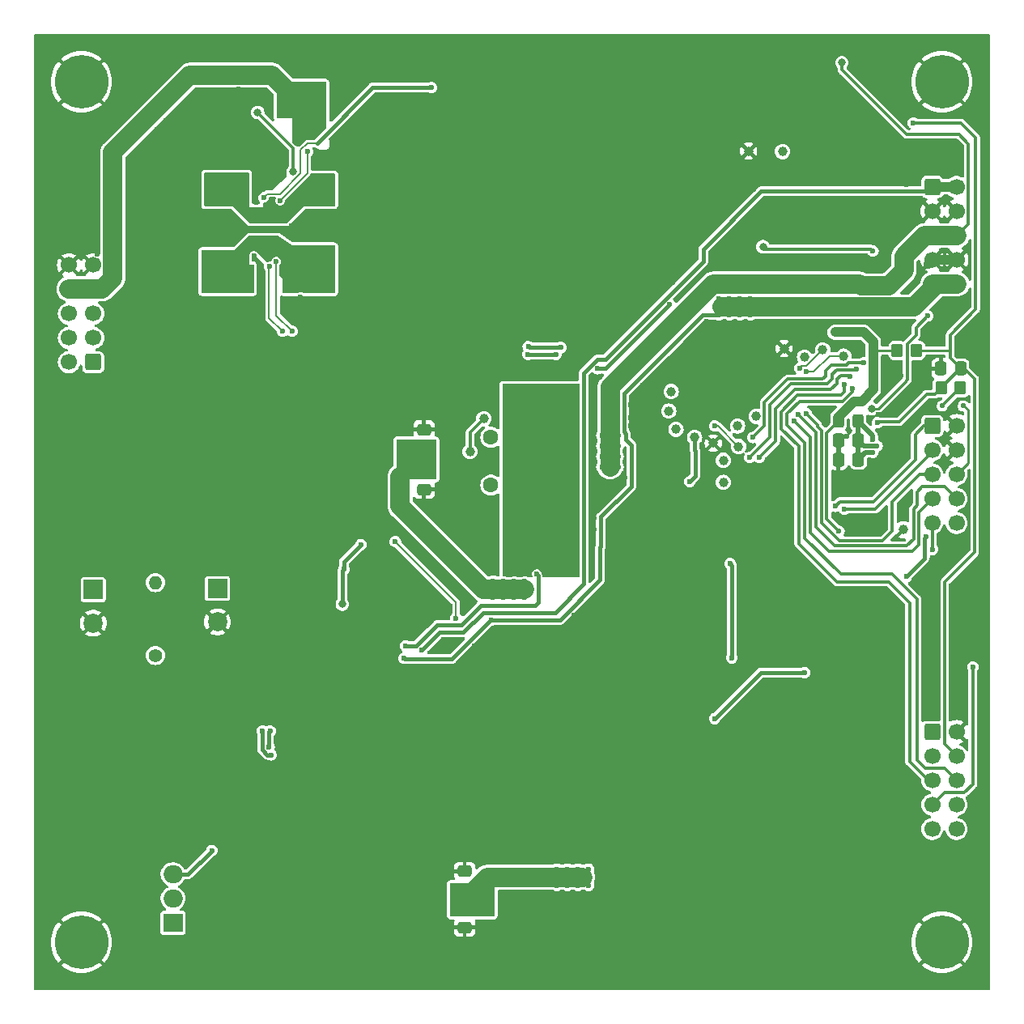
<source format=gbl>
G04 #@! TF.GenerationSoftware,KiCad,Pcbnew,7.0.10*
G04 #@! TF.CreationDate,2024-01-28T11:03:41+01:00*
G04 #@! TF.ProjectId,EuroMeasure-IonGaugeController,4575726f-4d65-4617-9375-72652d496f6e,1.1.0*
G04 #@! TF.SameCoordinates,Original*
G04 #@! TF.FileFunction,Copper,L2,Bot*
G04 #@! TF.FilePolarity,Positive*
%FSLAX46Y46*%
G04 Gerber Fmt 4.6, Leading zero omitted, Abs format (unit mm)*
G04 Created by KiCad (PCBNEW 7.0.10) date 2024-01-28 11:03:41*
%MOMM*%
%LPD*%
G01*
G04 APERTURE LIST*
G04 Aperture macros list*
%AMRoundRect*
0 Rectangle with rounded corners*
0 $1 Rounding radius*
0 $2 $3 $4 $5 $6 $7 $8 $9 X,Y pos of 4 corners*
0 Add a 4 corners polygon primitive as box body*
4,1,4,$2,$3,$4,$5,$6,$7,$8,$9,$2,$3,0*
0 Add four circle primitives for the rounded corners*
1,1,$1+$1,$2,$3*
1,1,$1+$1,$4,$5*
1,1,$1+$1,$6,$7*
1,1,$1+$1,$8,$9*
0 Add four rect primitives between the rounded corners*
20,1,$1+$1,$2,$3,$4,$5,0*
20,1,$1+$1,$4,$5,$6,$7,0*
20,1,$1+$1,$6,$7,$8,$9,0*
20,1,$1+$1,$8,$9,$2,$3,0*%
G04 Aperture macros list end*
G04 #@! TA.AperFunction,ComponentPad*
%ADD10RoundRect,0.250000X0.600000X0.600000X-0.600000X0.600000X-0.600000X-0.600000X0.600000X-0.600000X0*%
G04 #@! TD*
G04 #@! TA.AperFunction,ComponentPad*
%ADD11C,1.700000*%
G04 #@! TD*
G04 #@! TA.AperFunction,ComponentPad*
%ADD12C,1.000000*%
G04 #@! TD*
G04 #@! TA.AperFunction,ComponentPad*
%ADD13R,2.000000X1.905000*%
G04 #@! TD*
G04 #@! TA.AperFunction,ComponentPad*
%ADD14O,2.000000X1.905000*%
G04 #@! TD*
G04 #@! TA.AperFunction,ComponentPad*
%ADD15R,2.000000X2.000000*%
G04 #@! TD*
G04 #@! TA.AperFunction,ComponentPad*
%ADD16C,2.000000*%
G04 #@! TD*
G04 #@! TA.AperFunction,ComponentPad*
%ADD17RoundRect,0.250000X-0.600000X-0.600000X0.600000X-0.600000X0.600000X0.600000X-0.600000X0.600000X0*%
G04 #@! TD*
G04 #@! TA.AperFunction,ComponentPad*
%ADD18C,5.600000*%
G04 #@! TD*
G04 #@! TA.AperFunction,ComponentPad*
%ADD19C,1.600000*%
G04 #@! TD*
G04 #@! TA.AperFunction,ComponentPad*
%ADD20C,1.400000*%
G04 #@! TD*
G04 #@! TA.AperFunction,ComponentPad*
%ADD21O,1.400000X1.400000*%
G04 #@! TD*
G04 #@! TA.AperFunction,SMDPad,CuDef*
%ADD22RoundRect,0.125000X0.125000X0.125000X-0.125000X0.125000X-0.125000X-0.125000X0.125000X-0.125000X0*%
G04 #@! TD*
G04 #@! TA.AperFunction,SMDPad,CuDef*
%ADD23RoundRect,0.250000X0.337500X0.475000X-0.337500X0.475000X-0.337500X-0.475000X0.337500X-0.475000X0*%
G04 #@! TD*
G04 #@! TA.AperFunction,SMDPad,CuDef*
%ADD24RoundRect,0.250000X-0.350000X-0.450000X0.350000X-0.450000X0.350000X0.450000X-0.350000X0.450000X0*%
G04 #@! TD*
G04 #@! TA.AperFunction,SMDPad,CuDef*
%ADD25RoundRect,0.250000X-0.475000X0.337500X-0.475000X-0.337500X0.475000X-0.337500X0.475000X0.337500X0*%
G04 #@! TD*
G04 #@! TA.AperFunction,SMDPad,CuDef*
%ADD26RoundRect,0.250000X0.475000X-0.337500X0.475000X0.337500X-0.475000X0.337500X-0.475000X-0.337500X0*%
G04 #@! TD*
G04 #@! TA.AperFunction,SMDPad,CuDef*
%ADD27RoundRect,0.250000X0.350000X0.450000X-0.350000X0.450000X-0.350000X-0.450000X0.350000X-0.450000X0*%
G04 #@! TD*
G04 #@! TA.AperFunction,SMDPad,CuDef*
%ADD28RoundRect,0.250000X-0.325000X-0.450000X0.325000X-0.450000X0.325000X0.450000X-0.325000X0.450000X0*%
G04 #@! TD*
G04 #@! TA.AperFunction,ViaPad*
%ADD29C,0.600000*%
G04 #@! TD*
G04 #@! TA.AperFunction,ViaPad*
%ADD30C,0.800000*%
G04 #@! TD*
G04 #@! TA.AperFunction,ViaPad*
%ADD31C,1.000000*%
G04 #@! TD*
G04 #@! TA.AperFunction,Conductor*
%ADD32C,0.200000*%
G04 #@! TD*
G04 #@! TA.AperFunction,Conductor*
%ADD33C,0.500000*%
G04 #@! TD*
G04 #@! TA.AperFunction,Conductor*
%ADD34C,0.250000*%
G04 #@! TD*
G04 #@! TA.AperFunction,Conductor*
%ADD35C,1.000000*%
G04 #@! TD*
G04 #@! TA.AperFunction,Conductor*
%ADD36C,0.400000*%
G04 #@! TD*
G04 #@! TA.AperFunction,Conductor*
%ADD37C,2.000000*%
G04 #@! TD*
G04 #@! TA.AperFunction,Conductor*
%ADD38C,0.300000*%
G04 #@! TD*
G04 APERTURE END LIST*
D10*
X106197500Y-84330000D03*
D11*
X103657500Y-84330000D03*
X106197500Y-81790000D03*
X103657500Y-81790000D03*
X106197500Y-79250000D03*
X103657500Y-79250000D03*
X106197500Y-76710000D03*
X103657500Y-76710000D03*
X106197500Y-74170000D03*
X103657500Y-74170000D03*
D12*
X175550000Y-90000000D03*
D13*
X114550000Y-142980000D03*
D14*
X114550000Y-140440000D03*
X114550000Y-137900000D03*
D12*
X184700000Y-83700000D03*
X167150000Y-91350000D03*
X182500000Y-83050000D03*
X178300000Y-62300000D03*
X173600000Y-91000000D03*
X190950000Y-101850000D03*
X174750000Y-62250000D03*
D15*
X106200000Y-108117677D03*
D16*
X106200000Y-111617677D03*
D17*
X193960000Y-66000000D03*
D11*
X196500000Y-66000000D03*
D18*
X104960000Y-55000000D03*
X104960000Y-145000000D03*
D11*
X193960000Y-68540000D03*
D18*
X194960000Y-55000000D03*
X194960000Y-145000000D03*
D11*
X196500000Y-68540000D03*
X193960000Y-71080000D03*
X196500000Y-71080000D03*
X193960000Y-73620000D03*
X196500000Y-73620000D03*
X193960000Y-76160000D03*
X196500000Y-76160000D03*
D17*
X193960000Y-91000000D03*
D11*
X196500000Y-91000000D03*
X193960000Y-93540000D03*
X196500000Y-93540000D03*
X193960000Y-96080000D03*
X196500000Y-96080000D03*
X193960000Y-98620000D03*
X196500000Y-98620000D03*
X193960000Y-101160000D03*
X196500000Y-101160000D03*
D17*
X193960000Y-123000000D03*
D11*
X196500000Y-123000000D03*
X193960000Y-125540000D03*
X196500000Y-125540000D03*
X193960000Y-128080000D03*
X196500000Y-128080000D03*
X193960000Y-130620000D03*
X196500000Y-130620000D03*
X193960000Y-133160000D03*
X196500000Y-133160000D03*
D12*
X166400000Y-89450000D03*
X169100000Y-92200000D03*
X166650000Y-87400000D03*
D15*
X119200000Y-108000000D03*
D16*
X119200000Y-111500000D03*
D12*
X171050000Y-92800000D03*
X172100000Y-94600000D03*
X172100000Y-96900000D03*
D19*
X147800000Y-97180000D03*
X147800000Y-92180000D03*
D12*
X173700000Y-93150000D03*
D20*
X112700000Y-115000000D03*
D21*
X112700000Y-107380000D03*
D12*
X178450000Y-82900000D03*
X180600000Y-83800000D03*
D22*
X197200000Y-88900000D03*
X195000000Y-88900000D03*
D23*
X186215000Y-92505000D03*
X184140000Y-92505000D03*
X196937500Y-85000000D03*
X194862500Y-85000000D03*
D24*
X194900000Y-87000000D03*
X196900000Y-87000000D03*
D25*
X140800000Y-91362500D03*
X140800000Y-93437500D03*
X145050000Y-137562500D03*
X145050000Y-139637500D03*
D23*
X186215000Y-94505000D03*
X184140000Y-94505000D03*
D26*
X140800000Y-97637500D03*
X140800000Y-95562500D03*
X145050000Y-143437500D03*
X145050000Y-141362500D03*
D27*
X192300000Y-83100000D03*
X190300000Y-83100000D03*
D28*
X184152500Y-90505000D03*
X186202500Y-90505000D03*
D29*
X158600000Y-88200000D03*
X100500000Y-110500000D03*
X105000000Y-120000000D03*
X160000000Y-102800000D03*
X158600000Y-100600000D03*
X100500000Y-97000000D03*
X135000000Y-130000000D03*
X100500000Y-104000000D03*
X175250000Y-70500000D03*
X102500000Y-93500000D03*
X197250000Y-113250000D03*
X102200000Y-87200000D03*
X188950000Y-81150000D03*
X168600000Y-109000000D03*
X122400000Y-130800000D03*
X178600000Y-115200000D03*
X170600000Y-88200000D03*
X147800000Y-100400000D03*
X155800000Y-58400000D03*
X142500000Y-130000000D03*
X141400000Y-109500000D03*
X173600000Y-74400000D03*
X191250000Y-62500000D03*
X173000000Y-82500000D03*
X100500000Y-93500000D03*
X116200000Y-121500000D03*
X141700000Y-105400000D03*
X184400000Y-116000000D03*
X187000000Y-96250000D03*
X173250000Y-83750000D03*
X137000000Y-135000000D03*
X121900000Y-128900000D03*
X158400000Y-86400000D03*
X192250000Y-61500000D03*
X103600000Y-85800000D03*
X137000000Y-137500000D03*
X192250000Y-65000000D03*
X109900000Y-73000000D03*
X102500000Y-100500000D03*
X192250000Y-63250000D03*
X169600000Y-89150000D03*
X137000000Y-140000000D03*
X175000000Y-130000000D03*
X129000000Y-135000000D03*
X124500000Y-138500000D03*
X189000000Y-101250000D03*
X175250000Y-64250000D03*
X133000000Y-135000000D03*
X162400500Y-90100000D03*
X132500000Y-122500000D03*
X177750000Y-96750000D03*
X124400000Y-142000000D03*
X147500000Y-106100000D03*
X184750000Y-101000000D03*
X137500000Y-130000000D03*
X190675500Y-85700000D03*
X161800000Y-96400000D03*
X167500000Y-130000000D03*
X151100000Y-85900000D03*
X124500000Y-145500000D03*
X116100000Y-78000000D03*
X171501556Y-86502328D03*
X122800000Y-128000000D03*
X175000000Y-147500000D03*
X112900000Y-60000000D03*
X176750000Y-86500000D03*
X162400500Y-91000000D03*
X109900000Y-69900000D03*
X196050000Y-78050000D03*
X133200000Y-55600000D03*
X102500000Y-114000000D03*
X149350000Y-143800000D03*
X127900000Y-77500000D03*
X155450000Y-143700000D03*
X117600000Y-56800000D03*
X163700500Y-86775000D03*
X123768886Y-74268886D03*
X124000000Y-61088000D03*
X150600000Y-140000000D03*
X100500000Y-107500000D03*
X192300000Y-85400000D03*
X175250000Y-68500000D03*
X139700000Y-108700000D03*
X163800000Y-106600000D03*
X175750000Y-74000000D03*
X162200000Y-99800000D03*
X158600000Y-101800000D03*
X191250000Y-64250000D03*
X185000000Y-92105000D03*
X120000000Y-70600000D03*
X126900000Y-70100000D03*
X158400000Y-63600000D03*
X175000000Y-145000000D03*
X152500000Y-130000000D03*
X124500000Y-139500000D03*
X124500000Y-147500000D03*
X102500000Y-120000000D03*
X150600000Y-141000000D03*
X106600000Y-69900000D03*
X175000000Y-140000000D03*
X174200000Y-117000000D03*
X125600000Y-125000000D03*
X137000000Y-131000000D03*
X175250000Y-60500000D03*
X124500000Y-135000000D03*
X102500000Y-97000000D03*
X141800000Y-114400000D03*
X102500000Y-90000000D03*
X106600000Y-73000000D03*
X129400000Y-63800000D03*
X126400000Y-131100000D03*
X117200000Y-130100000D03*
X100500000Y-117500000D03*
X145000000Y-130000000D03*
X190777500Y-100305000D03*
X147500000Y-130000000D03*
X192150000Y-67800000D03*
X192150000Y-69000000D03*
X165400000Y-103200000D03*
X191150000Y-68450000D03*
X132500000Y-127500000D03*
X127000000Y-135000000D03*
X116100000Y-63200000D03*
X122000000Y-60750500D03*
X121861865Y-70599820D03*
X144800000Y-103300000D03*
X175000000Y-135000000D03*
X102500000Y-104000000D03*
X179200000Y-94400000D03*
X119300000Y-131600000D03*
X164400000Y-77000000D03*
X124500000Y-137500000D03*
X132600000Y-111900000D03*
X121200000Y-79500000D03*
X170000000Y-91650000D03*
X139600000Y-109800000D03*
X113800000Y-59100000D03*
X130000000Y-120000000D03*
X184140000Y-93460000D03*
X139400000Y-106400000D03*
X192750000Y-107750000D03*
X126900000Y-71100000D03*
X100600000Y-85900000D03*
X107400000Y-60800000D03*
X110400000Y-62500000D03*
X102500000Y-117500000D03*
X163400000Y-75500000D03*
X162500000Y-130000000D03*
X165000000Y-130000000D03*
X123000000Y-73200000D03*
X159900000Y-82800000D03*
X110000000Y-120000000D03*
X175000000Y-119800000D03*
X124500000Y-136500000D03*
X109900000Y-68100000D03*
X175000000Y-132500000D03*
X160000000Y-130000000D03*
X172250000Y-81500000D03*
X100500000Y-114000000D03*
X106600000Y-65000000D03*
X170000000Y-130000000D03*
X194400000Y-79000000D03*
X121400000Y-57900000D03*
X157400000Y-71000000D03*
X117500000Y-120000000D03*
X144800000Y-110300000D03*
X175000000Y-142500000D03*
X121047630Y-62910130D03*
X172250000Y-83250000D03*
X132500000Y-130000000D03*
X182200000Y-89800000D03*
X121400500Y-55800000D03*
X158400000Y-58600000D03*
X106600000Y-68100000D03*
X112500000Y-120000000D03*
X114000000Y-125700000D03*
X137000000Y-133000000D03*
X102500000Y-107500000D03*
X124500000Y-146500000D03*
X116375000Y-123925000D03*
X184600000Y-108600000D03*
X109900000Y-65000000D03*
X155000000Y-130000000D03*
D30*
X177000000Y-104000000D03*
D29*
X140000000Y-130000000D03*
X197250000Y-108000000D03*
X161400000Y-73300000D03*
X132500000Y-120000000D03*
X102500000Y-110500000D03*
X191250000Y-65750000D03*
X107500000Y-120000000D03*
X123649500Y-77500000D03*
X193500000Y-114000000D03*
X170325000Y-80049500D03*
X137000000Y-145000000D03*
X100500000Y-100500000D03*
X167600000Y-90100000D03*
X123324500Y-67600000D03*
X132500000Y-125000000D03*
X151100000Y-85000000D03*
X156500000Y-110800000D03*
X176200000Y-108000000D03*
X121200000Y-81500000D03*
X171200000Y-74400000D03*
X120800000Y-120500000D03*
X146100000Y-114000000D03*
X135000000Y-135000000D03*
X159900000Y-69500000D03*
X137000000Y-142500000D03*
X164200000Y-72000000D03*
X177000000Y-58250000D03*
X169800000Y-105400000D03*
X188282153Y-89824500D03*
X119100000Y-58300000D03*
X166800000Y-76000000D03*
X167250000Y-83750000D03*
X120000000Y-120000000D03*
X102700000Y-83000000D03*
X127500000Y-120000000D03*
X157500000Y-130000000D03*
X168350000Y-86650000D03*
X149100000Y-140000000D03*
X144300000Y-101600000D03*
X137000000Y-147500000D03*
X110600000Y-57600000D03*
X190600000Y-81600000D03*
X190600000Y-94200000D03*
X121000000Y-70600000D03*
X137000000Y-105400000D03*
X124400000Y-142800000D03*
X162400500Y-88800000D03*
X131000000Y-135000000D03*
X187000000Y-109000000D03*
X100500000Y-90000000D03*
X149100000Y-141000000D03*
X115000000Y-120000000D03*
X150000000Y-130000000D03*
X159150000Y-85875000D03*
X152425000Y-143425000D03*
X158400000Y-95600000D03*
X126800000Y-126200000D03*
X188400000Y-80400000D03*
X194850000Y-82100000D03*
X175250000Y-66250000D03*
X140600000Y-114400000D03*
X124600000Y-124600000D03*
X124700000Y-122900000D03*
X147850000Y-111300000D03*
X171650000Y-79350000D03*
X171650000Y-78500000D03*
X174950000Y-79350000D03*
X172750000Y-79350000D03*
X172750000Y-78500000D03*
X172750000Y-77650000D03*
X173850000Y-77650000D03*
X173850000Y-78500000D03*
X174950000Y-77650000D03*
X171650000Y-77650000D03*
X138700000Y-115300000D03*
X173850000Y-79350000D03*
X124800000Y-125400000D03*
X174950000Y-78500000D03*
X123900000Y-122900000D03*
X159400000Y-93100000D03*
X160250000Y-95300000D03*
X161100000Y-95300000D03*
X138863000Y-114000000D03*
X160250000Y-93100000D03*
X161100000Y-93100000D03*
X159400000Y-95300000D03*
X161100000Y-92000000D03*
X160250000Y-92000000D03*
D30*
X184500000Y-53000000D03*
D29*
X159400000Y-92000000D03*
X161100000Y-94200000D03*
X152600000Y-106500000D03*
X160250000Y-94200000D03*
X159400000Y-94200000D03*
X183800000Y-99400000D03*
X184777500Y-99705000D03*
X180600000Y-116800000D03*
X191240000Y-106770000D03*
X171200000Y-121600000D03*
X193300000Y-102550000D03*
X180777500Y-89705000D03*
X179486013Y-90436865D03*
X179918234Y-89764266D03*
X193977500Y-103905000D03*
X186200000Y-81200000D03*
X183800000Y-81200000D03*
X158963920Y-85001691D03*
X198200000Y-116200000D03*
X184200000Y-102000000D03*
X166500000Y-78300000D03*
X185000000Y-81200000D03*
X191977500Y-59305000D03*
X188239472Y-90658004D03*
X184777500Y-86705000D03*
X185577500Y-87105000D03*
X137800000Y-103100000D03*
X144150000Y-111103313D03*
D30*
X176250000Y-72250000D03*
D29*
X187750000Y-72700000D03*
X193449500Y-79500000D03*
D30*
X187600000Y-89200000D03*
D29*
X143800000Y-140500000D03*
X155800000Y-137350000D03*
X154700000Y-137350000D03*
X146500000Y-139300000D03*
X145100000Y-140500000D03*
X143800000Y-141900000D03*
X143800000Y-139300000D03*
X146500000Y-141900000D03*
X156900000Y-139050000D03*
X158000000Y-139050000D03*
X155800000Y-139050000D03*
X147700000Y-141900000D03*
X156900000Y-138200000D03*
X154700000Y-138200000D03*
X154700000Y-139050000D03*
X146500000Y-140500000D03*
X147700000Y-139300000D03*
X147700000Y-140500000D03*
X158000000Y-138200000D03*
X155800000Y-138200000D03*
X158000000Y-137350000D03*
X156900000Y-137350000D03*
X187725515Y-92429151D03*
X188177500Y-93088631D03*
X187729305Y-93750693D03*
X123800000Y-72200000D03*
X125000000Y-72200000D03*
X128600000Y-62300000D03*
X127600000Y-58200000D03*
X127600000Y-57000000D03*
X130000000Y-57000000D03*
X127600000Y-55800000D03*
X130000000Y-58200000D03*
X130000000Y-55800000D03*
X128800000Y-55800000D03*
X128800000Y-58200000D03*
X128800000Y-57000000D03*
X130000000Y-59400000D03*
X127600000Y-59400000D03*
X125749500Y-67425000D03*
X128800000Y-59400000D03*
X141600000Y-55600000D03*
X124050500Y-67128377D03*
X185389831Y-85801683D03*
X124650000Y-74306305D03*
X126000000Y-81100000D03*
X175868234Y-94295734D03*
X151684877Y-83499859D03*
X154588171Y-83499500D03*
X174877500Y-94305000D03*
X155100000Y-82800000D03*
X151700000Y-82700500D03*
X186030612Y-85073805D03*
X127000000Y-81100000D03*
X125350500Y-73800000D03*
X186800000Y-84400000D03*
X175200000Y-92205000D03*
X168600000Y-96800000D03*
X172800000Y-105400000D03*
X173000000Y-115250000D03*
X171200000Y-91000000D03*
X180800000Y-85350000D03*
X180100000Y-84950000D03*
X118600000Y-135400000D03*
X125000000Y-69000000D03*
X123800000Y-69000000D03*
X134200000Y-103400000D03*
D30*
X132250000Y-109650000D03*
D29*
X132400000Y-106000000D03*
D30*
X123400000Y-58200000D03*
X127100000Y-64400000D03*
D31*
X147050688Y-90229312D03*
X145600000Y-93680000D03*
D29*
X151200000Y-104200000D03*
X153800000Y-92300000D03*
X151200000Y-105200000D03*
X149600000Y-104200000D03*
X150400000Y-104800000D03*
X150400000Y-105800000D03*
X152600000Y-92300000D03*
X152600000Y-93300000D03*
X149600000Y-105200000D03*
X155000000Y-93300000D03*
X151200000Y-103200000D03*
X155000000Y-92300000D03*
X152600000Y-94300000D03*
X153800000Y-93300000D03*
X149600000Y-103200000D03*
X153800000Y-94300000D03*
X150400000Y-103800000D03*
X155000000Y-94300000D03*
X148050000Y-107200000D03*
X138300000Y-92900000D03*
X139400000Y-96300000D03*
X139400000Y-95200000D03*
X139400000Y-92900000D03*
X150250000Y-108050000D03*
X151350000Y-107200000D03*
X148050000Y-108900000D03*
X138300000Y-94000000D03*
X149150000Y-108050000D03*
X138300000Y-96300000D03*
X148050000Y-108050000D03*
X139400000Y-94000000D03*
X149150000Y-107200000D03*
X149150000Y-108900000D03*
X150250000Y-108900000D03*
X138300000Y-95200000D03*
X151350000Y-108050000D03*
X150250000Y-107200000D03*
X151350000Y-108900000D03*
D32*
X126300000Y-64900000D02*
X126300000Y-63800000D01*
X123324500Y-67005848D02*
X124030348Y-66300000D01*
X124030348Y-66300000D02*
X124900000Y-66300000D01*
D33*
X184140000Y-94505000D02*
X184140000Y-93460000D01*
X184140000Y-93460000D02*
X184140000Y-92505000D01*
D34*
X184540000Y-92105000D02*
X184140000Y-92505000D01*
X185090000Y-92105000D02*
X184540000Y-92105000D01*
D32*
X123324500Y-67600000D02*
X123324500Y-67005848D01*
D35*
X193552500Y-74067500D02*
X194000000Y-73620000D01*
X194000000Y-73620000D02*
X196540000Y-73620000D01*
D32*
X124900000Y-66300000D02*
X126300000Y-64900000D01*
D36*
X158975661Y-84000000D02*
X157500000Y-85475661D01*
X193550000Y-66450000D02*
X176050000Y-66450000D01*
D35*
X194000000Y-66000000D02*
X196540000Y-66000000D01*
D36*
X157500000Y-107500000D02*
X154500000Y-110500000D01*
X170000000Y-72500000D02*
X170000000Y-73810050D01*
X144900000Y-112600000D02*
X142400000Y-112600000D01*
X157500000Y-85475661D02*
X157500000Y-107500000D01*
X142400000Y-112600000D02*
X140600000Y-114400000D01*
X159810050Y-84000000D02*
X158975661Y-84000000D01*
X170000000Y-73810050D02*
X159810050Y-84000000D01*
X154500000Y-110500000D02*
X147000000Y-110500000D01*
X124600000Y-123000000D02*
X124600000Y-124600000D01*
X147000000Y-110500000D02*
X144900000Y-112600000D01*
X176050000Y-66450000D02*
X170000000Y-72500000D01*
X194000000Y-66000000D02*
X193550000Y-66450000D01*
X124700000Y-122900000D02*
X124600000Y-123000000D01*
X162500000Y-97300000D02*
X162500000Y-93000000D01*
X161700500Y-91610550D02*
X161700500Y-87599500D01*
X161900000Y-92400000D02*
X161900000Y-91810050D01*
X159300000Y-103600000D02*
X159300000Y-100500000D01*
X159300000Y-100500000D02*
X162500000Y-97300000D01*
X138700000Y-115300000D02*
X138800000Y-115400000D01*
X155010050Y-111300000D02*
X159200000Y-107110050D01*
D37*
X194000000Y-76600000D02*
X194000000Y-76160000D01*
D36*
X123900000Y-124889950D02*
X123900000Y-122900000D01*
X161700500Y-87599500D02*
X169950000Y-79350000D01*
D37*
X192075000Y-78525000D02*
X194000000Y-76600000D01*
D36*
X161900000Y-91810050D02*
X161700500Y-91610550D01*
X138800000Y-115400000D02*
X143700000Y-115400000D01*
X162500000Y-93000000D02*
X161900000Y-92400000D01*
D37*
X172025000Y-78525000D02*
X192075000Y-78525000D01*
D36*
X147800000Y-111300000D02*
X147850000Y-111300000D01*
X159200000Y-103700000D02*
X159300000Y-103600000D01*
X169950000Y-79350000D02*
X171650000Y-79350000D01*
X147850000Y-111300000D02*
X155010050Y-111300000D01*
D37*
X196540000Y-76160000D02*
X194000000Y-76160000D01*
D36*
X124800000Y-125400000D02*
X124410050Y-125400000D01*
X159200000Y-107110050D02*
X159200000Y-103700000D01*
D37*
X172000000Y-78500000D02*
X172025000Y-78525000D01*
D36*
X143700000Y-115400000D02*
X147800000Y-111300000D01*
X124410050Y-125400000D02*
X123900000Y-124889950D01*
D37*
X194000000Y-71080000D02*
X193170000Y-71080000D01*
D36*
X138863000Y-114000000D02*
X140000000Y-114000000D01*
D38*
X197740000Y-69880000D02*
X196540000Y-71080000D01*
D37*
X186325000Y-76150000D02*
X171028679Y-76150000D01*
X193170000Y-71080000D02*
X191000000Y-73250000D01*
X160250000Y-86928679D02*
X160250000Y-95300000D01*
D36*
X141500000Y-112500000D02*
X142197187Y-111802813D01*
D37*
X196540000Y-71080000D02*
X194000000Y-71080000D01*
D36*
X141500000Y-112500000D02*
X142000000Y-112000000D01*
D37*
X191000000Y-74750000D02*
X189425000Y-76325000D01*
D36*
X146700000Y-109800000D02*
X152400000Y-109800000D01*
X152400000Y-109800000D02*
X152750000Y-109450000D01*
X144697187Y-111802813D02*
X146700000Y-109800000D01*
X152750000Y-109450000D02*
X152750000Y-106650000D01*
D38*
X197740000Y-61490000D02*
X197740000Y-69880000D01*
X191250000Y-60500000D02*
X196750000Y-60500000D01*
D37*
X191000000Y-73250000D02*
X191000000Y-74750000D01*
X186500000Y-76325000D02*
X186325000Y-76150000D01*
D38*
X184500000Y-53000000D02*
X184500000Y-53750000D01*
X184500000Y-53750000D02*
X191250000Y-60500000D01*
D36*
X140000000Y-114000000D02*
X141500000Y-112500000D01*
X152750000Y-106650000D02*
X152600000Y-106500000D01*
D38*
X196750000Y-60500000D02*
X197740000Y-61490000D01*
D37*
X171028679Y-76150000D02*
X160250000Y-86928679D01*
D36*
X142197187Y-111802813D02*
X144697187Y-111802813D01*
D37*
X189425000Y-76325000D02*
X186500000Y-76325000D01*
D38*
X187777500Y-98905000D02*
X192177500Y-94505000D01*
X183800000Y-99400000D02*
X184295000Y-98905000D01*
X184295000Y-98905000D02*
X187777500Y-98905000D01*
X193082500Y-91000000D02*
X194000000Y-91000000D01*
X192177500Y-91905000D02*
X193082500Y-91000000D01*
X192177500Y-94505000D02*
X192177500Y-91905000D01*
X184777500Y-99705000D02*
X188006250Y-99705000D01*
X188006250Y-99705000D02*
X194000000Y-93711250D01*
X194000000Y-93711250D02*
X194000000Y-93540000D01*
D36*
X193105000Y-102745000D02*
X193105000Y-104905000D01*
D38*
X181950000Y-91069239D02*
X182400000Y-91519239D01*
X189777500Y-98905000D02*
X192602500Y-96080000D01*
X184277500Y-103005000D02*
X188777500Y-103005000D01*
D36*
X193300000Y-102550000D02*
X193105000Y-102745000D01*
D38*
X192602500Y-96080000D02*
X194000000Y-96080000D01*
D36*
X193105000Y-104905000D02*
X191240000Y-106770000D01*
X180600000Y-116800000D02*
X176000000Y-116800000D01*
D38*
X180777500Y-89705000D02*
X181950000Y-90877500D01*
X182400000Y-91519239D02*
X182400000Y-101127500D01*
D36*
X176000000Y-116800000D02*
X171200000Y-121600000D01*
D38*
X181950000Y-90877500D02*
X181950000Y-91069239D01*
X188777500Y-103005000D02*
X189777500Y-102005000D01*
D32*
X193300000Y-104710000D02*
X191240000Y-106770000D01*
D38*
X182400000Y-101127500D02*
X184277500Y-103005000D01*
D32*
X193300000Y-102550000D02*
X193300000Y-104710000D01*
D38*
X189777500Y-102005000D02*
X189777500Y-98905000D01*
D34*
X197272500Y-88900000D02*
X197200000Y-88900000D01*
X197715000Y-94905000D02*
X196540000Y-96080000D01*
X197715000Y-89342500D02*
X197715000Y-94905000D01*
X197715000Y-89342500D02*
X197272500Y-88900000D01*
D38*
X191845000Y-104105000D02*
X192550000Y-103400000D01*
X179509365Y-90436865D02*
X181200000Y-92127500D01*
X179486013Y-90436865D02*
X179509365Y-90436865D01*
X192550000Y-100070000D02*
X194000000Y-98620000D01*
X192550000Y-103400000D02*
X192550000Y-100070000D01*
X181200000Y-92127500D02*
X181200000Y-102127500D01*
X181200000Y-102127500D02*
X183177500Y-104105000D01*
X183177500Y-104105000D02*
X191845000Y-104105000D01*
X181800000Y-91646032D02*
X181800000Y-101527500D01*
X192000000Y-99682500D02*
X192377500Y-99305000D01*
X191295000Y-103505000D02*
X192000000Y-102800000D01*
X195275000Y-97355000D02*
X196540000Y-98620000D01*
X181800000Y-101527500D02*
X183777500Y-103505000D01*
X192000000Y-102800000D02*
X192000000Y-99682500D01*
X183777500Y-103505000D02*
X191295000Y-103505000D01*
X179918234Y-89764266D02*
X181800000Y-91646032D01*
X192377500Y-99305000D02*
X192377500Y-97905000D01*
X192377500Y-97905000D02*
X192927500Y-97355000D01*
X192927500Y-97355000D02*
X195275000Y-97355000D01*
X193977500Y-101182500D02*
X194000000Y-101160000D01*
X193977500Y-103905000D02*
X193977500Y-101182500D01*
D35*
X187800000Y-87200000D02*
X187800000Y-83100000D01*
X187800000Y-83100000D02*
X187800000Y-82200000D01*
D38*
X195270000Y-129350000D02*
X194000000Y-130620000D01*
X198200000Y-128450000D02*
X197300000Y-129350000D01*
D35*
X186800000Y-81200000D02*
X186200000Y-81200000D01*
X185802082Y-88400000D02*
X186600000Y-88400000D01*
D36*
X158963920Y-85001691D02*
X159798309Y-85001691D01*
D35*
X185000000Y-81200000D02*
X183800000Y-81200000D01*
D38*
X184200000Y-101950000D02*
X182927500Y-100677500D01*
D35*
X186200000Y-81200000D02*
X185000000Y-81200000D01*
D38*
X182927500Y-91730000D02*
X184152500Y-90505000D01*
D36*
X159798309Y-85001691D02*
X166500000Y-78300000D01*
D38*
X184200000Y-102000000D02*
X184200000Y-101950000D01*
D34*
X190300000Y-83100000D02*
X187800000Y-83100000D01*
D35*
X184152500Y-90049582D02*
X185802082Y-88400000D01*
D38*
X182927500Y-100677500D02*
X182927500Y-91730000D01*
D35*
X186600000Y-88400000D02*
X187800000Y-87200000D01*
D38*
X197300000Y-129350000D02*
X195270000Y-129350000D01*
X198200000Y-116200000D02*
X198200000Y-128450000D01*
D35*
X187800000Y-82200000D02*
X186800000Y-81200000D01*
X184152500Y-90505000D02*
X184152500Y-90049582D01*
D38*
X195250000Y-107350000D02*
X198400000Y-104200000D01*
X196977500Y-59305000D02*
X191977500Y-59305000D01*
X195815000Y-83100000D02*
X195815000Y-83877500D01*
X195815000Y-81467500D02*
X198500000Y-78782500D01*
X193366250Y-87666250D02*
X194233750Y-87666250D01*
X188342476Y-90555000D02*
X190477500Y-90555000D01*
X195250000Y-124250000D02*
X195250000Y-107350000D01*
X190477500Y-90555000D02*
X193366250Y-87666250D01*
D34*
X192300000Y-83100000D02*
X195815000Y-83100000D01*
D38*
X194233750Y-87666250D02*
X194900000Y-87000000D01*
X196937500Y-85000000D02*
X196900000Y-85000000D01*
X196900000Y-85000000D02*
X194900000Y-87000000D01*
X198400000Y-86100000D02*
X197300000Y-85000000D01*
X195815000Y-83877500D02*
X196937500Y-85000000D01*
X198400000Y-104200000D02*
X198400000Y-86100000D01*
X197300000Y-85000000D02*
X196937500Y-85000000D01*
X196540000Y-125540000D02*
X195250000Y-124250000D01*
X198500000Y-60827500D02*
X196977500Y-59305000D01*
X198500000Y-78782500D02*
X198500000Y-60827500D01*
X195815000Y-83100000D02*
X195815000Y-81467500D01*
X188239472Y-90658004D02*
X188342476Y-90555000D01*
X180000000Y-103327500D02*
X183977500Y-107305000D01*
X193552500Y-128080000D02*
X194000000Y-128080000D01*
X178177500Y-91305000D02*
X180000000Y-93127500D01*
X180000000Y-93127500D02*
X180000000Y-103327500D01*
X179882500Y-87800000D02*
X178177500Y-89505000D01*
X184777500Y-87400000D02*
X184377500Y-87800000D01*
X191577500Y-126105000D02*
X193552500Y-128080000D01*
X191577500Y-109505000D02*
X191577500Y-126105000D01*
X183977500Y-107305000D02*
X189377500Y-107305000D01*
X184777500Y-86705000D02*
X184777500Y-87400000D01*
X189377500Y-107305000D02*
X191577500Y-109505000D01*
X178177500Y-89505000D02*
X178177500Y-91305000D01*
X184377500Y-87800000D02*
X179882500Y-87800000D01*
X178777500Y-90905000D02*
X178777500Y-89705000D01*
X193250000Y-126800000D02*
X192377500Y-125927500D01*
X178777500Y-89705000D02*
X180082500Y-88400000D01*
X180600000Y-102727500D02*
X180600000Y-92727500D01*
X196540000Y-128080000D02*
X195260000Y-126800000D01*
X185577500Y-87422500D02*
X185577500Y-87105000D01*
X180600000Y-92727500D02*
X178777500Y-90905000D01*
X192377500Y-109105000D02*
X189777500Y-106505000D01*
X180082500Y-88400000D02*
X184600000Y-88400000D01*
X192377500Y-125927500D02*
X192377500Y-109105000D01*
X195260000Y-126800000D02*
X193250000Y-126800000D01*
X184600000Y-88400000D02*
X185577500Y-87422500D01*
X184377500Y-106505000D02*
X180600000Y-102727500D01*
X189777500Y-106505000D02*
X184377500Y-106505000D01*
D32*
X144150000Y-111103313D02*
X144150000Y-109450000D01*
X144150000Y-109450000D02*
X137800000Y-103100000D01*
D38*
X187550000Y-72500000D02*
X176500000Y-72500000D01*
D34*
X187600000Y-89200000D02*
X188300000Y-89200000D01*
D38*
X191325500Y-82425970D02*
X191325500Y-86174500D01*
X193449500Y-79500000D02*
X192251470Y-80698030D01*
X192251470Y-81500000D02*
X191325500Y-82425970D01*
X176500000Y-72500000D02*
X176250000Y-72250000D01*
X192251470Y-80698030D02*
X192251470Y-81500000D01*
X187750000Y-72700000D02*
X187550000Y-72500000D01*
X191325500Y-86174500D02*
X191300000Y-86200000D01*
D34*
X188300000Y-89200000D02*
X191300000Y-86200000D01*
D37*
X155800000Y-138200000D02*
X156900000Y-138200000D01*
X154700000Y-138200000D02*
X147400000Y-138200000D01*
X156900000Y-138200000D02*
X157400000Y-138200000D01*
X154700000Y-138200000D02*
X155800000Y-138200000D01*
X147400000Y-138200000D02*
X145100000Y-140500000D01*
D33*
X186969307Y-93750693D02*
X186215000Y-94505000D01*
X186215000Y-90517500D02*
X186202500Y-90505000D01*
X187725515Y-92028015D02*
X186202500Y-90505000D01*
X187725515Y-92429151D02*
X187725515Y-92028015D01*
X186215000Y-92505000D02*
X186215000Y-94505000D01*
X188177500Y-93088631D02*
X186798631Y-93088631D01*
X187729305Y-93750693D02*
X186969307Y-93750693D01*
X186798631Y-93088631D02*
X186215000Y-92505000D01*
X186215000Y-92505000D02*
X186215000Y-90517500D01*
D37*
X106200000Y-76660000D02*
X103660000Y-76660000D01*
X127600000Y-57000000D02*
X124900000Y-54300000D01*
D32*
X125749500Y-67425000D02*
X125775000Y-67425000D01*
D37*
X124900000Y-54300000D02*
X116300000Y-54300000D01*
D32*
X128600000Y-64600000D02*
X128600000Y-62300000D01*
D37*
X116300000Y-54300000D02*
X108250000Y-62350000D01*
X108250000Y-75550000D02*
X107140000Y-76660000D01*
X107140000Y-76660000D02*
X106200000Y-76660000D01*
X108250000Y-62350000D02*
X108250000Y-75550000D01*
D32*
X125775000Y-67425000D02*
X128600000Y-64600000D01*
D36*
X129600000Y-61400000D02*
X135400000Y-55600000D01*
D32*
X125743136Y-66746814D02*
X127900000Y-64589950D01*
D36*
X135400000Y-55600000D02*
X141600000Y-55600000D01*
D32*
X124050500Y-67128377D02*
X124432063Y-66746814D01*
X128600000Y-61400000D02*
X129600000Y-61400000D01*
X127900000Y-62100000D02*
X128600000Y-61400000D01*
X127900000Y-64589950D02*
X127900000Y-62100000D01*
X124432063Y-66746814D02*
X125743136Y-66746814D01*
D38*
X185293148Y-85705000D02*
X184377500Y-85705000D01*
D36*
X151685236Y-83499500D02*
X151684877Y-83499859D01*
D38*
X177577500Y-89205000D02*
X177577500Y-92586468D01*
X183977500Y-86585761D02*
X183358261Y-87205000D01*
D32*
X124650000Y-74306305D02*
X124580438Y-74375867D01*
X124580438Y-74375867D02*
X124580438Y-79680438D01*
D36*
X154588171Y-83499500D02*
X151685236Y-83499500D01*
D38*
X183977500Y-86105000D02*
X183977500Y-86585761D01*
X184377500Y-85705000D02*
X183977500Y-86105000D01*
X177577500Y-92586468D02*
X175868234Y-94295734D01*
X179577500Y-87205000D02*
X177577500Y-89205000D01*
X185389831Y-85801683D02*
X185293148Y-85705000D01*
D32*
X124580438Y-79680438D02*
X126000000Y-81100000D01*
D38*
X183358261Y-87205000D02*
X179577500Y-87205000D01*
X179177500Y-86605000D02*
X176977500Y-88805000D01*
D32*
X125350500Y-73800000D02*
X125350500Y-79450500D01*
D38*
X176977500Y-88805000D02*
X176977500Y-92205000D01*
X185999417Y-85105000D02*
X183977500Y-85105000D01*
X186030612Y-85073805D02*
X185999417Y-85105000D01*
D32*
X125350500Y-79450500D02*
X127000000Y-81100000D01*
D38*
X182977500Y-86605000D02*
X179177500Y-86605000D01*
X183477500Y-86105000D02*
X182977500Y-86605000D01*
X183977500Y-85105000D02*
X183477500Y-85605000D01*
X183477500Y-85605000D02*
X183477500Y-86105000D01*
D36*
X151799500Y-82800000D02*
X155100000Y-82800000D01*
D38*
X176977500Y-92205000D02*
X174877500Y-94305000D01*
D36*
X151700000Y-82700500D02*
X151799500Y-82800000D01*
D38*
X182495000Y-86105000D02*
X178819239Y-86105000D01*
X185200000Y-84400000D02*
X184995000Y-84605000D01*
X184995000Y-84605000D02*
X183395000Y-84605000D01*
X176400000Y-91005000D02*
X175200000Y-92205000D01*
X186800000Y-84400000D02*
X185200000Y-84400000D01*
X182800000Y-85200000D02*
X182800000Y-85800000D01*
X176400000Y-88524239D02*
X176400000Y-91005000D01*
X183395000Y-84605000D02*
X182800000Y-85200000D01*
X178819239Y-86105000D02*
X176400000Y-88524239D01*
X182800000Y-85800000D02*
X182495000Y-86105000D01*
D36*
X169200000Y-93600000D02*
X169100000Y-93500000D01*
X168600000Y-96800000D02*
X169200000Y-96200000D01*
X173000000Y-115250000D02*
X173000000Y-105600000D01*
X173000000Y-105600000D02*
X172800000Y-105400000D01*
X169200000Y-96200000D02*
X169200000Y-93600000D01*
X169100000Y-93500000D02*
X169100000Y-92200000D01*
D32*
X171200000Y-91000000D02*
X171550000Y-91000000D01*
X171550000Y-91000000D02*
X173700000Y-93150000D01*
X183200000Y-83700000D02*
X184700000Y-83700000D01*
X180800000Y-85350000D02*
X181550000Y-85350000D01*
X181550000Y-85350000D02*
X183200000Y-83700000D01*
X180300000Y-84750000D02*
X180800000Y-84750000D01*
X180100000Y-84950000D02*
X180300000Y-84750000D01*
X180800000Y-84750000D02*
X182500000Y-83050000D01*
D36*
X118600000Y-135400000D02*
X116100000Y-137900000D01*
X116100000Y-137900000D02*
X114550000Y-137900000D01*
D38*
X195000000Y-88900000D02*
X196900000Y-87000000D01*
D36*
X132400000Y-105200000D02*
X134200000Y-103400000D01*
X132250000Y-106150000D02*
X132400000Y-106000000D01*
X132250000Y-109650000D02*
X132250000Y-106150000D01*
X132400000Y-106000000D02*
X132400000Y-105200000D01*
D38*
X123400000Y-58200000D02*
X127100000Y-61900000D01*
X127100000Y-61900000D02*
X127100000Y-64400000D01*
X145600000Y-93680000D02*
X145600000Y-91680000D01*
X145600000Y-91680000D02*
X147050688Y-90229312D01*
D37*
X138300000Y-96300000D02*
X138300000Y-99350000D01*
X138300000Y-99350000D02*
X147000000Y-108050000D01*
X147000000Y-108050000D02*
X151350000Y-108050000D01*
G04 #@! TA.AperFunction,Conductor*
G36*
X148143039Y-138819685D02*
G01*
X148188794Y-138872489D01*
X148200000Y-138924000D01*
X148200000Y-142176000D01*
X148180315Y-142243039D01*
X148127511Y-142288794D01*
X148076000Y-142300000D01*
X143624000Y-142300000D01*
X143556961Y-142280315D01*
X143511206Y-142227511D01*
X143500000Y-142176000D01*
X143500000Y-138924000D01*
X143519685Y-138856961D01*
X143572489Y-138811206D01*
X143624000Y-138800000D01*
X148076000Y-138800000D01*
X148143039Y-138819685D01*
G37*
G04 #@! TD.AperFunction*
G04 #@! TA.AperFunction,Conductor*
G36*
X197514003Y-123731161D02*
G01*
X197574222Y-123725893D01*
X197613479Y-123718969D01*
X197685957Y-123745345D01*
X197735537Y-123804426D01*
X197749500Y-123867403D01*
X197749500Y-124840931D01*
X197729538Y-124915431D01*
X197675000Y-124969969D01*
X197600500Y-124989931D01*
X197526000Y-124969969D01*
X197481596Y-124930724D01*
X197353872Y-124761593D01*
X197196302Y-124617948D01*
X197196301Y-124617947D01*
X197015022Y-124505703D01*
X197015016Y-124505700D01*
X196906933Y-124463829D01*
X196844675Y-124418303D01*
X196813521Y-124347746D01*
X196821820Y-124271066D01*
X196867346Y-124208808D01*
X196922202Y-124180966D01*
X196929158Y-124179102D01*
X197127389Y-124086665D01*
X197127395Y-124086662D01*
X197231161Y-124014003D01*
X196683176Y-123466018D01*
X196773100Y-123424952D01*
X196881761Y-123330798D01*
X196959493Y-123209844D01*
X196967027Y-123184185D01*
X197514003Y-123731161D01*
G37*
G04 #@! TD.AperFunction*
G04 #@! TA.AperFunction,Conductor*
G36*
X197905860Y-95526607D02*
G01*
X197944423Y-95593402D01*
X197949500Y-95631965D01*
X197949500Y-96030709D01*
X197937620Y-96075045D01*
X197949500Y-96129290D01*
X197949500Y-98570709D01*
X197937620Y-98615045D01*
X197949500Y-98669290D01*
X197949500Y-101110709D01*
X197937620Y-101155045D01*
X197949500Y-101209290D01*
X197949500Y-103951678D01*
X197929538Y-104026178D01*
X197905859Y-104057037D01*
X194955253Y-107007642D01*
X194942797Y-107018773D01*
X194916030Y-107040119D01*
X194884088Y-107086969D01*
X194880866Y-107091509D01*
X194847206Y-107137117D01*
X194843221Y-107144657D01*
X194839527Y-107152328D01*
X194822813Y-107206514D01*
X194821072Y-107211805D01*
X194802354Y-107265297D01*
X194800768Y-107273680D01*
X194799500Y-107282099D01*
X194799500Y-107338781D01*
X194799396Y-107344351D01*
X194797276Y-107401014D01*
X194798526Y-107412109D01*
X194797302Y-107412246D01*
X194799500Y-107428927D01*
X194799500Y-121705121D01*
X194779538Y-121779621D01*
X194725000Y-121834159D01*
X194650500Y-121854121D01*
X194632737Y-121853058D01*
X194603110Y-121849500D01*
X194603102Y-121849500D01*
X193316898Y-121849500D01*
X193316894Y-121849500D01*
X193228436Y-121860122D01*
X193087658Y-121915638D01*
X193067030Y-121931282D01*
X192995606Y-121960391D01*
X192919197Y-121949888D01*
X192858275Y-121902587D01*
X192829166Y-121831163D01*
X192828000Y-121812557D01*
X192828000Y-109138666D01*
X192828937Y-109121984D01*
X192830566Y-109107526D01*
X192832770Y-109087965D01*
X192822226Y-109032243D01*
X192821296Y-109026766D01*
X192812849Y-108970716D01*
X192810330Y-108962552D01*
X192807523Y-108954532D01*
X192807523Y-108954528D01*
X192781022Y-108904388D01*
X192778521Y-108899434D01*
X192753925Y-108848358D01*
X192753924Y-108848357D01*
X192753924Y-108848356D01*
X192749122Y-108841314D01*
X192744067Y-108834464D01*
X192703978Y-108794375D01*
X192700139Y-108790390D01*
X192661555Y-108748806D01*
X192661552Y-108748804D01*
X192652827Y-108741846D01*
X192653586Y-108740894D01*
X192640242Y-108730639D01*
X191461023Y-107551420D01*
X191422459Y-107484625D01*
X191422459Y-107407497D01*
X191461023Y-107340702D01*
X191509361Y-107308403D01*
X191542841Y-107294536D01*
X191668282Y-107198282D01*
X191764536Y-107072841D01*
X191798965Y-106989721D01*
X191825041Y-106926770D01*
X191825041Y-106926767D01*
X191825044Y-106926762D01*
X191825044Y-106926755D01*
X191827148Y-106918904D01*
X191865704Y-106852108D01*
X193409529Y-105308282D01*
X193434330Y-105288298D01*
X193436128Y-105287143D01*
X193468077Y-105250269D01*
X193475299Y-105242512D01*
X193484220Y-105233593D01*
X193491773Y-105223501D01*
X193498425Y-105215246D01*
X193530377Y-105178373D01*
X193531259Y-105176439D01*
X193547517Y-105149039D01*
X193548796Y-105147331D01*
X193565840Y-105101630D01*
X193569900Y-105091829D01*
X193590165Y-105047457D01*
X193590467Y-105045355D01*
X193598349Y-105014470D01*
X193599091Y-105012483D01*
X193599091Y-105012477D01*
X193599977Y-105008410D01*
X193625027Y-104952503D01*
X193628047Y-104948345D01*
X193628047Y-104948344D01*
X193628050Y-104948342D01*
X193637217Y-104930349D01*
X193649427Y-104910424D01*
X193661296Y-104894090D01*
X193667532Y-104874893D01*
X193676479Y-104853292D01*
X193685646Y-104835304D01*
X193688804Y-104815363D01*
X193694263Y-104792629D01*
X193700498Y-104773439D01*
X193700497Y-104773439D01*
X193700500Y-104773433D01*
X193700500Y-104646567D01*
X193700500Y-104644116D01*
X193720462Y-104569616D01*
X193775000Y-104515078D01*
X193849500Y-104495116D01*
X193868949Y-104496391D01*
X193977499Y-104510682D01*
X193977500Y-104510682D01*
X193977503Y-104510682D01*
X194134257Y-104490045D01*
X194134258Y-104490044D01*
X194134262Y-104490044D01*
X194280341Y-104429536D01*
X194405782Y-104333282D01*
X194502036Y-104207841D01*
X194562544Y-104061762D01*
X194568912Y-104013397D01*
X194583182Y-103905002D01*
X194583182Y-103904997D01*
X194562545Y-103748242D01*
X194562544Y-103748240D01*
X194562544Y-103748238D01*
X194502036Y-103602159D01*
X194494640Y-103592520D01*
X194458790Y-103545799D01*
X194429275Y-103474541D01*
X194428000Y-103455094D01*
X194428000Y-102306403D01*
X194447962Y-102231903D01*
X194498562Y-102179721D01*
X194656297Y-102082055D01*
X194656296Y-102082055D01*
X194656302Y-102082052D01*
X194813872Y-101938407D01*
X194942366Y-101768255D01*
X195037405Y-101577389D01*
X195086688Y-101404177D01*
X195126276Y-101337986D01*
X195193657Y-101300455D01*
X195270776Y-101301643D01*
X195336969Y-101341231D01*
X195373312Y-101404179D01*
X195422593Y-101577385D01*
X195422594Y-101577387D01*
X195517636Y-101768259D01*
X195646127Y-101938406D01*
X195803697Y-102082051D01*
X195803698Y-102082052D01*
X195984977Y-102194296D01*
X195984983Y-102194299D01*
X196045859Y-102217882D01*
X196183802Y-102271321D01*
X196393390Y-102310500D01*
X196393393Y-102310500D01*
X196606607Y-102310500D01*
X196606610Y-102310500D01*
X196816198Y-102271321D01*
X197015019Y-102194298D01*
X197196302Y-102082052D01*
X197353872Y-101938407D01*
X197482366Y-101768255D01*
X197577405Y-101577389D01*
X197635756Y-101372310D01*
X197652136Y-101195542D01*
X197664291Y-101162669D01*
X197652136Y-101124457D01*
X197638636Y-100978768D01*
X197635756Y-100947690D01*
X197577405Y-100742611D01*
X197482366Y-100551745D01*
X197482364Y-100551743D01*
X197482363Y-100551740D01*
X197353872Y-100381593D01*
X197196302Y-100237948D01*
X197196301Y-100237947D01*
X197015022Y-100125703D01*
X197015016Y-100125700D01*
X196816204Y-100048681D01*
X196816200Y-100048680D01*
X196816198Y-100048679D01*
X196750846Y-100036462D01*
X196681284Y-100003151D01*
X196637696Y-99939521D01*
X196631763Y-99862621D01*
X196665075Y-99793058D01*
X196728705Y-99749470D01*
X196750843Y-99743537D01*
X196816198Y-99731321D01*
X197015019Y-99654298D01*
X197196302Y-99542052D01*
X197353872Y-99398407D01*
X197482366Y-99228255D01*
X197577405Y-99037389D01*
X197635756Y-98832310D01*
X197652136Y-98655542D01*
X197664291Y-98622669D01*
X197652136Y-98584457D01*
X197641731Y-98472173D01*
X197635756Y-98407690D01*
X197577405Y-98202611D01*
X197482366Y-98011745D01*
X197482364Y-98011743D01*
X197482363Y-98011740D01*
X197353872Y-97841593D01*
X197196302Y-97697948D01*
X197196301Y-97697947D01*
X197015022Y-97585703D01*
X197015016Y-97585700D01*
X196816204Y-97508681D01*
X196816200Y-97508680D01*
X196816198Y-97508679D01*
X196750846Y-97496462D01*
X196681284Y-97463151D01*
X196637696Y-97399521D01*
X196631763Y-97322621D01*
X196665075Y-97253058D01*
X196728705Y-97209470D01*
X196750843Y-97203537D01*
X196816198Y-97191321D01*
X197015019Y-97114298D01*
X197196302Y-97002052D01*
X197353872Y-96858407D01*
X197482366Y-96688255D01*
X197577405Y-96497389D01*
X197635756Y-96292310D01*
X197645176Y-96190649D01*
X197652136Y-96115542D01*
X197664291Y-96082669D01*
X197652136Y-96044457D01*
X197635756Y-95867694D01*
X197635756Y-95867690D01*
X197597321Y-95732607D01*
X197596133Y-95655488D01*
X197633664Y-95588107D01*
X197635199Y-95586547D01*
X197695142Y-95526604D01*
X197761937Y-95488042D01*
X197839065Y-95488042D01*
X197905860Y-95526607D01*
G37*
G04 #@! TD.AperFunction*
G04 #@! TA.AperFunction,Conductor*
G36*
X144861840Y-113103905D02*
G01*
X144863927Y-113104359D01*
X144912567Y-113100879D01*
X144923197Y-113100500D01*
X144931968Y-113100500D01*
X145006468Y-113120462D01*
X145061006Y-113175000D01*
X145080968Y-113249500D01*
X145061006Y-113324000D01*
X145037327Y-113354859D01*
X143536327Y-114855859D01*
X143469532Y-114894423D01*
X143430968Y-114899500D01*
X141266072Y-114899500D01*
X141191572Y-114879538D01*
X141137034Y-114825000D01*
X141117072Y-114750500D01*
X141128414Y-114693480D01*
X141173329Y-114585044D01*
X141185044Y-114556762D01*
X141185044Y-114556755D01*
X141187149Y-114548903D01*
X141225705Y-114482107D01*
X142563673Y-113144141D01*
X142630468Y-113105577D01*
X142669032Y-113100500D01*
X144830168Y-113100500D01*
X144861840Y-113103905D01*
G37*
G04 #@! TD.AperFunction*
G04 #@! TA.AperFunction,Conductor*
G36*
X158503720Y-85390471D02*
G01*
X158516570Y-85405124D01*
X158535635Y-85429970D01*
X158535638Y-85429973D01*
X158661079Y-85526227D01*
X158807158Y-85586735D01*
X158807161Y-85586735D01*
X158807163Y-85586736D01*
X158807160Y-85586736D01*
X158963917Y-85607373D01*
X158963920Y-85607373D01*
X158963923Y-85607373D01*
X159120679Y-85586736D01*
X159120681Y-85586735D01*
X159120682Y-85586735D01*
X159223971Y-85543951D01*
X159266754Y-85526230D01*
X159266754Y-85526229D01*
X159266761Y-85526227D01*
X159266766Y-85526222D01*
X159273809Y-85522157D01*
X159348308Y-85502191D01*
X159477584Y-85502191D01*
X159552084Y-85522153D01*
X159606622Y-85576691D01*
X159626584Y-85651191D01*
X159606622Y-85725691D01*
X159582943Y-85756550D01*
X159249953Y-86089539D01*
X159220990Y-86130903D01*
X159213078Y-86141213D01*
X159180625Y-86179889D01*
X159180622Y-86179892D01*
X159155374Y-86223624D01*
X159148392Y-86234584D01*
X159119434Y-86275941D01*
X159098093Y-86321705D01*
X159092093Y-86333230D01*
X159066845Y-86376962D01*
X159066842Y-86376966D01*
X159049573Y-86424413D01*
X159044601Y-86436416D01*
X159023263Y-86482177D01*
X159023260Y-86482185D01*
X159010190Y-86530960D01*
X159006284Y-86543348D01*
X158989016Y-86590796D01*
X158989015Y-86590799D01*
X158983499Y-86622078D01*
X158980246Y-86640527D01*
X158977433Y-86653211D01*
X158964367Y-86701976D01*
X158964364Y-86701988D01*
X158959964Y-86752281D01*
X158958268Y-86765162D01*
X158949499Y-86814899D01*
X158949499Y-87049806D01*
X158949500Y-87049827D01*
X158949500Y-91550094D01*
X158929538Y-91624594D01*
X158918710Y-91640799D01*
X158875463Y-91697159D01*
X158814954Y-91843242D01*
X158794318Y-91999997D01*
X158794318Y-92000002D01*
X158814954Y-92156759D01*
X158875462Y-92302840D01*
X158875463Y-92302841D01*
X158918708Y-92359197D01*
X158948225Y-92430453D01*
X158949500Y-92449904D01*
X158949500Y-92650094D01*
X158929538Y-92724594D01*
X158918710Y-92740799D01*
X158875463Y-92797159D01*
X158814954Y-92943242D01*
X158794318Y-93099997D01*
X158794318Y-93100002D01*
X158814954Y-93256759D01*
X158875462Y-93402840D01*
X158875463Y-93402841D01*
X158918708Y-93459197D01*
X158948225Y-93530453D01*
X158949500Y-93549904D01*
X158949500Y-93750094D01*
X158929538Y-93824594D01*
X158918710Y-93840799D01*
X158875463Y-93897159D01*
X158814954Y-94043242D01*
X158794318Y-94199997D01*
X158794318Y-94200002D01*
X158814954Y-94356759D01*
X158875462Y-94502840D01*
X158875463Y-94502841D01*
X158918708Y-94559197D01*
X158948225Y-94630453D01*
X158949500Y-94649904D01*
X158949500Y-94850094D01*
X158929538Y-94924594D01*
X158918710Y-94940799D01*
X158875463Y-94997159D01*
X158814954Y-95143242D01*
X158794318Y-95299997D01*
X158794318Y-95300002D01*
X158814954Y-95456757D01*
X158875463Y-95602840D01*
X158911969Y-95650415D01*
X158971718Y-95728282D01*
X159009825Y-95757523D01*
X159009827Y-95757524D01*
X159054161Y-95812763D01*
X159119429Y-95952728D01*
X159119434Y-95952738D01*
X159249951Y-96139137D01*
X159410862Y-96300048D01*
X159468429Y-96340356D01*
X159597266Y-96430568D01*
X159803504Y-96526739D01*
X160023308Y-96585635D01*
X160250000Y-96605468D01*
X160476692Y-96585635D01*
X160696496Y-96526739D01*
X160902734Y-96430568D01*
X161089139Y-96300047D01*
X161250047Y-96139139D01*
X161380568Y-95952734D01*
X161445837Y-95812763D01*
X161490171Y-95757524D01*
X161528282Y-95728282D01*
X161624536Y-95602841D01*
X161685044Y-95456762D01*
X161685045Y-95456757D01*
X161702775Y-95322084D01*
X161711015Y-95302190D01*
X161702775Y-95277915D01*
X161685045Y-95143242D01*
X161685044Y-95143240D01*
X161685044Y-95143238D01*
X161624536Y-94997159D01*
X161581290Y-94940799D01*
X161551775Y-94869541D01*
X161550500Y-94850094D01*
X161550500Y-94649904D01*
X161570462Y-94575404D01*
X161581292Y-94559197D01*
X161624536Y-94502841D01*
X161624537Y-94502840D01*
X161674562Y-94382067D01*
X161685044Y-94356762D01*
X161685044Y-94356761D01*
X161685045Y-94356759D01*
X161702775Y-94222084D01*
X161711015Y-94202190D01*
X161702775Y-94177915D01*
X161685045Y-94043242D01*
X161685044Y-94043240D01*
X161685044Y-94043238D01*
X161624536Y-93897159D01*
X161608138Y-93875788D01*
X161581290Y-93840799D01*
X161551775Y-93769541D01*
X161550500Y-93750094D01*
X161550500Y-93549904D01*
X161570462Y-93475404D01*
X161581292Y-93459197D01*
X161590503Y-93447194D01*
X161624536Y-93402841D01*
X161624537Y-93402840D01*
X161655016Y-93329255D01*
X161685044Y-93256762D01*
X161687941Y-93234751D01*
X161717456Y-93163496D01*
X161778645Y-93116542D01*
X161855113Y-93106473D01*
X161926370Y-93135988D01*
X161941026Y-93148840D01*
X161955859Y-93163673D01*
X161994423Y-93230468D01*
X161999500Y-93269032D01*
X161999500Y-94158467D01*
X161990017Y-94193858D01*
X161999500Y-94241532D01*
X161999500Y-95258467D01*
X161990017Y-95293858D01*
X161999500Y-95341532D01*
X161999500Y-97030967D01*
X161979538Y-97105467D01*
X161955859Y-97136326D01*
X158995468Y-100096716D01*
X158970675Y-100116697D01*
X158968877Y-100117852D01*
X158968873Y-100117856D01*
X158968872Y-100117857D01*
X158936928Y-100154721D01*
X158929695Y-100162490D01*
X158920785Y-100171399D01*
X158920773Y-100171414D01*
X158913218Y-100181505D01*
X158906556Y-100189772D01*
X158874623Y-100226626D01*
X158874621Y-100226628D01*
X158873733Y-100228575D01*
X158857491Y-100255949D01*
X158856204Y-100257667D01*
X158856203Y-100257670D01*
X158839163Y-100303355D01*
X158835095Y-100313176D01*
X158814835Y-100357541D01*
X158814832Y-100357550D01*
X158814528Y-100359670D01*
X158806658Y-100390504D01*
X158805911Y-100392505D01*
X158805908Y-100392520D01*
X158802429Y-100441156D01*
X158801294Y-100451718D01*
X158799500Y-100464201D01*
X158799500Y-100476802D01*
X158799120Y-100487434D01*
X158795640Y-100536071D01*
X158796095Y-100538160D01*
X158799500Y-100569832D01*
X158799500Y-103344167D01*
X158779538Y-103418667D01*
X158775849Y-103424718D01*
X158774623Y-103426624D01*
X158773730Y-103428581D01*
X158757495Y-103455943D01*
X158756205Y-103457665D01*
X158756203Y-103457670D01*
X158739163Y-103503355D01*
X158735095Y-103513176D01*
X158714835Y-103557541D01*
X158714832Y-103557550D01*
X158714528Y-103559670D01*
X158706658Y-103590504D01*
X158705911Y-103592505D01*
X158705908Y-103592520D01*
X158702429Y-103641156D01*
X158701294Y-103651718D01*
X158699500Y-103664201D01*
X158699500Y-103676802D01*
X158699120Y-103687434D01*
X158695640Y-103736071D01*
X158696095Y-103738160D01*
X158699500Y-103769832D01*
X158699500Y-106841017D01*
X158679538Y-106915517D01*
X158655859Y-106946376D01*
X158254859Y-107347376D01*
X158188064Y-107385940D01*
X158110936Y-107385940D01*
X158044141Y-107347376D01*
X158005577Y-107280581D01*
X158000500Y-107242017D01*
X158000500Y-85744692D01*
X158020462Y-85670192D01*
X158044138Y-85639336D01*
X158293005Y-85390469D01*
X158359797Y-85351907D01*
X158436925Y-85351907D01*
X158503720Y-85390471D01*
G37*
G04 #@! TD.AperFunction*
G04 #@! TA.AperFunction,Conductor*
G36*
X191055358Y-101672515D02*
G01*
X191127483Y-101744640D01*
X191166047Y-101811435D01*
X191166047Y-101888563D01*
X191127483Y-101955358D01*
X190469491Y-102613350D01*
X190497520Y-102633714D01*
X190670352Y-102710664D01*
X190670356Y-102710665D01*
X190855409Y-102750000D01*
X191052403Y-102750000D01*
X191052403Y-102753077D01*
X191113738Y-102762729D01*
X191173726Y-102811208D01*
X191201438Y-102883185D01*
X191189449Y-102959376D01*
X191158637Y-103004259D01*
X191152046Y-103010851D01*
X191085254Y-103049420D01*
X191046679Y-103054500D01*
X189724821Y-103054500D01*
X189650321Y-103034538D01*
X189595783Y-102980000D01*
X189575821Y-102905500D01*
X189595783Y-102831000D01*
X189619462Y-102800141D01*
X189708939Y-102710664D01*
X190049466Y-102370135D01*
X190116259Y-102331573D01*
X190174273Y-102327771D01*
X190187625Y-102329529D01*
X190667155Y-101850000D01*
X190794709Y-101850000D01*
X190815514Y-101927645D01*
X190872355Y-101984486D01*
X190930254Y-102000000D01*
X190969746Y-102000000D01*
X191027645Y-101984486D01*
X191084486Y-101927646D01*
X191105291Y-101850000D01*
X191084486Y-101772355D01*
X191027645Y-101715514D01*
X190969746Y-101700000D01*
X190930254Y-101700000D01*
X190872355Y-101715514D01*
X190815514Y-101772354D01*
X190794709Y-101850000D01*
X190667155Y-101850000D01*
X190844640Y-101672515D01*
X190911435Y-101633951D01*
X190988563Y-101633951D01*
X191055358Y-101672515D01*
G37*
G04 #@! TD.AperFunction*
G04 #@! TA.AperFunction,Conductor*
G36*
X189283359Y-99275712D02*
G01*
X189321923Y-99342507D01*
X189327000Y-99381071D01*
X189327000Y-101756679D01*
X189307038Y-101831179D01*
X189283359Y-101862038D01*
X188634538Y-102510859D01*
X188567743Y-102549423D01*
X188529179Y-102554500D01*
X184833573Y-102554500D01*
X184759073Y-102534538D01*
X184704535Y-102480000D01*
X184684573Y-102405500D01*
X184704535Y-102331000D01*
X184715364Y-102314794D01*
X184718659Y-102310500D01*
X184724536Y-102302841D01*
X184785044Y-102156762D01*
X184786485Y-102145822D01*
X184805682Y-102000002D01*
X184805682Y-101999997D01*
X184785045Y-101843242D01*
X184785044Y-101843240D01*
X184785044Y-101843238D01*
X184724536Y-101697159D01*
X184628282Y-101571718D01*
X184502841Y-101475464D01*
X184502840Y-101475463D01*
X184417269Y-101440018D01*
X184356762Y-101414956D01*
X184343908Y-101413263D01*
X184272652Y-101383747D01*
X184258001Y-101370898D01*
X183421641Y-100534538D01*
X183383077Y-100467743D01*
X183378000Y-100429179D01*
X183378000Y-100098172D01*
X183397962Y-100023672D01*
X183452500Y-99969134D01*
X183527000Y-99949172D01*
X183584014Y-99960512D01*
X183643238Y-99985044D01*
X183643243Y-99985044D01*
X183643244Y-99985045D01*
X183799997Y-100005682D01*
X183800000Y-100005682D01*
X183800003Y-100005682D01*
X183956757Y-99985045D01*
X183956758Y-99985044D01*
X183956762Y-99985044D01*
X184064455Y-99940435D01*
X184140922Y-99930369D01*
X184212179Y-99959884D01*
X184250510Y-100003591D01*
X184252962Y-100007839D01*
X184343402Y-100125703D01*
X184349218Y-100133282D01*
X184474659Y-100229536D01*
X184620738Y-100290044D01*
X184620741Y-100290044D01*
X184620743Y-100290045D01*
X184620740Y-100290045D01*
X184777497Y-100310682D01*
X184777500Y-100310682D01*
X184777503Y-100310682D01*
X184934257Y-100290045D01*
X184934258Y-100290044D01*
X184934262Y-100290044D01*
X185080341Y-100229536D01*
X185136701Y-100186289D01*
X185207957Y-100156775D01*
X185227405Y-100155500D01*
X187972584Y-100155500D01*
X187989264Y-100156436D01*
X188023285Y-100160270D01*
X188079047Y-100149718D01*
X188084452Y-100148800D01*
X188140537Y-100140348D01*
X188140544Y-100140344D01*
X188148711Y-100137825D01*
X188156718Y-100135024D01*
X188156718Y-100135023D01*
X188156722Y-100135023D01*
X188206892Y-100108505D01*
X188211798Y-100106029D01*
X188262892Y-100081425D01*
X188262894Y-100081422D01*
X188269945Y-100076616D01*
X188276785Y-100071568D01*
X188276785Y-100071567D01*
X188276788Y-100071566D01*
X188316911Y-100031441D01*
X188320843Y-100027653D01*
X188362444Y-99989055D01*
X188362445Y-99989052D01*
X188362447Y-99989051D01*
X188369407Y-99980324D01*
X188370392Y-99981109D01*
X188380611Y-99967741D01*
X189072641Y-99275712D01*
X189139436Y-99237148D01*
X189216564Y-99237148D01*
X189283359Y-99275712D01*
G37*
G04 #@! TD.AperFunction*
G04 #@! TA.AperFunction,Conductor*
G36*
X191910712Y-97619608D02*
G01*
X191949276Y-97686403D01*
X191949276Y-97763531D01*
X191945993Y-97774176D01*
X191929854Y-97820300D01*
X191928268Y-97828680D01*
X191927000Y-97837099D01*
X191927000Y-97893781D01*
X191926896Y-97899351D01*
X191924776Y-97956014D01*
X191926026Y-97967109D01*
X191924802Y-97967246D01*
X191927000Y-97983927D01*
X191927000Y-99056678D01*
X191907038Y-99131178D01*
X191883359Y-99162037D01*
X191705253Y-99340142D01*
X191692797Y-99351273D01*
X191666030Y-99372619D01*
X191634088Y-99419469D01*
X191630866Y-99424009D01*
X191597206Y-99469617D01*
X191593221Y-99477157D01*
X191589527Y-99484828D01*
X191572813Y-99539014D01*
X191571072Y-99544305D01*
X191552354Y-99597797D01*
X191550768Y-99606180D01*
X191549500Y-99614599D01*
X191549500Y-99671281D01*
X191549396Y-99676851D01*
X191547276Y-99733514D01*
X191548526Y-99744609D01*
X191547302Y-99744746D01*
X191549500Y-99761427D01*
X191549500Y-100902302D01*
X191529538Y-100976802D01*
X191475000Y-101031340D01*
X191400500Y-101051302D01*
X191339897Y-101038421D01*
X191229647Y-100989336D01*
X191229643Y-100989334D01*
X191044591Y-100950000D01*
X190855409Y-100950000D01*
X190670356Y-100989334D01*
X190670348Y-100989337D01*
X190497523Y-101066283D01*
X190497518Y-101066286D01*
X190464579Y-101090218D01*
X190392574Y-101117858D01*
X190316395Y-101105792D01*
X190256456Y-101057253D01*
X190228816Y-100985248D01*
X190228000Y-100969674D01*
X190228000Y-99153321D01*
X190247962Y-99078821D01*
X190271641Y-99047962D01*
X190943783Y-98375820D01*
X191699996Y-97619606D01*
X191766789Y-97581044D01*
X191843917Y-97581044D01*
X191910712Y-97619608D01*
G37*
G04 #@! TD.AperFunction*
G04 #@! TA.AperFunction,Conductor*
G36*
X197890530Y-87762991D02*
G01*
X197937831Y-87823913D01*
X197949500Y-87881716D01*
X197949500Y-88443048D01*
X197929538Y-88517548D01*
X197875000Y-88572086D01*
X197800500Y-88592048D01*
X197726000Y-88572086D01*
X197679956Y-88530627D01*
X197673529Y-88521781D01*
X197578220Y-88426472D01*
X197458127Y-88365281D01*
X197441519Y-88362650D01*
X197358488Y-88349500D01*
X197041512Y-88349500D01*
X196970342Y-88360772D01*
X196941872Y-88365281D01*
X196821779Y-88426472D01*
X196726472Y-88521779D01*
X196665281Y-88641872D01*
X196660020Y-88675086D01*
X196649500Y-88741512D01*
X196649500Y-89058488D01*
X196657171Y-89106920D01*
X196665281Y-89158127D01*
X196712165Y-89250141D01*
X196726472Y-89278220D01*
X196821780Y-89373528D01*
X196941874Y-89434719D01*
X197041512Y-89450500D01*
X197140500Y-89450500D01*
X197215000Y-89470462D01*
X197269538Y-89525000D01*
X197289500Y-89599500D01*
X197289500Y-89755043D01*
X197269538Y-89829543D01*
X197215000Y-89884081D01*
X197140500Y-89904043D01*
X197077531Y-89890083D01*
X196929163Y-89820899D01*
X196929156Y-89820896D01*
X196717889Y-89764288D01*
X196717890Y-89764288D01*
X196500001Y-89745225D01*
X196499999Y-89745225D01*
X196282109Y-89764288D01*
X196070843Y-89820896D01*
X196070841Y-89820897D01*
X195872620Y-89913329D01*
X195872611Y-89913334D01*
X195768838Y-89985996D01*
X196316823Y-90533980D01*
X196226900Y-90575048D01*
X196118239Y-90669202D01*
X196040507Y-90790156D01*
X196032972Y-90815815D01*
X195485995Y-90268838D01*
X195413334Y-90372611D01*
X195413326Y-90372625D01*
X195394406Y-90413199D01*
X195344829Y-90472282D01*
X195272352Y-90498661D01*
X195196396Y-90485267D01*
X195137313Y-90435690D01*
X195110934Y-90363213D01*
X195110633Y-90359120D01*
X195110500Y-90356899D01*
X195110499Y-90356894D01*
X195099877Y-90268436D01*
X195044361Y-90127658D01*
X194952922Y-90007078D01*
X194952920Y-90007076D01*
X194905982Y-89971482D01*
X194832342Y-89915639D01*
X194832341Y-89915638D01*
X194691563Y-89860122D01*
X194603105Y-89849500D01*
X194603102Y-89849500D01*
X193316898Y-89849500D01*
X193316894Y-89849500D01*
X193228436Y-89860122D01*
X193087658Y-89915638D01*
X193087658Y-89915639D01*
X192967079Y-90007076D01*
X192967076Y-90007079D01*
X192875639Y-90127658D01*
X192875638Y-90127658D01*
X192820122Y-90268436D01*
X192809500Y-90356894D01*
X192809500Y-90573743D01*
X192789538Y-90648243D01*
X192761848Y-90682965D01*
X192726309Y-90715941D01*
X192719343Y-90724676D01*
X192718407Y-90723929D01*
X192708141Y-90737254D01*
X191882753Y-91562642D01*
X191870297Y-91573773D01*
X191843530Y-91595119D01*
X191811588Y-91641969D01*
X191808366Y-91646509D01*
X191774706Y-91692117D01*
X191770721Y-91699657D01*
X191767027Y-91707328D01*
X191750313Y-91761514D01*
X191748572Y-91766805D01*
X191729854Y-91820297D01*
X191728268Y-91828680D01*
X191727000Y-91837099D01*
X191727000Y-91893781D01*
X191726896Y-91899351D01*
X191724776Y-91956014D01*
X191726026Y-91967109D01*
X191724802Y-91967246D01*
X191727000Y-91983927D01*
X191727000Y-94256679D01*
X191707038Y-94331179D01*
X191683359Y-94362038D01*
X187634538Y-98410859D01*
X187567743Y-98449423D01*
X187529179Y-98454500D01*
X184328667Y-98454500D01*
X184311985Y-98453563D01*
X184277968Y-98449730D01*
X184277960Y-98449730D01*
X184222255Y-98460269D01*
X184216770Y-98461201D01*
X184160713Y-98469651D01*
X184152534Y-98472173D01*
X184144528Y-98474975D01*
X184094376Y-98501481D01*
X184089406Y-98503990D01*
X184038357Y-98528574D01*
X184031325Y-98533368D01*
X184024461Y-98538435D01*
X183984384Y-98578511D01*
X183980376Y-98582372D01*
X183938806Y-98620944D01*
X183931843Y-98629676D01*
X183930907Y-98628929D01*
X183920641Y-98642254D01*
X183799578Y-98763317D01*
X183732783Y-98801881D01*
X183713669Y-98805683D01*
X183643237Y-98814956D01*
X183584018Y-98839485D01*
X183507550Y-98849551D01*
X183436293Y-98820035D01*
X183389341Y-98758844D01*
X183378000Y-98701826D01*
X183378000Y-95731996D01*
X183397962Y-95657496D01*
X183452500Y-95602958D01*
X183527000Y-95582996D01*
X183568571Y-95588913D01*
X183700000Y-95627098D01*
X183700005Y-95627099D01*
X183736865Y-95629999D01*
X183736865Y-95630000D01*
X183940000Y-95630000D01*
X183940000Y-92454000D01*
X183959962Y-92379500D01*
X184014500Y-92324962D01*
X184089000Y-92305000D01*
X184191000Y-92305000D01*
X184265500Y-92324962D01*
X184320038Y-92379500D01*
X184340000Y-92454000D01*
X184340000Y-95630000D01*
X184543135Y-95630000D01*
X184543134Y-95629999D01*
X184579993Y-95627099D01*
X184737696Y-95581281D01*
X184737697Y-95581281D01*
X184879054Y-95497683D01*
X184879057Y-95497681D01*
X184995181Y-95381557D01*
X184995183Y-95381554D01*
X185078781Y-95240197D01*
X185078783Y-95240193D01*
X185088415Y-95207039D01*
X185128369Y-95141066D01*
X185195956Y-95103908D01*
X185273067Y-95105523D01*
X185339040Y-95145477D01*
X185370110Y-95193945D01*
X185393138Y-95252341D01*
X185448835Y-95325789D01*
X185484578Y-95372922D01*
X185605158Y-95464361D01*
X185745936Y-95519877D01*
X185834398Y-95530500D01*
X185834399Y-95530500D01*
X186595601Y-95530500D01*
X186595602Y-95530500D01*
X186684064Y-95519877D01*
X186824842Y-95464361D01*
X186945422Y-95372922D01*
X187036861Y-95252342D01*
X187092377Y-95111564D01*
X187103000Y-95023102D01*
X187103000Y-94457242D01*
X187122962Y-94382742D01*
X187146641Y-94351883D01*
X187153690Y-94344834D01*
X187220485Y-94306270D01*
X187259049Y-94301193D01*
X187459509Y-94301193D01*
X187516528Y-94312535D01*
X187572545Y-94335738D01*
X187729302Y-94356375D01*
X187729305Y-94356375D01*
X187729308Y-94356375D01*
X187886062Y-94335738D01*
X187886063Y-94335737D01*
X187886067Y-94335737D01*
X188032146Y-94275229D01*
X188157587Y-94178975D01*
X188253841Y-94053534D01*
X188314349Y-93907455D01*
X188315537Y-93898436D01*
X188334525Y-93754204D01*
X188364040Y-93682947D01*
X188425227Y-93635995D01*
X188480341Y-93613167D01*
X188605782Y-93516913D01*
X188702036Y-93391472D01*
X188762544Y-93245393D01*
X188762857Y-93243021D01*
X188783182Y-93088633D01*
X188783182Y-93088628D01*
X188762545Y-92931873D01*
X188762544Y-92931871D01*
X188762544Y-92931869D01*
X188702036Y-92785790D01*
X188605782Y-92660349D01*
X188592417Y-92650094D01*
X188480341Y-92564095D01*
X188420860Y-92539457D01*
X188359671Y-92492504D01*
X188330156Y-92421246D01*
X188322324Y-92361758D01*
X188316889Y-92320468D01*
X188310560Y-92272395D01*
X188310559Y-92272394D01*
X188310559Y-92272389D01*
X188287355Y-92216370D01*
X188276015Y-92159354D01*
X188276015Y-92039951D01*
X188276102Y-92034864D01*
X188278277Y-91971189D01*
X188268855Y-91932527D01*
X188266005Y-91917534D01*
X188263892Y-91902159D01*
X188260585Y-91878095D01*
X188255593Y-91866603D01*
X188254287Y-91863596D01*
X188246187Y-91839508D01*
X188245395Y-91836257D01*
X188242448Y-91824163D01*
X188222939Y-91789466D01*
X188216156Y-91775810D01*
X188200295Y-91739295D01*
X188190318Y-91727032D01*
X188176021Y-91706025D01*
X188174076Y-91702565D01*
X188168280Y-91692256D01*
X188140138Y-91664113D01*
X188129918Y-91652789D01*
X188104793Y-91621907D01*
X188104792Y-91621906D01*
X188091879Y-91612791D01*
X188072446Y-91596422D01*
X187974317Y-91498293D01*
X187935753Y-91431498D01*
X187935753Y-91354370D01*
X187974317Y-91287575D01*
X188041112Y-91249011D01*
X188099125Y-91245209D01*
X188239470Y-91263686D01*
X188239472Y-91263686D01*
X188239475Y-91263686D01*
X188396229Y-91243049D01*
X188396230Y-91243048D01*
X188396234Y-91243048D01*
X188542313Y-91182540D01*
X188667754Y-91086286D01*
X188685012Y-91063795D01*
X188746202Y-91016842D01*
X188803222Y-91005500D01*
X190443834Y-91005500D01*
X190460514Y-91006436D01*
X190494535Y-91010270D01*
X190550297Y-90999718D01*
X190555702Y-90998800D01*
X190611787Y-90990348D01*
X190611794Y-90990344D01*
X190619961Y-90987825D01*
X190627968Y-90985024D01*
X190627968Y-90985023D01*
X190627972Y-90985023D01*
X190678142Y-90958505D01*
X190683048Y-90956029D01*
X190734142Y-90931425D01*
X190734144Y-90931422D01*
X190741195Y-90926616D01*
X190748035Y-90921568D01*
X190748035Y-90921567D01*
X190748038Y-90921566D01*
X190788161Y-90881441D01*
X190792093Y-90877653D01*
X190833694Y-90839055D01*
X190833695Y-90839052D01*
X190833697Y-90839051D01*
X190840657Y-90830324D01*
X190841619Y-90831091D01*
X190851865Y-90817738D01*
X193509213Y-88160391D01*
X193576008Y-88121827D01*
X193614572Y-88116750D01*
X194200084Y-88116750D01*
X194216764Y-88117686D01*
X194250785Y-88121520D01*
X194306547Y-88110968D01*
X194311952Y-88110050D01*
X194368037Y-88101598D01*
X194368044Y-88101594D01*
X194376211Y-88099075D01*
X194384218Y-88096274D01*
X194384218Y-88096273D01*
X194384222Y-88096273D01*
X194434392Y-88069755D01*
X194439298Y-88067279D01*
X194490392Y-88042675D01*
X194490394Y-88042672D01*
X194497442Y-88037868D01*
X194508629Y-88029613D01*
X194580426Y-88001436D01*
X194597105Y-88000500D01*
X194902679Y-88000500D01*
X194977179Y-88020462D01*
X195031717Y-88075000D01*
X195051679Y-88149500D01*
X195031717Y-88224000D01*
X195008038Y-88254859D01*
X194957038Y-88305859D01*
X194890243Y-88344423D01*
X194851679Y-88349500D01*
X194841512Y-88349500D01*
X194770342Y-88360772D01*
X194741872Y-88365281D01*
X194621779Y-88426472D01*
X194526472Y-88521779D01*
X194465281Y-88641872D01*
X194460020Y-88675086D01*
X194449500Y-88741512D01*
X194449500Y-89058488D01*
X194457171Y-89106920D01*
X194465281Y-89158127D01*
X194512165Y-89250141D01*
X194526472Y-89278220D01*
X194621780Y-89373528D01*
X194741874Y-89434719D01*
X194841512Y-89450500D01*
X194841517Y-89450500D01*
X195158483Y-89450500D01*
X195158488Y-89450500D01*
X195258126Y-89434719D01*
X195378220Y-89373528D01*
X195473528Y-89278220D01*
X195534719Y-89158126D01*
X195550500Y-89058488D01*
X195550500Y-89048321D01*
X195570462Y-88973821D01*
X195594141Y-88942962D01*
X196492962Y-88044141D01*
X196559757Y-88005577D01*
X196598321Y-88000500D01*
X197293101Y-88000500D01*
X197293102Y-88000500D01*
X197381564Y-87989877D01*
X197522342Y-87934361D01*
X197642922Y-87842922D01*
X197681776Y-87791684D01*
X197742697Y-87744385D01*
X197819106Y-87733882D01*
X197890530Y-87762991D01*
G37*
G04 #@! TD.AperFunction*
G04 #@! TA.AperFunction,Conductor*
G36*
X196040507Y-93749844D02*
G01*
X196118239Y-93870798D01*
X196226900Y-93964952D01*
X196316822Y-94006018D01*
X195768837Y-94554003D01*
X195872602Y-94626660D01*
X195872611Y-94626666D01*
X196070841Y-94719102D01*
X196070844Y-94719103D01*
X196077800Y-94720967D01*
X196144596Y-94759528D01*
X196183163Y-94826322D01*
X196183165Y-94903450D01*
X196144604Y-94970246D01*
X196093066Y-95003829D01*
X195984983Y-95045700D01*
X195984977Y-95045703D01*
X195803698Y-95157947D01*
X195803697Y-95157948D01*
X195646127Y-95301593D01*
X195517636Y-95471740D01*
X195422594Y-95662612D01*
X195422593Y-95662614D01*
X195373312Y-95835820D01*
X195333724Y-95902013D01*
X195266343Y-95939544D01*
X195189224Y-95938356D01*
X195123031Y-95898768D01*
X195086688Y-95835820D01*
X195037406Y-95662614D01*
X195037405Y-95662612D01*
X195029764Y-95647266D01*
X194942366Y-95471745D01*
X194942364Y-95471743D01*
X194942363Y-95471740D01*
X194813872Y-95301593D01*
X194656302Y-95157948D01*
X194656301Y-95157947D01*
X194475022Y-95045703D01*
X194475016Y-95045700D01*
X194276204Y-94968681D01*
X194276200Y-94968680D01*
X194276198Y-94968679D01*
X194210846Y-94956462D01*
X194141284Y-94923151D01*
X194097696Y-94859521D01*
X194091763Y-94782621D01*
X194125075Y-94713058D01*
X194188705Y-94669470D01*
X194210843Y-94663537D01*
X194276198Y-94651321D01*
X194475019Y-94574298D01*
X194656302Y-94462052D01*
X194813872Y-94318407D01*
X194942366Y-94148255D01*
X195037405Y-93957389D01*
X195037408Y-93957377D01*
X195038328Y-93955006D01*
X195039153Y-93953877D01*
X195040475Y-93951223D01*
X195040928Y-93951448D01*
X195083851Y-93892745D01*
X195154405Y-93861588D01*
X195231086Y-93869882D01*
X195293347Y-93915405D01*
X195317708Y-93963394D01*
X195318672Y-93963044D01*
X195320897Y-93969158D01*
X195413330Y-94167382D01*
X195413337Y-94167395D01*
X195485995Y-94271161D01*
X196032972Y-93724184D01*
X196040507Y-93749844D01*
G37*
G04 #@! TD.AperFunction*
G04 #@! TA.AperFunction,Conductor*
G36*
X196040507Y-91209844D02*
G01*
X196118239Y-91330798D01*
X196226900Y-91424952D01*
X196316822Y-91466018D01*
X195768837Y-92014003D01*
X195872602Y-92086660D01*
X195872611Y-92086666D01*
X195976177Y-92134959D01*
X196035260Y-92184536D01*
X196061640Y-92257012D01*
X196048247Y-92332969D01*
X195998670Y-92392052D01*
X195976178Y-92405038D01*
X195872625Y-92453326D01*
X195872611Y-92453334D01*
X195768838Y-92525996D01*
X196316823Y-93073980D01*
X196226900Y-93115048D01*
X196118239Y-93209202D01*
X196040507Y-93330156D01*
X196032972Y-93355815D01*
X195485995Y-92808838D01*
X195413334Y-92912611D01*
X195413329Y-92912620D01*
X195320897Y-93110841D01*
X195318672Y-93116956D01*
X195317314Y-93116461D01*
X195282619Y-93176544D01*
X195215820Y-93215102D01*
X195138692Y-93215096D01*
X195071901Y-93176526D01*
X195040713Y-93128658D01*
X195040475Y-93128777D01*
X195039449Y-93126716D01*
X195038330Y-93124999D01*
X195037405Y-93122612D01*
X195034383Y-93116542D01*
X194942366Y-92931745D01*
X194942364Y-92931743D01*
X194942363Y-92931740D01*
X194813872Y-92761593D01*
X194656302Y-92617948D01*
X194656301Y-92617947D01*
X194475022Y-92505703D01*
X194475016Y-92505700D01*
X194301390Y-92438438D01*
X194239132Y-92392912D01*
X194207978Y-92322356D01*
X194216277Y-92245675D01*
X194261803Y-92183417D01*
X194332359Y-92152263D01*
X194355215Y-92150500D01*
X194603101Y-92150500D01*
X194603102Y-92150500D01*
X194691564Y-92139877D01*
X194832342Y-92084361D01*
X194952922Y-91992922D01*
X195044361Y-91872342D01*
X195099877Y-91731564D01*
X195110500Y-91643102D01*
X195110500Y-91643100D01*
X195110633Y-91640880D01*
X195110842Y-91640251D01*
X195111031Y-91638681D01*
X195111352Y-91638719D01*
X195135005Y-91567704D01*
X195192700Y-91516518D01*
X195268259Y-91501038D01*
X195341435Y-91525410D01*
X195392621Y-91583105D01*
X195394407Y-91586802D01*
X195413329Y-91627381D01*
X195413337Y-91627395D01*
X195485995Y-91731161D01*
X196032972Y-91184184D01*
X196040507Y-91209844D01*
G37*
G04 #@! TD.AperFunction*
G04 #@! TA.AperFunction,Conductor*
G36*
X185283359Y-90261518D02*
G01*
X185321923Y-90328313D01*
X185327000Y-90366877D01*
X185327000Y-90998105D01*
X185337622Y-91086563D01*
X185393138Y-91227341D01*
X185481267Y-91343557D01*
X185484578Y-91347922D01*
X185518671Y-91373776D01*
X185565971Y-91434695D01*
X185576474Y-91511104D01*
X185547365Y-91582529D01*
X185518673Y-91611221D01*
X185484582Y-91637073D01*
X185484576Y-91637079D01*
X185393139Y-91757657D01*
X185370110Y-91816055D01*
X185324208Y-91878037D01*
X185253465Y-91908764D01*
X185176836Y-91900003D01*
X185114854Y-91854101D01*
X185088415Y-91802961D01*
X185078782Y-91769805D01*
X185078781Y-91769802D01*
X184995183Y-91628445D01*
X184995178Y-91628438D01*
X184895114Y-91528375D01*
X184856549Y-91461581D01*
X184856549Y-91384453D01*
X184881747Y-91332987D01*
X184961861Y-91227342D01*
X185017377Y-91086564D01*
X185028000Y-90998102D01*
X185028000Y-90367877D01*
X185047962Y-90293377D01*
X185071638Y-90262521D01*
X185072643Y-90261516D01*
X185139436Y-90222954D01*
X185216564Y-90222954D01*
X185283359Y-90261518D01*
G37*
G04 #@! TD.AperFunction*
G04 #@! TA.AperFunction,Conductor*
G36*
X183934286Y-88870462D02*
G01*
X183988824Y-88925000D01*
X184008786Y-88999500D01*
X183988824Y-89074000D01*
X183965145Y-89104859D01*
X183522684Y-89547320D01*
X183522679Y-89547326D01*
X183503059Y-89578550D01*
X183493400Y-89592164D01*
X183470409Y-89620995D01*
X183470407Y-89620997D01*
X183470401Y-89621006D01*
X183468171Y-89624555D01*
X183441065Y-89654155D01*
X183441783Y-89654873D01*
X183434576Y-89662079D01*
X183343139Y-89782658D01*
X183343138Y-89782658D01*
X183287622Y-89923436D01*
X183277000Y-90011894D01*
X183277000Y-90681678D01*
X183257038Y-90756178D01*
X183233359Y-90787037D01*
X182874620Y-91145775D01*
X182807825Y-91184339D01*
X182730697Y-91184339D01*
X182694846Y-91166248D01*
X182693532Y-91168517D01*
X182693406Y-91168444D01*
X182682333Y-91159934D01*
X182676401Y-91156941D01*
X182675367Y-91156117D01*
X182676126Y-91155164D01*
X182662742Y-91144878D01*
X182444055Y-90926191D01*
X182405491Y-90859396D01*
X182403012Y-90848534D01*
X182394726Y-90804743D01*
X182393796Y-90799267D01*
X182385349Y-90743216D01*
X182382830Y-90735052D01*
X182380023Y-90727032D01*
X182380023Y-90727028D01*
X182353522Y-90676888D01*
X182351021Y-90671934D01*
X182326425Y-90620858D01*
X182326424Y-90620857D01*
X182326424Y-90620856D01*
X182321622Y-90613814D01*
X182316567Y-90606964D01*
X182276478Y-90566875D01*
X182272639Y-90562890D01*
X182234055Y-90521306D01*
X182234052Y-90521304D01*
X182225327Y-90514346D01*
X182226086Y-90513394D01*
X182212742Y-90503139D01*
X181414182Y-89704579D01*
X181375618Y-89637784D01*
X181371817Y-89618678D01*
X181362544Y-89548238D01*
X181302036Y-89402159D01*
X181205782Y-89276718D01*
X181198001Y-89270747D01*
X181080340Y-89180463D01*
X180975791Y-89137158D01*
X180914601Y-89090206D01*
X180885086Y-89018948D01*
X180895153Y-88942480D01*
X180942105Y-88881290D01*
X181013363Y-88851775D01*
X181032811Y-88850500D01*
X183859786Y-88850500D01*
X183934286Y-88870462D01*
G37*
G04 #@! TD.AperFunction*
G04 #@! TA.AperFunction,Conductor*
G36*
X195290000Y-83545462D02*
G01*
X195344538Y-83600000D01*
X195364500Y-83674500D01*
X195364500Y-83726000D01*
X195344538Y-83800500D01*
X195290000Y-83855038D01*
X195215500Y-83875000D01*
X195062500Y-83875000D01*
X195062500Y-85051000D01*
X195042538Y-85125500D01*
X194988000Y-85180038D01*
X194913500Y-85200000D01*
X193875000Y-85200000D01*
X193875000Y-85540634D01*
X193877900Y-85577493D01*
X193923718Y-85735196D01*
X193923718Y-85735197D01*
X194007316Y-85876554D01*
X194007318Y-85876557D01*
X194121603Y-85990842D01*
X194160167Y-86057637D01*
X194160167Y-86134765D01*
X194134969Y-86186231D01*
X194065638Y-86277658D01*
X194010122Y-86418436D01*
X193999500Y-86506894D01*
X193999500Y-87066750D01*
X193979538Y-87141250D01*
X193925000Y-87195788D01*
X193850500Y-87215750D01*
X193399917Y-87215750D01*
X193383235Y-87214813D01*
X193349218Y-87210980D01*
X193349211Y-87210980D01*
X193293501Y-87221520D01*
X193288013Y-87222452D01*
X193231968Y-87230900D01*
X193223811Y-87233415D01*
X193215777Y-87236227D01*
X193165637Y-87262727D01*
X193160665Y-87265237D01*
X193109609Y-87289824D01*
X193102568Y-87294624D01*
X193095713Y-87299684D01*
X193055634Y-87339761D01*
X193051627Y-87343621D01*
X193010056Y-87382194D01*
X193003093Y-87390926D01*
X193002157Y-87390179D01*
X192991891Y-87403504D01*
X190334538Y-90060859D01*
X190267743Y-90099423D01*
X190229179Y-90104500D01*
X188502016Y-90104500D01*
X188444997Y-90093158D01*
X188396231Y-90072958D01*
X188239475Y-90052322D01*
X188239469Y-90052322D01*
X188082712Y-90072958D01*
X188073283Y-90075486D01*
X188072508Y-90072595D01*
X188012264Y-90080511D01*
X187982972Y-90068369D01*
X187950965Y-90121317D01*
X187938455Y-90132067D01*
X187811192Y-90229719D01*
X187811189Y-90229722D01*
X187714935Y-90355163D01*
X187654426Y-90501246D01*
X187633790Y-90658001D01*
X187633790Y-90658006D01*
X187652266Y-90798350D01*
X187642199Y-90874818D01*
X187595246Y-90936008D01*
X187523989Y-90965523D01*
X187447521Y-90955456D01*
X187399182Y-90923157D01*
X187121641Y-90645616D01*
X187083077Y-90578821D01*
X187078000Y-90540257D01*
X187078000Y-90011900D01*
X187078000Y-90011898D01*
X187074018Y-89978743D01*
X187084954Y-89902398D01*
X187132599Y-89841746D01*
X187204187Y-89813042D01*
X187280536Y-89823978D01*
X187291197Y-89829045D01*
X187349775Y-89859790D01*
X187514944Y-89900500D01*
X187685055Y-89900500D01*
X187685056Y-89900500D01*
X187812094Y-89869188D01*
X187889203Y-89870741D01*
X187899175Y-89876769D01*
X187913565Y-89842055D01*
X187962505Y-89800860D01*
X188000852Y-89780734D01*
X188086814Y-89704579D01*
X188133779Y-89662972D01*
X188202780Y-89628511D01*
X188232584Y-89625500D01*
X188367392Y-89625500D01*
X188367393Y-89625500D01*
X188388489Y-89618644D01*
X188411220Y-89613187D01*
X188433126Y-89609719D01*
X188452888Y-89599648D01*
X188474494Y-89590700D01*
X188490111Y-89585626D01*
X188495581Y-89583849D01*
X188513525Y-89570810D01*
X188533456Y-89558596D01*
X188553220Y-89548528D01*
X188648528Y-89453220D01*
X191479671Y-86622075D01*
X191515400Y-86595706D01*
X191570538Y-86566566D01*
X191620258Y-86516844D01*
X191632698Y-86505728D01*
X191659470Y-86484379D01*
X191691424Y-86437509D01*
X191694624Y-86433001D01*
X191700962Y-86424413D01*
X191728292Y-86387383D01*
X191728293Y-86387381D01*
X191732284Y-86379829D01*
X191735968Y-86372177D01*
X191735972Y-86372173D01*
X191752690Y-86317970D01*
X191754432Y-86312679D01*
X191759477Y-86298261D01*
X191773146Y-86259200D01*
X191773146Y-86259195D01*
X191774726Y-86250846D01*
X191776000Y-86242400D01*
X191776000Y-86185717D01*
X191776104Y-86180147D01*
X191777400Y-86145500D01*
X191778224Y-86123490D01*
X191778223Y-86123485D01*
X191776974Y-86112391D01*
X191778182Y-86112254D01*
X191776000Y-86095572D01*
X191776000Y-84800000D01*
X193875000Y-84800000D01*
X194662500Y-84800000D01*
X194662500Y-83875000D01*
X194459365Y-83875000D01*
X194422506Y-83877900D01*
X194264803Y-83923718D01*
X194264802Y-83923718D01*
X194123445Y-84007316D01*
X194123442Y-84007318D01*
X194007318Y-84123442D01*
X194007316Y-84123445D01*
X193923718Y-84264802D01*
X193923718Y-84264803D01*
X193877900Y-84422506D01*
X193875000Y-84459365D01*
X193875000Y-84800000D01*
X191776000Y-84800000D01*
X191776000Y-84249500D01*
X191795962Y-84175000D01*
X191850500Y-84120462D01*
X191925000Y-84100500D01*
X192693101Y-84100500D01*
X192693102Y-84100500D01*
X192781564Y-84089877D01*
X192922342Y-84034361D01*
X193042922Y-83942922D01*
X193134361Y-83822342D01*
X193189877Y-83681564D01*
X193192859Y-83656733D01*
X193221562Y-83585145D01*
X193282214Y-83537499D01*
X193340796Y-83525500D01*
X195215500Y-83525500D01*
X195290000Y-83545462D01*
G37*
G04 #@! TD.AperFunction*
G04 #@! TA.AperFunction,Conductor*
G36*
X189333704Y-83545462D02*
G01*
X189388242Y-83600000D01*
X189407141Y-83656733D01*
X189410123Y-83681564D01*
X189465638Y-83822341D01*
X189555895Y-83941363D01*
X189557078Y-83942922D01*
X189677658Y-84034361D01*
X189818436Y-84089877D01*
X189906898Y-84100500D01*
X189906899Y-84100500D01*
X190693101Y-84100500D01*
X190693102Y-84100500D01*
X190708230Y-84098683D01*
X190784578Y-84109617D01*
X190845231Y-84157260D01*
X190873936Y-84228848D01*
X190875000Y-84246619D01*
X190875000Y-85961533D01*
X190855038Y-86036033D01*
X190831359Y-86066892D01*
X188247509Y-88650741D01*
X188180714Y-88689305D01*
X188103586Y-88689305D01*
X188043346Y-88656911D01*
X188000853Y-88619267D01*
X188000854Y-88619267D01*
X187938394Y-88586485D01*
X187860093Y-88545389D01*
X187803404Y-88493092D01*
X187780459Y-88419456D01*
X187797405Y-88344213D01*
X187823976Y-88308101D01*
X188397826Y-87734252D01*
X188429816Y-87702262D01*
X188449442Y-87671024D01*
X188459091Y-87657426D01*
X188482091Y-87628587D01*
X188498089Y-87595365D01*
X188506163Y-87580755D01*
X188525789Y-87549522D01*
X188537971Y-87514705D01*
X188544361Y-87499282D01*
X188560359Y-87466063D01*
X188560358Y-87466063D01*
X188560360Y-87466061D01*
X188568566Y-87430108D01*
X188573188Y-87414061D01*
X188585368Y-87379255D01*
X188589496Y-87342612D01*
X188592295Y-87326140D01*
X188600500Y-87290194D01*
X188600500Y-87109806D01*
X188600500Y-83674500D01*
X188620462Y-83600000D01*
X188675000Y-83545462D01*
X188749500Y-83525500D01*
X189259204Y-83525500D01*
X189333704Y-83545462D01*
G37*
G04 #@! TD.AperFunction*
G04 #@! TA.AperFunction,Conductor*
G36*
X197963470Y-76537167D02*
G01*
X198022554Y-76586744D01*
X198048933Y-76659221D01*
X198049500Y-76672207D01*
X198049500Y-78534178D01*
X198029538Y-78608678D01*
X198005859Y-78639537D01*
X195520253Y-81125142D01*
X195507797Y-81136273D01*
X195481030Y-81157619D01*
X195449088Y-81204469D01*
X195445866Y-81209009D01*
X195412206Y-81254617D01*
X195408221Y-81262157D01*
X195404527Y-81269828D01*
X195387813Y-81324014D01*
X195386072Y-81329305D01*
X195367354Y-81382797D01*
X195365768Y-81391180D01*
X195364500Y-81399599D01*
X195364500Y-81456281D01*
X195364396Y-81461851D01*
X195362276Y-81518514D01*
X195363526Y-81529609D01*
X195362302Y-81529746D01*
X195364500Y-81546427D01*
X195364500Y-82525500D01*
X195344538Y-82600000D01*
X195290000Y-82654538D01*
X195215500Y-82674500D01*
X193340796Y-82674500D01*
X193266296Y-82654538D01*
X193211758Y-82600000D01*
X193192859Y-82543267D01*
X193191497Y-82531926D01*
X193189877Y-82518436D01*
X193134361Y-82377658D01*
X193054403Y-82272218D01*
X193042923Y-82257079D01*
X193042920Y-82257076D01*
X192977392Y-82207385D01*
X192922342Y-82165639D01*
X192922341Y-82165638D01*
X192781563Y-82110122D01*
X192693105Y-82099500D01*
X192693102Y-82099500D01*
X192648791Y-82099500D01*
X192574291Y-82079538D01*
X192519753Y-82025000D01*
X192499791Y-81950500D01*
X192519753Y-81876000D01*
X192543413Y-81845160D01*
X192546210Y-81842362D01*
X192558668Y-81831228D01*
X192585440Y-81809879D01*
X192617387Y-81763019D01*
X192620585Y-81758513D01*
X192637170Y-81736043D01*
X192654263Y-81712883D01*
X192654263Y-81712880D01*
X192658251Y-81705336D01*
X192661938Y-81697677D01*
X192661942Y-81697673D01*
X192678668Y-81643442D01*
X192680377Y-81638250D01*
X192699116Y-81584700D01*
X192699116Y-81584698D01*
X192700696Y-81576346D01*
X192701970Y-81567900D01*
X192701970Y-81511217D01*
X192702074Y-81505647D01*
X192702101Y-81504904D01*
X192704194Y-81448990D01*
X192704192Y-81448985D01*
X192702944Y-81437897D01*
X192704152Y-81437760D01*
X192701970Y-81421076D01*
X192701970Y-80946351D01*
X192721932Y-80871851D01*
X192745611Y-80840992D01*
X193093982Y-80492621D01*
X193449922Y-80136680D01*
X193516715Y-80098118D01*
X193535818Y-80094317D01*
X193606262Y-80085044D01*
X193752341Y-80024536D01*
X193877782Y-79928282D01*
X193974036Y-79802841D01*
X194034544Y-79656762D01*
X194055182Y-79500000D01*
X194050220Y-79462310D01*
X194034545Y-79343242D01*
X194034544Y-79343240D01*
X194034544Y-79343238D01*
X193974036Y-79197159D01*
X193877782Y-79071718D01*
X193877781Y-79071717D01*
X193752339Y-78975462D01*
X193743882Y-78970580D01*
X193744798Y-78968993D01*
X193693088Y-78929318D01*
X193663570Y-78858062D01*
X193673633Y-78781593D01*
X193705932Y-78733251D01*
X194830645Y-77608539D01*
X194830652Y-77608533D01*
X194839137Y-77600047D01*
X194839139Y-77600047D01*
X194935045Y-77504141D01*
X195001840Y-77465577D01*
X195040404Y-77460500D01*
X196596775Y-77460500D01*
X196596784Y-77460500D01*
X196766692Y-77445635D01*
X196986496Y-77386739D01*
X197192734Y-77290568D01*
X197379139Y-77160047D01*
X197540047Y-76999139D01*
X197670568Y-76812734D01*
X197765461Y-76609234D01*
X197815037Y-76550153D01*
X197887514Y-76523774D01*
X197963470Y-76537167D01*
G37*
G04 #@! TD.AperFunction*
G04 #@! TA.AperFunction,Conductor*
G36*
X192937438Y-66970462D02*
G01*
X192958856Y-66986896D01*
X192958957Y-66986764D01*
X192967078Y-66992922D01*
X193087658Y-67084361D01*
X193228436Y-67139877D01*
X193316898Y-67150500D01*
X193316899Y-67150500D01*
X193319120Y-67150633D01*
X193319748Y-67150842D01*
X193321319Y-67151031D01*
X193321280Y-67151352D01*
X193392296Y-67175005D01*
X193443482Y-67232700D01*
X193458962Y-67308259D01*
X193434590Y-67381435D01*
X193376895Y-67432621D01*
X193373199Y-67434406D01*
X193332625Y-67453326D01*
X193332611Y-67453334D01*
X193228838Y-67525996D01*
X193776823Y-68073981D01*
X193686900Y-68115048D01*
X193578239Y-68209202D01*
X193500507Y-68330156D01*
X193492972Y-68355815D01*
X192945995Y-67808838D01*
X192873334Y-67912611D01*
X192873329Y-67912620D01*
X192780897Y-68110841D01*
X192780896Y-68110843D01*
X192724288Y-68322109D01*
X192705225Y-68539999D01*
X192705225Y-68540000D01*
X192724288Y-68757890D01*
X192780896Y-68969156D01*
X192780897Y-68969158D01*
X192873330Y-69167382D01*
X192873337Y-69167395D01*
X192945995Y-69271161D01*
X193492972Y-68724184D01*
X193500507Y-68749844D01*
X193578239Y-68870798D01*
X193686900Y-68964952D01*
X193776822Y-69006018D01*
X193228838Y-69554003D01*
X193234394Y-69617514D01*
X193221000Y-69693470D01*
X193171423Y-69752553D01*
X193098946Y-69778932D01*
X193085961Y-69779499D01*
X193056220Y-69779499D01*
X193006483Y-69788268D01*
X192993602Y-69789964D01*
X192943309Y-69794364D01*
X192943297Y-69794367D01*
X192894532Y-69807433D01*
X192881848Y-69810246D01*
X192873945Y-69811639D01*
X192832120Y-69819015D01*
X192832117Y-69819015D01*
X192832117Y-69819016D01*
X192784669Y-69836284D01*
X192772281Y-69840190D01*
X192723506Y-69853260D01*
X192723498Y-69853263D01*
X192677737Y-69874601D01*
X192665734Y-69879573D01*
X192618287Y-69896842D01*
X192618283Y-69896845D01*
X192574553Y-69922092D01*
X192563028Y-69928091D01*
X192517268Y-69949430D01*
X192517259Y-69949435D01*
X192475902Y-69978393D01*
X192464946Y-69985373D01*
X192421219Y-70010620D01*
X192421205Y-70010630D01*
X192382538Y-70043075D01*
X192372230Y-70050985D01*
X192330861Y-70079952D01*
X189999953Y-72410860D01*
X189970990Y-72452224D01*
X189963078Y-72462534D01*
X189930625Y-72501210D01*
X189930622Y-72501213D01*
X189905374Y-72544945D01*
X189898392Y-72555905D01*
X189869434Y-72597262D01*
X189869432Y-72597265D01*
X189869432Y-72597266D01*
X189865361Y-72605996D01*
X189848093Y-72643026D01*
X189842093Y-72654551D01*
X189816845Y-72698283D01*
X189816842Y-72698287D01*
X189799573Y-72745734D01*
X189794601Y-72757737D01*
X189773263Y-72803498D01*
X189773260Y-72803506D01*
X189760190Y-72852281D01*
X189756284Y-72864669D01*
X189740676Y-72907557D01*
X189739015Y-72912120D01*
X189732247Y-72950500D01*
X189730246Y-72961848D01*
X189727433Y-72974532D01*
X189714367Y-73023297D01*
X189714364Y-73023309D01*
X189709964Y-73073602D01*
X189708268Y-73086483D01*
X189699499Y-73136220D01*
X189699499Y-73371127D01*
X189699500Y-73371148D01*
X189699500Y-74149597D01*
X189679538Y-74224097D01*
X189655859Y-74254956D01*
X188929956Y-74980859D01*
X188863161Y-75019423D01*
X188824597Y-75024500D01*
X187021635Y-75024500D01*
X186958662Y-75010538D01*
X186931973Y-74998092D01*
X186920446Y-74992092D01*
X186876718Y-74966845D01*
X186876713Y-74966843D01*
X186829266Y-74949574D01*
X186817256Y-74944599D01*
X186771499Y-74923262D01*
X186771496Y-74923261D01*
X186722717Y-74910190D01*
X186710321Y-74906282D01*
X186696251Y-74901161D01*
X186662880Y-74889015D01*
X186662879Y-74889014D01*
X186662877Y-74889014D01*
X186662876Y-74889013D01*
X186613154Y-74880246D01*
X186600466Y-74877433D01*
X186551699Y-74864366D01*
X186551690Y-74864364D01*
X186501397Y-74859964D01*
X186488514Y-74858268D01*
X186461595Y-74853521D01*
X186438779Y-74849499D01*
X186211221Y-74849499D01*
X186205078Y-74849499D01*
X186205054Y-74849500D01*
X171148625Y-74849500D01*
X171148601Y-74849499D01*
X171142458Y-74849499D01*
X170914900Y-74849499D01*
X170914899Y-74849499D01*
X170865162Y-74858268D01*
X170852281Y-74859964D01*
X170801988Y-74864364D01*
X170801976Y-74864367D01*
X170753211Y-74877433D01*
X170740527Y-74880246D01*
X170732624Y-74881639D01*
X170690799Y-74889015D01*
X170690796Y-74889015D01*
X170690796Y-74889016D01*
X170643348Y-74906284D01*
X170630960Y-74910190D01*
X170582185Y-74923260D01*
X170582177Y-74923263D01*
X170536416Y-74944601D01*
X170524413Y-74949573D01*
X170476966Y-74966842D01*
X170476962Y-74966845D01*
X170433230Y-74992093D01*
X170421707Y-74998092D01*
X170375965Y-75019423D01*
X170375941Y-75019434D01*
X170334584Y-75048392D01*
X170323624Y-75055374D01*
X170279892Y-75080622D01*
X170279889Y-75080625D01*
X170241213Y-75113078D01*
X170230903Y-75120990D01*
X170189539Y-75149953D01*
X170028629Y-75310864D01*
X167275297Y-78064195D01*
X167208502Y-78102759D01*
X167131374Y-78102759D01*
X167064579Y-78064195D01*
X167032279Y-78015853D01*
X167024536Y-77997159D01*
X166928282Y-77871718D01*
X166928279Y-77871715D01*
X166903433Y-77852650D01*
X166856481Y-77791460D01*
X166846414Y-77714992D01*
X166875930Y-77643735D01*
X166888772Y-77629090D01*
X170304533Y-74213329D01*
X170329336Y-74193344D01*
X170331128Y-74192193D01*
X170363057Y-74155343D01*
X170370307Y-74147556D01*
X170379220Y-74138644D01*
X170386776Y-74128548D01*
X170393427Y-74120293D01*
X170425377Y-74083423D01*
X170426262Y-74081484D01*
X170442522Y-74054081D01*
X170443795Y-74052381D01*
X170460846Y-74006663D01*
X170464896Y-73996887D01*
X170485165Y-73952507D01*
X170485467Y-73950399D01*
X170493351Y-73919517D01*
X170494090Y-73917536D01*
X170494090Y-73917535D01*
X170494091Y-73917533D01*
X170496263Y-73887157D01*
X170497569Y-73868902D01*
X170498706Y-73858321D01*
X170500500Y-73845849D01*
X170500500Y-73833236D01*
X170500880Y-73822605D01*
X170501573Y-73812924D01*
X170504358Y-73773977D01*
X170503905Y-73771894D01*
X170500500Y-73740223D01*
X170500500Y-72769032D01*
X170520462Y-72694532D01*
X170544141Y-72663673D01*
X170957814Y-72250000D01*
X175544355Y-72250000D01*
X175564860Y-72418874D01*
X175625181Y-72577929D01*
X175625182Y-72577930D01*
X175721817Y-72717929D01*
X175721819Y-72717930D01*
X175721820Y-72717932D01*
X175849146Y-72830732D01*
X175849148Y-72830734D01*
X175999775Y-72909790D01*
X176164944Y-72950500D01*
X176335056Y-72950500D01*
X176344959Y-72948058D01*
X176408320Y-72946325D01*
X176415296Y-72947644D01*
X176415300Y-72947646D01*
X176415303Y-72947646D01*
X176423666Y-72949228D01*
X176432095Y-72950499D01*
X176432098Y-72950500D01*
X176488782Y-72950500D01*
X176494352Y-72950604D01*
X176551010Y-72952724D01*
X176551014Y-72952723D01*
X176562109Y-72951474D01*
X176562246Y-72952697D01*
X176578927Y-72950500D01*
X187111823Y-72950500D01*
X187186323Y-72970462D01*
X187230031Y-73008794D01*
X187321718Y-73128282D01*
X187447159Y-73224536D01*
X187593238Y-73285044D01*
X187593241Y-73285044D01*
X187593243Y-73285045D01*
X187593240Y-73285045D01*
X187749997Y-73305682D01*
X187750000Y-73305682D01*
X187750003Y-73305682D01*
X187906757Y-73285045D01*
X187906758Y-73285044D01*
X187906762Y-73285044D01*
X188052841Y-73224536D01*
X188178282Y-73128282D01*
X188274536Y-73002841D01*
X188335044Y-72856762D01*
X188342056Y-72803506D01*
X188355682Y-72700002D01*
X188355682Y-72699997D01*
X188335045Y-72543242D01*
X188335044Y-72543240D01*
X188335044Y-72543238D01*
X188274536Y-72397159D01*
X188178282Y-72271718D01*
X188169697Y-72265130D01*
X188052840Y-72175463D01*
X187906758Y-72114954D01*
X187784165Y-72098815D01*
X187758823Y-72091261D01*
X187758343Y-72092819D01*
X187693501Y-72072818D01*
X187688208Y-72071077D01*
X187634700Y-72052354D01*
X187626330Y-72050770D01*
X187617902Y-72049500D01*
X187617901Y-72049500D01*
X187561217Y-72049500D01*
X187555647Y-72049396D01*
X187551632Y-72049245D01*
X187498990Y-72047276D01*
X187498989Y-72047276D01*
X187498985Y-72047276D01*
X187487891Y-72048526D01*
X187487753Y-72047302D01*
X187471073Y-72049500D01*
X177025993Y-72049500D01*
X176951493Y-72029538D01*
X176896955Y-71975000D01*
X176886675Y-71953334D01*
X176874819Y-71922072D01*
X176874818Y-71922070D01*
X176778183Y-71782071D01*
X176778180Y-71782068D01*
X176778179Y-71782067D01*
X176650853Y-71669267D01*
X176650854Y-71669267D01*
X176500224Y-71590209D01*
X176335056Y-71549500D01*
X176164944Y-71549500D01*
X175999775Y-71590209D01*
X175849145Y-71669267D01*
X175721820Y-71782067D01*
X175721817Y-71782071D01*
X175625181Y-71922070D01*
X175564860Y-72081125D01*
X175544355Y-72250000D01*
X170957814Y-72250000D01*
X176213673Y-66994141D01*
X176280468Y-66955577D01*
X176319032Y-66950500D01*
X192862938Y-66950500D01*
X192937438Y-66970462D01*
G37*
G04 #@! TD.AperFunction*
G04 #@! TA.AperFunction,Conductor*
G36*
X192671010Y-73628891D02*
G01*
X192709574Y-73695686D01*
X192714084Y-73721263D01*
X192724288Y-73837890D01*
X192780896Y-74049156D01*
X192780897Y-74049158D01*
X192873330Y-74247382D01*
X192873337Y-74247395D01*
X192945995Y-74351161D01*
X193492972Y-73804183D01*
X193500507Y-73829844D01*
X193578239Y-73950798D01*
X193686900Y-74044952D01*
X193776822Y-74086018D01*
X193228838Y-74634003D01*
X193332602Y-74706660D01*
X193332607Y-74706663D01*
X193396432Y-74736426D01*
X193455515Y-74786004D01*
X193481894Y-74858480D01*
X193468501Y-74934437D01*
X193418923Y-74993520D01*
X193396432Y-75006505D01*
X193347271Y-75029429D01*
X193347258Y-75029437D01*
X193160862Y-75159951D01*
X192999951Y-75320862D01*
X192869437Y-75507258D01*
X192869435Y-75507261D01*
X192869434Y-75507263D01*
X192869432Y-75507266D01*
X192773261Y-75713504D01*
X192761591Y-75757058D01*
X192714365Y-75933306D01*
X192708243Y-76003273D01*
X192681863Y-76075749D01*
X192665169Y-76095644D01*
X191579956Y-77180859D01*
X191513161Y-77219423D01*
X191474597Y-77224500D01*
X190724402Y-77224500D01*
X190649902Y-77204538D01*
X190595364Y-77150000D01*
X190575402Y-77075500D01*
X190595364Y-77001000D01*
X190619043Y-76970141D01*
X190916977Y-76672207D01*
X191832111Y-75757071D01*
X191832127Y-75757058D01*
X191839136Y-75750048D01*
X191839139Y-75750047D01*
X192000047Y-75589139D01*
X192029012Y-75547770D01*
X192036914Y-75537471D01*
X192069376Y-75498786D01*
X192094629Y-75455045D01*
X192101589Y-75444119D01*
X192130568Y-75402734D01*
X192151910Y-75356962D01*
X192157896Y-75345464D01*
X192183156Y-75301715D01*
X192200432Y-75254245D01*
X192205388Y-75242279D01*
X192226739Y-75196496D01*
X192239810Y-75147709D01*
X192243712Y-75135333D01*
X192260985Y-75087880D01*
X192269754Y-75038140D01*
X192272562Y-75025475D01*
X192285635Y-74976692D01*
X192290035Y-74926396D01*
X192291732Y-74913506D01*
X192292614Y-74908508D01*
X192300501Y-74863779D01*
X192300501Y-74636221D01*
X192300501Y-74630079D01*
X192300500Y-74630053D01*
X192300500Y-73850401D01*
X192320462Y-73775901D01*
X192344137Y-73745046D01*
X192460294Y-73628889D01*
X192527087Y-73590327D01*
X192604215Y-73590327D01*
X192671010Y-73628891D01*
G37*
G04 #@! TD.AperFunction*
G04 #@! TA.AperFunction,Conductor*
G36*
X197963470Y-71457167D02*
G01*
X198022554Y-71506744D01*
X198048933Y-71579221D01*
X198049500Y-71592207D01*
X198049500Y-73576061D01*
X198038838Y-73615848D01*
X198049500Y-73663938D01*
X198049500Y-75647792D01*
X198029538Y-75722292D01*
X197975000Y-75776830D01*
X197900500Y-75796792D01*
X197826000Y-75776830D01*
X197771462Y-75722292D01*
X197765468Y-75710778D01*
X197670568Y-75507266D01*
X197565335Y-75356976D01*
X197540048Y-75320862D01*
X197379137Y-75159951D01*
X197205183Y-75038149D01*
X197192734Y-75029432D01*
X197192732Y-75029431D01*
X197192729Y-75029429D01*
X197103567Y-74987852D01*
X197044484Y-74938275D01*
X197018105Y-74865798D01*
X197031499Y-74789842D01*
X197081076Y-74730759D01*
X197103571Y-74717772D01*
X197127387Y-74706666D01*
X197127395Y-74706662D01*
X197231161Y-74634003D01*
X196683176Y-74086018D01*
X196773100Y-74044952D01*
X196881761Y-73950798D01*
X196959493Y-73829844D01*
X196967027Y-73804185D01*
X197514003Y-74351161D01*
X197586662Y-74247395D01*
X197586665Y-74247389D01*
X197679102Y-74049158D01*
X197679103Y-74049156D01*
X197735711Y-73837890D01*
X197752067Y-73650952D01*
X197762525Y-73622217D01*
X197752067Y-73589047D01*
X197735711Y-73402109D01*
X197679103Y-73190843D01*
X197679102Y-73190842D01*
X197586666Y-72992612D01*
X197586665Y-72992611D01*
X197514002Y-72888838D01*
X196967026Y-73435813D01*
X196959493Y-73410156D01*
X196881761Y-73289202D01*
X196773100Y-73195048D01*
X196683175Y-73153980D01*
X197231161Y-72605995D01*
X197127395Y-72533337D01*
X197127384Y-72533331D01*
X197103566Y-72522224D01*
X197044484Y-72472646D01*
X197018106Y-72400168D01*
X197031500Y-72324212D01*
X197081078Y-72265130D01*
X197103559Y-72252150D01*
X197192734Y-72210568D01*
X197379139Y-72080047D01*
X197540047Y-71919139D01*
X197670568Y-71732734D01*
X197765461Y-71529234D01*
X197815037Y-71470153D01*
X197887514Y-71443774D01*
X197963470Y-71457167D01*
G37*
G04 #@! TD.AperFunction*
G04 #@! TA.AperFunction,Conductor*
G36*
X196040507Y-73829844D02*
G01*
X196118239Y-73950798D01*
X196226900Y-74044952D01*
X196316822Y-74086018D01*
X195768837Y-74634004D01*
X195774394Y-74697515D01*
X195761000Y-74773471D01*
X195711423Y-74832554D01*
X195638946Y-74858933D01*
X195625961Y-74859500D01*
X194834038Y-74859500D01*
X194759538Y-74839538D01*
X194705000Y-74785000D01*
X194685038Y-74710500D01*
X194685605Y-74697515D01*
X194691161Y-74634003D01*
X194143176Y-74086018D01*
X194233100Y-74044952D01*
X194341761Y-73950798D01*
X194419493Y-73829844D01*
X194427027Y-73804185D01*
X194974003Y-74351161D01*
X195046662Y-74247395D01*
X195046667Y-74247386D01*
X195094959Y-74143823D01*
X195144535Y-74084739D01*
X195217012Y-74058359D01*
X195292968Y-74071752D01*
X195352052Y-74121328D01*
X195365039Y-74143822D01*
X195413329Y-74247382D01*
X195413337Y-74247395D01*
X195485995Y-74351161D01*
X196032972Y-73804184D01*
X196040507Y-73829844D01*
G37*
G04 #@! TD.AperFunction*
G04 #@! TA.AperFunction,Conductor*
G36*
X195700462Y-72400462D02*
G01*
X195755000Y-72455000D01*
X195774962Y-72529500D01*
X195774395Y-72542487D01*
X195768838Y-72605996D01*
X196316823Y-73153981D01*
X196226900Y-73195048D01*
X196118239Y-73289202D01*
X196040507Y-73410156D01*
X196032972Y-73435815D01*
X195485995Y-72888838D01*
X195413334Y-72992611D01*
X195413326Y-72992625D01*
X195365038Y-73096178D01*
X195315461Y-73155261D01*
X195242984Y-73181640D01*
X195167028Y-73168246D01*
X195107945Y-73118669D01*
X195094959Y-73096177D01*
X195046666Y-72992612D01*
X195046665Y-72992611D01*
X194974002Y-72888838D01*
X194427026Y-73435813D01*
X194419493Y-73410156D01*
X194341761Y-73289202D01*
X194233100Y-73195048D01*
X194143175Y-73153980D01*
X194691161Y-72605995D01*
X194685605Y-72542486D01*
X194698998Y-72466530D01*
X194748575Y-72407446D01*
X194821052Y-72381067D01*
X194834038Y-72380500D01*
X195625962Y-72380500D01*
X195700462Y-72400462D01*
G37*
G04 #@! TD.AperFunction*
G04 #@! TA.AperFunction,Conductor*
G36*
X196040507Y-68749844D02*
G01*
X196118239Y-68870798D01*
X196226900Y-68964952D01*
X196316822Y-69006018D01*
X195768837Y-69554003D01*
X195774394Y-69617515D01*
X195761000Y-69693471D01*
X195711423Y-69752554D01*
X195638946Y-69778933D01*
X195625961Y-69779500D01*
X194834038Y-69779500D01*
X194759538Y-69759538D01*
X194705000Y-69705000D01*
X194685038Y-69630500D01*
X194685605Y-69617515D01*
X194691161Y-69554003D01*
X194143176Y-69006018D01*
X194233100Y-68964952D01*
X194341761Y-68870798D01*
X194419493Y-68749844D01*
X194427027Y-68724185D01*
X194974003Y-69271161D01*
X195046662Y-69167395D01*
X195046667Y-69167386D01*
X195094959Y-69063823D01*
X195144535Y-69004739D01*
X195217012Y-68978359D01*
X195292968Y-68991752D01*
X195352052Y-69041328D01*
X195365039Y-69063822D01*
X195413329Y-69167382D01*
X195413337Y-69167395D01*
X195485995Y-69271161D01*
X196032972Y-68724184D01*
X196040507Y-68749844D01*
G37*
G04 #@! TD.AperFunction*
G04 #@! TA.AperFunction,Conductor*
G36*
X195687140Y-66820462D02*
G01*
X195713019Y-66839386D01*
X195803698Y-66922052D01*
X195803700Y-66922053D01*
X195984976Y-67034295D01*
X195984977Y-67034296D01*
X195984979Y-67034296D01*
X195984981Y-67034298D01*
X196093066Y-67076170D01*
X196155324Y-67121696D01*
X196186478Y-67192252D01*
X196178180Y-67268932D01*
X196132653Y-67331191D01*
X196077810Y-67359030D01*
X196070842Y-67360897D01*
X196070841Y-67360897D01*
X195872620Y-67453329D01*
X195872611Y-67453334D01*
X195768838Y-67525996D01*
X196316823Y-68073980D01*
X196226900Y-68115048D01*
X196118239Y-68209202D01*
X196040507Y-68330156D01*
X196032972Y-68355815D01*
X195485995Y-67808838D01*
X195413334Y-67912611D01*
X195413326Y-67912625D01*
X195365038Y-68016178D01*
X195315461Y-68075261D01*
X195242984Y-68101640D01*
X195167028Y-68088246D01*
X195107945Y-68038669D01*
X195094959Y-68016177D01*
X195046666Y-67912612D01*
X195046665Y-67912611D01*
X194974002Y-67808838D01*
X194427026Y-68355813D01*
X194419493Y-68330156D01*
X194341761Y-68209202D01*
X194233100Y-68115048D01*
X194143175Y-68073980D01*
X194691161Y-67525995D01*
X194587395Y-67453337D01*
X194587381Y-67453329D01*
X194546802Y-67434407D01*
X194487718Y-67384830D01*
X194461339Y-67312353D01*
X194474732Y-67236397D01*
X194524309Y-67177313D01*
X194596786Y-67150934D01*
X194600880Y-67150633D01*
X194603100Y-67150500D01*
X194603102Y-67150500D01*
X194691564Y-67139877D01*
X194832342Y-67084361D01*
X194952922Y-66992922D01*
X195044361Y-66872342D01*
X195044361Y-66872340D01*
X195050519Y-66864221D01*
X195052526Y-66865743D01*
X195095953Y-66821318D01*
X195170221Y-66800510D01*
X195171915Y-66800500D01*
X195612640Y-66800500D01*
X195687140Y-66820462D01*
G37*
G04 #@! TD.AperFunction*
G04 #@! TA.AperFunction,Conductor*
G36*
X105738007Y-74379844D02*
G01*
X105815739Y-74500798D01*
X105924400Y-74594952D01*
X106014322Y-74636018D01*
X105466337Y-75184003D01*
X105467520Y-75197515D01*
X105454126Y-75273471D01*
X105404549Y-75332554D01*
X105332072Y-75358933D01*
X105319087Y-75359500D01*
X104535912Y-75359500D01*
X104461412Y-75339538D01*
X104406874Y-75285000D01*
X104386912Y-75210500D01*
X104387479Y-75197515D01*
X104388661Y-75184003D01*
X103840676Y-74636018D01*
X103930600Y-74594952D01*
X104039261Y-74500798D01*
X104116993Y-74379844D01*
X104124527Y-74354185D01*
X104671503Y-74901161D01*
X104744162Y-74797395D01*
X104744167Y-74797386D01*
X104792459Y-74693823D01*
X104842035Y-74634739D01*
X104914512Y-74608359D01*
X104990468Y-74621752D01*
X105049552Y-74671328D01*
X105062539Y-74693822D01*
X105110829Y-74797382D01*
X105110837Y-74797395D01*
X105183495Y-74901161D01*
X105730472Y-74354184D01*
X105738007Y-74379844D01*
G37*
G04 #@! TD.AperFunction*
G04 #@! TA.AperFunction,Conductor*
G36*
X199925000Y-50020462D02*
G01*
X199979538Y-50075000D01*
X199999500Y-50149500D01*
X199999500Y-149850500D01*
X199979538Y-149925000D01*
X199925000Y-149979538D01*
X199850500Y-149999500D01*
X100149500Y-149999500D01*
X100075000Y-149979538D01*
X100020462Y-149925000D01*
X100000500Y-149850500D01*
X100000500Y-145000000D01*
X101754958Y-145000000D01*
X101775111Y-145358854D01*
X101835313Y-145713181D01*
X101934816Y-146058563D01*
X101934817Y-146058568D01*
X102072359Y-146390621D01*
X102072361Y-146390625D01*
X102246215Y-146705190D01*
X102246216Y-146705191D01*
X102454185Y-146998294D01*
X102454193Y-146998305D01*
X102560213Y-147116941D01*
X103694837Y-145982316D01*
X103825130Y-146134870D01*
X103977681Y-146265160D01*
X102843057Y-147399785D01*
X102961694Y-147505806D01*
X102961705Y-147505814D01*
X103254808Y-147713783D01*
X103254809Y-147713784D01*
X103569374Y-147887638D01*
X103569378Y-147887640D01*
X103901431Y-148025182D01*
X103901436Y-148025183D01*
X104246818Y-148124686D01*
X104601145Y-148184888D01*
X104960000Y-148205041D01*
X105318854Y-148184888D01*
X105673181Y-148124686D01*
X106018563Y-148025183D01*
X106018568Y-148025182D01*
X106350621Y-147887640D01*
X106350625Y-147887638D01*
X106665190Y-147713784D01*
X106665191Y-147713783D01*
X106958301Y-147505810D01*
X106958318Y-147505796D01*
X107076943Y-147399786D01*
X105942318Y-146265161D01*
X106094870Y-146134870D01*
X106225161Y-145982318D01*
X107359786Y-147116943D01*
X107465796Y-146998318D01*
X107465810Y-146998301D01*
X107673783Y-146705191D01*
X107673784Y-146705190D01*
X107847638Y-146390625D01*
X107847640Y-146390621D01*
X107985182Y-146058568D01*
X107985183Y-146058563D01*
X108084686Y-145713181D01*
X108144888Y-145358854D01*
X108165041Y-145000000D01*
X191754958Y-145000000D01*
X191775111Y-145358854D01*
X191835313Y-145713181D01*
X191934816Y-146058563D01*
X191934817Y-146058568D01*
X192072359Y-146390621D01*
X192072361Y-146390625D01*
X192246215Y-146705190D01*
X192246216Y-146705191D01*
X192454185Y-146998294D01*
X192454193Y-146998305D01*
X192560213Y-147116941D01*
X193694837Y-145982316D01*
X193825130Y-146134870D01*
X193977681Y-146265160D01*
X192843057Y-147399785D01*
X192961694Y-147505806D01*
X192961705Y-147505814D01*
X193254808Y-147713783D01*
X193254809Y-147713784D01*
X193569374Y-147887638D01*
X193569378Y-147887640D01*
X193901431Y-148025182D01*
X193901436Y-148025183D01*
X194246818Y-148124686D01*
X194601145Y-148184888D01*
X194960000Y-148205041D01*
X195318854Y-148184888D01*
X195673181Y-148124686D01*
X196018563Y-148025183D01*
X196018568Y-148025182D01*
X196350621Y-147887640D01*
X196350625Y-147887638D01*
X196665190Y-147713784D01*
X196665191Y-147713783D01*
X196958301Y-147505810D01*
X196958318Y-147505796D01*
X197076943Y-147399786D01*
X195942318Y-146265161D01*
X196094870Y-146134870D01*
X196225161Y-145982318D01*
X197359786Y-147116943D01*
X197465796Y-146998318D01*
X197465810Y-146998301D01*
X197673783Y-146705191D01*
X197673784Y-146705190D01*
X197847638Y-146390625D01*
X197847640Y-146390621D01*
X197985182Y-146058568D01*
X197985183Y-146058563D01*
X198084686Y-145713181D01*
X198144888Y-145358854D01*
X198165041Y-145000000D01*
X198144888Y-144641145D01*
X198084686Y-144286818D01*
X197985183Y-143941436D01*
X197985182Y-143941431D01*
X197847640Y-143609378D01*
X197847638Y-143609374D01*
X197673784Y-143294809D01*
X197673783Y-143294808D01*
X197465814Y-143001705D01*
X197465806Y-143001694D01*
X197359785Y-142883057D01*
X196225160Y-144017681D01*
X196094870Y-143865130D01*
X195942316Y-143734837D01*
X197076941Y-142600213D01*
X196958305Y-142494193D01*
X196958294Y-142494185D01*
X196665191Y-142286216D01*
X196665190Y-142286215D01*
X196350625Y-142112361D01*
X196350621Y-142112359D01*
X196018568Y-141974817D01*
X196018563Y-141974816D01*
X195673181Y-141875313D01*
X195318854Y-141815111D01*
X194960000Y-141794958D01*
X194601145Y-141815111D01*
X194246818Y-141875313D01*
X193901436Y-141974816D01*
X193901431Y-141974817D01*
X193569378Y-142112359D01*
X193569374Y-142112361D01*
X193254809Y-142286215D01*
X193254808Y-142286216D01*
X192961699Y-142494188D01*
X192961682Y-142494202D01*
X192843055Y-142600212D01*
X193977681Y-143734838D01*
X193825130Y-143865130D01*
X193694838Y-144017681D01*
X192560212Y-142883055D01*
X192454202Y-143001682D01*
X192454188Y-143001699D01*
X192246216Y-143294808D01*
X192246215Y-143294809D01*
X192072361Y-143609374D01*
X192072359Y-143609378D01*
X191934817Y-143941431D01*
X191934816Y-143941436D01*
X191835313Y-144286818D01*
X191775111Y-144641145D01*
X191754958Y-145000000D01*
X108165041Y-145000000D01*
X108144888Y-144641145D01*
X108084686Y-144286818D01*
X107985183Y-143941436D01*
X107985182Y-143941431D01*
X107847640Y-143609378D01*
X107847638Y-143609374D01*
X107673784Y-143294809D01*
X107673783Y-143294808D01*
X107465814Y-143001705D01*
X107465806Y-143001694D01*
X107359785Y-142883057D01*
X106225160Y-144017681D01*
X106094870Y-143865130D01*
X105942316Y-143734837D01*
X107076941Y-142600213D01*
X106958305Y-142494193D01*
X106958294Y-142494185D01*
X106665191Y-142286216D01*
X106665190Y-142286215D01*
X106350625Y-142112361D01*
X106350621Y-142112359D01*
X106018568Y-141974817D01*
X106018563Y-141974816D01*
X105673181Y-141875313D01*
X105318854Y-141815111D01*
X104960000Y-141794958D01*
X104601145Y-141815111D01*
X104246818Y-141875313D01*
X103901436Y-141974816D01*
X103901431Y-141974817D01*
X103569378Y-142112359D01*
X103569374Y-142112361D01*
X103254809Y-142286215D01*
X103254808Y-142286216D01*
X102961699Y-142494188D01*
X102961682Y-142494202D01*
X102843055Y-142600212D01*
X103977681Y-143734838D01*
X103825130Y-143865130D01*
X103694838Y-144017681D01*
X102560212Y-142883055D01*
X102454202Y-143001682D01*
X102454188Y-143001699D01*
X102246216Y-143294808D01*
X102246215Y-143294809D01*
X102072361Y-143609374D01*
X102072359Y-143609378D01*
X101934817Y-143941431D01*
X101934816Y-143941436D01*
X101835313Y-144286818D01*
X101775111Y-144641145D01*
X101754958Y-145000000D01*
X100000500Y-145000000D01*
X100000500Y-140496443D01*
X113245702Y-140496443D01*
X113246184Y-140500000D01*
X113275977Y-140719946D01*
X113345675Y-140934454D01*
X113452550Y-141133060D01*
X113593176Y-141309401D01*
X113593181Y-141309406D01*
X113768067Y-141462198D01*
X113767202Y-141463187D01*
X113811099Y-141517393D01*
X113823166Y-141593571D01*
X113795528Y-141665577D01*
X113735589Y-141714117D01*
X113674983Y-141727000D01*
X113505133Y-141727000D01*
X113480010Y-141729914D01*
X113480007Y-141729915D01*
X113377235Y-141775293D01*
X113297793Y-141854735D01*
X113252416Y-141957505D01*
X113252415Y-141957508D01*
X113252415Y-141957509D01*
X113249500Y-141982635D01*
X113249500Y-141982636D01*
X113249500Y-141982640D01*
X113249500Y-143977366D01*
X113252414Y-144002489D01*
X113252415Y-144002492D01*
X113297793Y-144105264D01*
X113297794Y-144105265D01*
X113377235Y-144184706D01*
X113480009Y-144230085D01*
X113505135Y-144233000D01*
X115594864Y-144232999D01*
X115594866Y-144232999D01*
X115607427Y-144231542D01*
X115619991Y-144230085D01*
X115722765Y-144184706D01*
X115802206Y-144105265D01*
X115847585Y-144002491D01*
X115850500Y-143977365D01*
X115850500Y-143637500D01*
X143925000Y-143637500D01*
X143925000Y-143840634D01*
X143927900Y-143877493D01*
X143973718Y-144035196D01*
X143973718Y-144035197D01*
X144057316Y-144176554D01*
X144057318Y-144176557D01*
X144173442Y-144292681D01*
X144173445Y-144292683D01*
X144314802Y-144376281D01*
X144472506Y-144422099D01*
X144472505Y-144422099D01*
X144509365Y-144424999D01*
X144509365Y-144425000D01*
X144850000Y-144425000D01*
X144850000Y-143637500D01*
X145250000Y-143637500D01*
X145250000Y-144425000D01*
X145590635Y-144425000D01*
X145590634Y-144424999D01*
X145627493Y-144422099D01*
X145785196Y-144376281D01*
X145785197Y-144376281D01*
X145926554Y-144292683D01*
X145926557Y-144292681D01*
X146042681Y-144176557D01*
X146042683Y-144176554D01*
X146126281Y-144035197D01*
X146126281Y-144035196D01*
X146172099Y-143877493D01*
X146174999Y-143840634D01*
X146175000Y-143840634D01*
X146175000Y-143637500D01*
X145250000Y-143637500D01*
X144850000Y-143637500D01*
X143925000Y-143637500D01*
X115850500Y-143637500D01*
X115850499Y-141982636D01*
X115847585Y-141957509D01*
X115825891Y-141908377D01*
X143194318Y-141908377D01*
X143194500Y-141911154D01*
X143194500Y-142175994D01*
X143194501Y-142176014D01*
X143201480Y-142240928D01*
X143201481Y-142240938D01*
X143201482Y-142240941D01*
X143212688Y-142292452D01*
X143223646Y-142330658D01*
X143280325Y-142427571D01*
X143320483Y-142473916D01*
X143326083Y-142480378D01*
X143326093Y-142480388D01*
X143370809Y-142522550D01*
X143370811Y-142522551D01*
X143370813Y-142522553D01*
X143418387Y-142546743D01*
X143470884Y-142573437D01*
X143470886Y-142573437D01*
X143470889Y-142573439D01*
X143537928Y-142593124D01*
X143537931Y-142593124D01*
X143537932Y-142593125D01*
X143623989Y-142605499D01*
X143623997Y-142605499D01*
X143624000Y-142605500D01*
X143624003Y-142605500D01*
X143851060Y-142605500D01*
X143925560Y-142625462D01*
X143980098Y-142680000D01*
X144000060Y-142754500D01*
X143980098Y-142829000D01*
X143979309Y-142830349D01*
X143973720Y-142839798D01*
X143973718Y-142839803D01*
X143927900Y-142997506D01*
X143925000Y-143034365D01*
X143925000Y-143237500D01*
X146175000Y-143237500D01*
X146175000Y-143034365D01*
X146172099Y-142997506D01*
X146126281Y-142839803D01*
X146126279Y-142839798D01*
X146120691Y-142830349D01*
X146099948Y-142756062D01*
X146119128Y-142681357D01*
X146173091Y-142626251D01*
X146247378Y-142605508D01*
X146248940Y-142605500D01*
X148075995Y-142605500D01*
X148076000Y-142605500D01*
X148140941Y-142598518D01*
X148192452Y-142587312D01*
X148230658Y-142576354D01*
X148327571Y-142519675D01*
X148380375Y-142473920D01*
X148422553Y-142429187D01*
X148473439Y-142329111D01*
X148493124Y-142262072D01*
X148493125Y-142262067D01*
X148505499Y-142176010D01*
X148505500Y-142175997D01*
X148505500Y-139649500D01*
X148525462Y-139575000D01*
X148580000Y-139520462D01*
X148654500Y-139500500D01*
X154250095Y-139500500D01*
X154324595Y-139520462D01*
X154340795Y-139531287D01*
X154397159Y-139574536D01*
X154543238Y-139635044D01*
X154543241Y-139635044D01*
X154543243Y-139635045D01*
X154543240Y-139635045D01*
X154699997Y-139655682D01*
X154700000Y-139655682D01*
X154700003Y-139655682D01*
X154856757Y-139635045D01*
X154856758Y-139635044D01*
X154856762Y-139635044D01*
X155002841Y-139574536D01*
X155059201Y-139531289D01*
X155130457Y-139501775D01*
X155149905Y-139500500D01*
X155350095Y-139500500D01*
X155424595Y-139520462D01*
X155440795Y-139531287D01*
X155497159Y-139574536D01*
X155643238Y-139635044D01*
X155643241Y-139635044D01*
X155643243Y-139635045D01*
X155643240Y-139635045D01*
X155799997Y-139655682D01*
X155800000Y-139655682D01*
X155800003Y-139655682D01*
X155956757Y-139635045D01*
X155956758Y-139635044D01*
X155956762Y-139635044D01*
X156102841Y-139574536D01*
X156159201Y-139531289D01*
X156230457Y-139501775D01*
X156249905Y-139500500D01*
X156450095Y-139500500D01*
X156524595Y-139520462D01*
X156540795Y-139531287D01*
X156597159Y-139574536D01*
X156743238Y-139635044D01*
X156743241Y-139635044D01*
X156743243Y-139635045D01*
X156743240Y-139635045D01*
X156899997Y-139655682D01*
X156900000Y-139655682D01*
X156900003Y-139655682D01*
X157056757Y-139635045D01*
X157056758Y-139635044D01*
X157056762Y-139635044D01*
X157202841Y-139574536D01*
X157259201Y-139531289D01*
X157330457Y-139501775D01*
X157349905Y-139500500D01*
X157456776Y-139500500D01*
X157456784Y-139500500D01*
X157528224Y-139494249D01*
X157604178Y-139507642D01*
X157631915Y-139524473D01*
X157697158Y-139574536D01*
X157697159Y-139574537D01*
X157843240Y-139635045D01*
X157999997Y-139655682D01*
X158000000Y-139655682D01*
X158000003Y-139655682D01*
X158156757Y-139635045D01*
X158156758Y-139635044D01*
X158156762Y-139635044D01*
X158302841Y-139574536D01*
X158428282Y-139478282D01*
X158524536Y-139352841D01*
X158585044Y-139206762D01*
X158587006Y-139191864D01*
X158605682Y-139050002D01*
X158605682Y-139049997D01*
X158585045Y-138893243D01*
X158585043Y-138893235D01*
X158575622Y-138870490D01*
X158565555Y-138794022D01*
X158578241Y-138750500D01*
X158626737Y-138646500D01*
X158626736Y-138646500D01*
X158626739Y-138646496D01*
X158685635Y-138426692D01*
X158705468Y-138200000D01*
X158685635Y-137973308D01*
X158626739Y-137753504D01*
X158578238Y-137649495D01*
X158564846Y-137573541D01*
X158575622Y-137529506D01*
X158585044Y-137506762D01*
X158600615Y-137388489D01*
X158605682Y-137350002D01*
X158605682Y-137349997D01*
X158585045Y-137193242D01*
X158585044Y-137193240D01*
X158585044Y-137193238D01*
X158524536Y-137047159D01*
X158428282Y-136921718D01*
X158418700Y-136914365D01*
X158302840Y-136825463D01*
X158222944Y-136792369D01*
X158156762Y-136764956D01*
X158156760Y-136764955D01*
X158156756Y-136764954D01*
X158156759Y-136764954D01*
X158000003Y-136744318D01*
X157999997Y-136744318D01*
X157843242Y-136764954D01*
X157697159Y-136825463D01*
X157631913Y-136875528D01*
X157560655Y-136905043D01*
X157528224Y-136905750D01*
X157456786Y-136899500D01*
X157456784Y-136899500D01*
X157349905Y-136899500D01*
X157275405Y-136879538D01*
X157259204Y-136868712D01*
X157202841Y-136825464D01*
X157202840Y-136825463D01*
X157122944Y-136792369D01*
X157056762Y-136764956D01*
X157056760Y-136764955D01*
X157056756Y-136764954D01*
X157056759Y-136764954D01*
X156900003Y-136744318D01*
X156899997Y-136744318D01*
X156743242Y-136764954D01*
X156597159Y-136825463D01*
X156556913Y-136856345D01*
X156540798Y-136868710D01*
X156469543Y-136898225D01*
X156450095Y-136899500D01*
X156249905Y-136899500D01*
X156175405Y-136879538D01*
X156159204Y-136868712D01*
X156102841Y-136825464D01*
X156102840Y-136825463D01*
X156022944Y-136792369D01*
X155956762Y-136764956D01*
X155956760Y-136764955D01*
X155956756Y-136764954D01*
X155956759Y-136764954D01*
X155800003Y-136744318D01*
X155799997Y-136744318D01*
X155643242Y-136764954D01*
X155497159Y-136825463D01*
X155456913Y-136856345D01*
X155440798Y-136868710D01*
X155369543Y-136898225D01*
X155350095Y-136899500D01*
X155149905Y-136899500D01*
X155075405Y-136879538D01*
X155059204Y-136868712D01*
X155002841Y-136825464D01*
X155002840Y-136825463D01*
X154922944Y-136792369D01*
X154856762Y-136764956D01*
X154856760Y-136764955D01*
X154856756Y-136764954D01*
X154856759Y-136764954D01*
X154700003Y-136744318D01*
X154699997Y-136744318D01*
X154543242Y-136764954D01*
X154397159Y-136825463D01*
X154356913Y-136856345D01*
X154340798Y-136868710D01*
X154269543Y-136898225D01*
X154250095Y-136899500D01*
X147519946Y-136899500D01*
X147519922Y-136899499D01*
X147513779Y-136899499D01*
X147286221Y-136899499D01*
X147286220Y-136899499D01*
X147236483Y-136908268D01*
X147223602Y-136909964D01*
X147173309Y-136914364D01*
X147173297Y-136914367D01*
X147124532Y-136927433D01*
X147111848Y-136930246D01*
X147103945Y-136931639D01*
X147062120Y-136939015D01*
X147062117Y-136939015D01*
X147062117Y-136939016D01*
X147014669Y-136956284D01*
X147002281Y-136960190D01*
X146953506Y-136973260D01*
X146953498Y-136973263D01*
X146907737Y-136994601D01*
X146895734Y-136999573D01*
X146848287Y-137016842D01*
X146848283Y-137016845D01*
X146804551Y-137042093D01*
X146793026Y-137048093D01*
X146747262Y-137069434D01*
X146705905Y-137098392D01*
X146694945Y-137105374D01*
X146651213Y-137130622D01*
X146651210Y-137130625D01*
X146612534Y-137163078D01*
X146602224Y-137170990D01*
X146560860Y-137199953D01*
X146429359Y-137331455D01*
X146362564Y-137370019D01*
X146285436Y-137370019D01*
X146218641Y-137331455D01*
X146180077Y-137264660D01*
X146175000Y-137226096D01*
X146175000Y-137159365D01*
X146172099Y-137122506D01*
X146126281Y-136964803D01*
X146126281Y-136964802D01*
X146042683Y-136823445D01*
X146042681Y-136823442D01*
X145926557Y-136707318D01*
X145926554Y-136707316D01*
X145785197Y-136623718D01*
X145627493Y-136577900D01*
X145627494Y-136577900D01*
X145590634Y-136575000D01*
X145250000Y-136575000D01*
X145250000Y-137613500D01*
X145230038Y-137688000D01*
X145175500Y-137742538D01*
X145101000Y-137762500D01*
X143925000Y-137762500D01*
X143925000Y-137965634D01*
X143927900Y-138002493D01*
X143973718Y-138160196D01*
X143973718Y-138160197D01*
X144038450Y-138269653D01*
X144059191Y-138343940D01*
X144040010Y-138418645D01*
X143986046Y-138473751D01*
X143911759Y-138494492D01*
X143910199Y-138494500D01*
X143624000Y-138494500D01*
X143623995Y-138494500D01*
X143623985Y-138494501D01*
X143559071Y-138501480D01*
X143559061Y-138501481D01*
X143514476Y-138511180D01*
X143507548Y-138512688D01*
X143469342Y-138523646D01*
X143469339Y-138523647D01*
X143372434Y-138580321D01*
X143372427Y-138580326D01*
X143319621Y-138626083D01*
X143319611Y-138626093D01*
X143277449Y-138670809D01*
X143277447Y-138670812D01*
X143226562Y-138770884D01*
X143226561Y-138770888D01*
X143206875Y-138837931D01*
X143206874Y-138837932D01*
X143194500Y-138923989D01*
X143194500Y-139288858D01*
X143194318Y-139291637D01*
X143194318Y-139308377D01*
X143194500Y-139311154D01*
X143194500Y-140488858D01*
X143194318Y-140491637D01*
X143194318Y-140508377D01*
X143194500Y-140511154D01*
X143194500Y-141888858D01*
X143194318Y-141891637D01*
X143194318Y-141908377D01*
X115825891Y-141908377D01*
X115802206Y-141854735D01*
X115722765Y-141775294D01*
X115722764Y-141775293D01*
X115619994Y-141729916D01*
X115619991Y-141729915D01*
X115619982Y-141729914D01*
X115594865Y-141727000D01*
X115594859Y-141727000D01*
X115416402Y-141727000D01*
X115341902Y-141707038D01*
X115287364Y-141652500D01*
X115267402Y-141578000D01*
X115287364Y-141503500D01*
X115328818Y-141457459D01*
X115425230Y-141387413D01*
X115581095Y-141224391D01*
X115705346Y-141036158D01*
X115793991Y-140828763D01*
X115844179Y-140608874D01*
X115854298Y-140383557D01*
X115824023Y-140160054D01*
X115754326Y-139945549D01*
X115647447Y-139746936D01*
X115506823Y-139570598D01*
X115506818Y-139570593D01*
X115336972Y-139422204D01*
X115336969Y-139422202D01*
X115143354Y-139306523D01*
X115137324Y-139303619D01*
X115137970Y-139302277D01*
X115081779Y-139262089D01*
X115049884Y-139191864D01*
X115057375Y-139115101D01*
X115102243Y-139052367D01*
X115132224Y-139033216D01*
X115242753Y-138979988D01*
X115242753Y-138979987D01*
X115242761Y-138979984D01*
X115425230Y-138847413D01*
X115581095Y-138684391D01*
X115705346Y-138496158D01*
X115705347Y-138496156D01*
X115707579Y-138490935D01*
X115755217Y-138430278D01*
X115826801Y-138401565D01*
X115844587Y-138400500D01*
X116030168Y-138400500D01*
X116061840Y-138403905D01*
X116063927Y-138404359D01*
X116112567Y-138400879D01*
X116123197Y-138400500D01*
X116135793Y-138400500D01*
X116135799Y-138400500D01*
X116148285Y-138398704D01*
X116158812Y-138397571D01*
X116207483Y-138394091D01*
X116209470Y-138393349D01*
X116240356Y-138385467D01*
X116242457Y-138385165D01*
X116286829Y-138364900D01*
X116296630Y-138360840D01*
X116342331Y-138343796D01*
X116344039Y-138342517D01*
X116371439Y-138326259D01*
X116373373Y-138325377D01*
X116410222Y-138293445D01*
X116418490Y-138286782D01*
X116428593Y-138279221D01*
X116437510Y-138270303D01*
X116445299Y-138263052D01*
X116482143Y-138231128D01*
X116483294Y-138229336D01*
X116503279Y-138204533D01*
X117345312Y-137362500D01*
X143925000Y-137362500D01*
X144850000Y-137362500D01*
X144850000Y-136575000D01*
X144509365Y-136575000D01*
X144472506Y-136577900D01*
X144314803Y-136623718D01*
X144314802Y-136623718D01*
X144173445Y-136707316D01*
X144173442Y-136707318D01*
X144057318Y-136823442D01*
X144057316Y-136823445D01*
X143973718Y-136964802D01*
X143973718Y-136964803D01*
X143927900Y-137122506D01*
X143925000Y-137159365D01*
X143925000Y-137362500D01*
X117345312Y-137362500D01*
X118682098Y-136025714D01*
X118748891Y-135987152D01*
X118748903Y-135987149D01*
X118756755Y-135985044D01*
X118756762Y-135985044D01*
X118902841Y-135924536D01*
X119028282Y-135828282D01*
X119124536Y-135702841D01*
X119185044Y-135556762D01*
X119205682Y-135400000D01*
X119205682Y-135399997D01*
X119185045Y-135243242D01*
X119185044Y-135243240D01*
X119185044Y-135243238D01*
X119124536Y-135097159D01*
X119028282Y-134971718D01*
X118902841Y-134875464D01*
X118902840Y-134875463D01*
X118822944Y-134842369D01*
X118756762Y-134814956D01*
X118756760Y-134814955D01*
X118756756Y-134814954D01*
X118756759Y-134814954D01*
X118600003Y-134794318D01*
X118599997Y-134794318D01*
X118443242Y-134814954D01*
X118297159Y-134875463D01*
X118171718Y-134971717D01*
X118171717Y-134971718D01*
X118075463Y-135097159D01*
X118014957Y-135243234D01*
X118012848Y-135251107D01*
X117974284Y-135317900D01*
X115942260Y-137349925D01*
X115875465Y-137388489D01*
X115798337Y-137388489D01*
X115731542Y-137349925D01*
X115705693Y-137315173D01*
X115647449Y-137206939D01*
X115615806Y-137167260D01*
X115506823Y-137030598D01*
X115506818Y-137030593D01*
X115336972Y-136882204D01*
X115336969Y-136882202D01*
X115143354Y-136766523D01*
X115143351Y-136766521D01*
X114932190Y-136687271D01*
X114812528Y-136665556D01*
X114710272Y-136647000D01*
X114446224Y-136647000D01*
X114446222Y-136647000D01*
X114277864Y-136662153D01*
X114277854Y-136662154D01*
X114060446Y-136722156D01*
X114060444Y-136722156D01*
X113857242Y-136820014D01*
X113857231Y-136820021D01*
X113674772Y-136952585D01*
X113674768Y-136952588D01*
X113518906Y-137115606D01*
X113518905Y-137115608D01*
X113394654Y-137303840D01*
X113306009Y-137511235D01*
X113255821Y-137731123D01*
X113255820Y-137731131D01*
X113245702Y-137956442D01*
X113245702Y-137956443D01*
X113275977Y-138179946D01*
X113335356Y-138362697D01*
X113345675Y-138394454D01*
X113452550Y-138593060D01*
X113593176Y-138769401D01*
X113593181Y-138769406D01*
X113682468Y-138847413D01*
X113763028Y-138917796D01*
X113956646Y-139033477D01*
X113956650Y-139033478D01*
X113962676Y-139036381D01*
X113962028Y-139037725D01*
X114018210Y-139077898D01*
X114050112Y-139148119D01*
X114042630Y-139224883D01*
X113997768Y-139287622D01*
X113967777Y-139306783D01*
X113857239Y-139360016D01*
X113857231Y-139360021D01*
X113674772Y-139492585D01*
X113674768Y-139492588D01*
X113518906Y-139655606D01*
X113518905Y-139655608D01*
X113394654Y-139843840D01*
X113306009Y-140051235D01*
X113255821Y-140271123D01*
X113255820Y-140271131D01*
X113246043Y-140488858D01*
X113245702Y-140496443D01*
X100000500Y-140496443D01*
X100000500Y-122900002D01*
X123294318Y-122900002D01*
X123314954Y-123056759D01*
X123375460Y-123202834D01*
X123379534Y-123209889D01*
X123399500Y-123284388D01*
X123399500Y-124820119D01*
X123396095Y-124851789D01*
X123395640Y-124853876D01*
X123395641Y-124853878D01*
X123399120Y-124902515D01*
X123399500Y-124913147D01*
X123399500Y-124925748D01*
X123401294Y-124938231D01*
X123402429Y-124948794D01*
X123405908Y-124997427D01*
X123405910Y-124997437D01*
X123406655Y-124999434D01*
X123414529Y-125030282D01*
X123414833Y-125032402D01*
X123414836Y-125032409D01*
X123435094Y-125076769D01*
X123439163Y-125086593D01*
X123456205Y-125132285D01*
X123457488Y-125133998D01*
X123473734Y-125161379D01*
X123474619Y-125163317D01*
X123474623Y-125163323D01*
X123506551Y-125200170D01*
X123513225Y-125208452D01*
X123520778Y-125218541D01*
X123520780Y-125218544D01*
X123529690Y-125227454D01*
X123536938Y-125235239D01*
X123568872Y-125272093D01*
X123568874Y-125272094D01*
X123568875Y-125272095D01*
X123570663Y-125273244D01*
X123595470Y-125293234D01*
X124006765Y-125704529D01*
X124026749Y-125729327D01*
X124027905Y-125731125D01*
X124027906Y-125731127D01*
X124064759Y-125763060D01*
X124072544Y-125770308D01*
X124081457Y-125779221D01*
X124091550Y-125786776D01*
X124099824Y-125793444D01*
X124136677Y-125825377D01*
X124136678Y-125825377D01*
X124136679Y-125825378D01*
X124138610Y-125826260D01*
X124166006Y-125842514D01*
X124167719Y-125843796D01*
X124213431Y-125860845D01*
X124223222Y-125864901D01*
X124267593Y-125885165D01*
X124269705Y-125885468D01*
X124300574Y-125893347D01*
X124302567Y-125894091D01*
X124351233Y-125897571D01*
X124361761Y-125898703D01*
X124374251Y-125900500D01*
X124386853Y-125900500D01*
X124397482Y-125900880D01*
X124416184Y-125902217D01*
X124430298Y-125903227D01*
X124488075Y-125920942D01*
X124488135Y-125920799D01*
X124489641Y-125921423D01*
X124494178Y-125922814D01*
X124497155Y-125924533D01*
X124497159Y-125924536D01*
X124497162Y-125924537D01*
X124497167Y-125924540D01*
X124643240Y-125985045D01*
X124799997Y-126005682D01*
X124800000Y-126005682D01*
X124800003Y-126005682D01*
X124956757Y-125985045D01*
X124956758Y-125985044D01*
X124956762Y-125985044D01*
X125102841Y-125924536D01*
X125228282Y-125828282D01*
X125324536Y-125702841D01*
X125385044Y-125556762D01*
X125405682Y-125400000D01*
X125400254Y-125358768D01*
X125385045Y-125243242D01*
X125385044Y-125243240D01*
X125385044Y-125243238D01*
X125324536Y-125097159D01*
X125228282Y-124971718D01*
X125228279Y-124971715D01*
X125218612Y-124964297D01*
X125171660Y-124903107D01*
X125161594Y-124826638D01*
X125171660Y-124789072D01*
X125185044Y-124756762D01*
X125185045Y-124756756D01*
X125205682Y-124600002D01*
X125205682Y-124599997D01*
X125185045Y-124443242D01*
X125185044Y-124443240D01*
X125185044Y-124443238D01*
X125124536Y-124297159D01*
X125124533Y-124297155D01*
X125120462Y-124290103D01*
X125100500Y-124215603D01*
X125100500Y-123415066D01*
X125120462Y-123340566D01*
X125131280Y-123324374D01*
X125224536Y-123202841D01*
X125285044Y-123056762D01*
X125305682Y-122900000D01*
X125305682Y-122899997D01*
X125285045Y-122743242D01*
X125285044Y-122743240D01*
X125285044Y-122743238D01*
X125224536Y-122597159D01*
X125128282Y-122471718D01*
X125100000Y-122450016D01*
X125002840Y-122375463D01*
X124922944Y-122342369D01*
X124856762Y-122314956D01*
X124856760Y-122314955D01*
X124856756Y-122314954D01*
X124856759Y-122314954D01*
X124700003Y-122294318D01*
X124699997Y-122294318D01*
X124543242Y-122314954D01*
X124397158Y-122375464D01*
X124397157Y-122375464D01*
X124390702Y-122380418D01*
X124319445Y-122409932D01*
X124242977Y-122399863D01*
X124209298Y-122380418D01*
X124202842Y-122375464D01*
X124135570Y-122347599D01*
X124056762Y-122314956D01*
X124056760Y-122314955D01*
X124056756Y-122314954D01*
X124056759Y-122314954D01*
X123900003Y-122294318D01*
X123899997Y-122294318D01*
X123743242Y-122314954D01*
X123597159Y-122375463D01*
X123471718Y-122471717D01*
X123471717Y-122471718D01*
X123375463Y-122597159D01*
X123314954Y-122743242D01*
X123294318Y-122899997D01*
X123294318Y-122900002D01*
X100000500Y-122900002D01*
X100000500Y-121600002D01*
X170594318Y-121600002D01*
X170614954Y-121756757D01*
X170675463Y-121902840D01*
X170755448Y-122007078D01*
X170771718Y-122028282D01*
X170897159Y-122124536D01*
X171043238Y-122185044D01*
X171043241Y-122185044D01*
X171043243Y-122185045D01*
X171043240Y-122185045D01*
X171199997Y-122205682D01*
X171200000Y-122205682D01*
X171200003Y-122205682D01*
X171356757Y-122185045D01*
X171356758Y-122185044D01*
X171356762Y-122185044D01*
X171502841Y-122124536D01*
X171628282Y-122028282D01*
X171724536Y-121902841D01*
X171785044Y-121756762D01*
X171785044Y-121756755D01*
X171787149Y-121748903D01*
X171825705Y-121682107D01*
X176163673Y-117344141D01*
X176230468Y-117305577D01*
X176269032Y-117300500D01*
X180215604Y-117300500D01*
X180290104Y-117320462D01*
X180290111Y-117320466D01*
X180297156Y-117324534D01*
X180297159Y-117324536D01*
X180297161Y-117324537D01*
X180297165Y-117324539D01*
X180443240Y-117385045D01*
X180599997Y-117405682D01*
X180600000Y-117405682D01*
X180600003Y-117405682D01*
X180756757Y-117385045D01*
X180756758Y-117385044D01*
X180756762Y-117385044D01*
X180902841Y-117324536D01*
X181028282Y-117228282D01*
X181124536Y-117102841D01*
X181185044Y-116956762D01*
X181205682Y-116800000D01*
X181185044Y-116643238D01*
X181124536Y-116497159D01*
X181028282Y-116371718D01*
X181008063Y-116356203D01*
X180902840Y-116275463D01*
X180822944Y-116242369D01*
X180756762Y-116214956D01*
X180756760Y-116214955D01*
X180756756Y-116214954D01*
X180756759Y-116214954D01*
X180600003Y-116194318D01*
X180599997Y-116194318D01*
X180443240Y-116214954D01*
X180297165Y-116275460D01*
X180290111Y-116279534D01*
X180215612Y-116299500D01*
X176069832Y-116299500D01*
X176038160Y-116296095D01*
X176036071Y-116295640D01*
X175991059Y-116298860D01*
X175987432Y-116299120D01*
X175976803Y-116299500D01*
X175964201Y-116299500D01*
X175951718Y-116301294D01*
X175941156Y-116302429D01*
X175892520Y-116305908D01*
X175892505Y-116305911D01*
X175890504Y-116306658D01*
X175859670Y-116314528D01*
X175857550Y-116314832D01*
X175857541Y-116314835D01*
X175813176Y-116335095D01*
X175803355Y-116339163D01*
X175757670Y-116356203D01*
X175757667Y-116356204D01*
X175755949Y-116357491D01*
X175728575Y-116373733D01*
X175726628Y-116374621D01*
X175726626Y-116374623D01*
X175689772Y-116406556D01*
X175681505Y-116413218D01*
X175671414Y-116420773D01*
X175671399Y-116420785D01*
X175662490Y-116429695D01*
X175654721Y-116436928D01*
X175617857Y-116468872D01*
X175617856Y-116468873D01*
X175617852Y-116468877D01*
X175616697Y-116470675D01*
X175596716Y-116495468D01*
X171117900Y-120974284D01*
X171051107Y-121012848D01*
X171043234Y-121014957D01*
X170897159Y-121075463D01*
X170771718Y-121171717D01*
X170771717Y-121171718D01*
X170675463Y-121297159D01*
X170614954Y-121443242D01*
X170594318Y-121599997D01*
X170594318Y-121600002D01*
X100000500Y-121600002D01*
X100000500Y-115000000D01*
X111694659Y-115000000D01*
X111713976Y-115196134D01*
X111771187Y-115384731D01*
X111864083Y-115558526D01*
X111864087Y-115558532D01*
X111864090Y-115558538D01*
X111989117Y-115710883D01*
X112141462Y-115835910D01*
X112141471Y-115835915D01*
X112141473Y-115835916D01*
X112315268Y-115928812D01*
X112315270Y-115928812D01*
X112315273Y-115928814D01*
X112503868Y-115986024D01*
X112700000Y-116005341D01*
X112896132Y-115986024D01*
X113084727Y-115928814D01*
X113258538Y-115835910D01*
X113410883Y-115710883D01*
X113535910Y-115558538D01*
X113628814Y-115384727D01*
X113686024Y-115196132D01*
X113705341Y-115000000D01*
X113686024Y-114803868D01*
X113628814Y-114615273D01*
X113628812Y-114615270D01*
X113628812Y-114615268D01*
X113535916Y-114441473D01*
X113535915Y-114441471D01*
X113535910Y-114441462D01*
X113410883Y-114289117D01*
X113258538Y-114164090D01*
X113258532Y-114164087D01*
X113258526Y-114164083D01*
X113084731Y-114071187D01*
X112896134Y-114013976D01*
X112700000Y-113994659D01*
X112503865Y-114013976D01*
X112315268Y-114071187D01*
X112141473Y-114164083D01*
X112141465Y-114164088D01*
X112141463Y-114164089D01*
X112141462Y-114164090D01*
X111989117Y-114289117D01*
X111874908Y-114428281D01*
X111864088Y-114441465D01*
X111864083Y-114441473D01*
X111771187Y-114615268D01*
X111713976Y-114803865D01*
X111694659Y-115000000D01*
X100000500Y-115000000D01*
X100000500Y-111617677D01*
X104795202Y-111617677D01*
X104814361Y-111848895D01*
X104871319Y-112073819D01*
X104964515Y-112286286D01*
X105076753Y-112458080D01*
X105732972Y-111801861D01*
X105740507Y-111827521D01*
X105818239Y-111948475D01*
X105926900Y-112042629D01*
X106016822Y-112083695D01*
X105361438Y-112739079D01*
X105431646Y-112793725D01*
X105431647Y-112793726D01*
X105635698Y-112904153D01*
X105855142Y-112979489D01*
X105855146Y-112979490D01*
X106083993Y-113017676D01*
X106083995Y-113017677D01*
X106316005Y-113017677D01*
X106316006Y-113017676D01*
X106544853Y-112979490D01*
X106544857Y-112979489D01*
X106764301Y-112904153D01*
X106968349Y-112793727D01*
X107038560Y-112739079D01*
X106383176Y-112083695D01*
X106473100Y-112042629D01*
X106581761Y-111948475D01*
X106659493Y-111827521D01*
X106667027Y-111801861D01*
X107323245Y-112458079D01*
X107435483Y-112286284D01*
X107435487Y-112286277D01*
X107528680Y-112073819D01*
X107585638Y-111848895D01*
X107604798Y-111617677D01*
X107604798Y-111617676D01*
X107595047Y-111500000D01*
X117795202Y-111500000D01*
X117814361Y-111731218D01*
X117871319Y-111956142D01*
X117964515Y-112168609D01*
X118076753Y-112340403D01*
X118732972Y-111684184D01*
X118740507Y-111709844D01*
X118818239Y-111830798D01*
X118926900Y-111924952D01*
X119016822Y-111966018D01*
X118361438Y-112621402D01*
X118431646Y-112676048D01*
X118431647Y-112676049D01*
X118635698Y-112786476D01*
X118855142Y-112861812D01*
X118855146Y-112861813D01*
X119083993Y-112899999D01*
X119083995Y-112900000D01*
X119316005Y-112900000D01*
X119316006Y-112899999D01*
X119544853Y-112861813D01*
X119544857Y-112861812D01*
X119764301Y-112786476D01*
X119968349Y-112676050D01*
X120038560Y-112621402D01*
X119383176Y-111966018D01*
X119473100Y-111924952D01*
X119581761Y-111830798D01*
X119659493Y-111709844D01*
X119667027Y-111684184D01*
X120323245Y-112340402D01*
X120435483Y-112168607D01*
X120435487Y-112168600D01*
X120528680Y-111956142D01*
X120585638Y-111731218D01*
X120604798Y-111500000D01*
X120604798Y-111499999D01*
X120585638Y-111268781D01*
X120528680Y-111043857D01*
X120435484Y-110831390D01*
X120323245Y-110659595D01*
X119667026Y-111315813D01*
X119659493Y-111290156D01*
X119581761Y-111169202D01*
X119473100Y-111075048D01*
X119383175Y-111033980D01*
X120038560Y-110378596D01*
X119968353Y-110323951D01*
X119968352Y-110323950D01*
X119764301Y-110213523D01*
X119544857Y-110138187D01*
X119544853Y-110138186D01*
X119316006Y-110100000D01*
X119083993Y-110100000D01*
X118855146Y-110138186D01*
X118855142Y-110138187D01*
X118635700Y-110213522D01*
X118431651Y-110323948D01*
X118431646Y-110323951D01*
X118361438Y-110378595D01*
X118361438Y-110378596D01*
X119016823Y-111033981D01*
X118926900Y-111075048D01*
X118818239Y-111169202D01*
X118740507Y-111290156D01*
X118732972Y-111315814D01*
X118076754Y-110659596D01*
X117964514Y-110831393D01*
X117871319Y-111043857D01*
X117814361Y-111268781D01*
X117795202Y-111499999D01*
X117795202Y-111500000D01*
X107595047Y-111500000D01*
X107585638Y-111386458D01*
X107528680Y-111161534D01*
X107435484Y-110949067D01*
X107323245Y-110777272D01*
X106667026Y-111433490D01*
X106659493Y-111407833D01*
X106581761Y-111286879D01*
X106473100Y-111192725D01*
X106383175Y-111151657D01*
X107038560Y-110496273D01*
X106968353Y-110441628D01*
X106968352Y-110441627D01*
X106764301Y-110331200D01*
X106544857Y-110255864D01*
X106544853Y-110255863D01*
X106316006Y-110217677D01*
X106083993Y-110217677D01*
X105855146Y-110255863D01*
X105855142Y-110255864D01*
X105635700Y-110331199D01*
X105431651Y-110441625D01*
X105431646Y-110441628D01*
X105361438Y-110496272D01*
X105361438Y-110496273D01*
X106016823Y-111151658D01*
X105926900Y-111192725D01*
X105818239Y-111286879D01*
X105740507Y-111407833D01*
X105732972Y-111433491D01*
X105076754Y-110777273D01*
X104964514Y-110949070D01*
X104871319Y-111161534D01*
X104814361Y-111386458D01*
X104795202Y-111617676D01*
X104795202Y-111617677D01*
X100000500Y-111617677D01*
X100000500Y-109650000D01*
X131544355Y-109650000D01*
X131564860Y-109818874D01*
X131625181Y-109977929D01*
X131625182Y-109977930D01*
X131721817Y-110117929D01*
X131721819Y-110117930D01*
X131721820Y-110117932D01*
X131849146Y-110230732D01*
X131849148Y-110230734D01*
X131999775Y-110309790D01*
X132164944Y-110350500D01*
X132335056Y-110350500D01*
X132500225Y-110309790D01*
X132650852Y-110230734D01*
X132778183Y-110117929D01*
X132874818Y-109977930D01*
X132935140Y-109818872D01*
X132955645Y-109650000D01*
X132935140Y-109481128D01*
X132930115Y-109467879D01*
X132874818Y-109322070D01*
X132859929Y-109300500D01*
X132778183Y-109182071D01*
X132778182Y-109182070D01*
X132776876Y-109180178D01*
X132750983Y-109107526D01*
X132750500Y-109095536D01*
X132750500Y-106561444D01*
X132770462Y-106486944D01*
X132808796Y-106443233D01*
X132828282Y-106428282D01*
X132924536Y-106302841D01*
X132985044Y-106156762D01*
X132987578Y-106137519D01*
X133005682Y-106000002D01*
X133005682Y-105999997D01*
X132985045Y-105843242D01*
X132985044Y-105843240D01*
X132985044Y-105843238D01*
X132924536Y-105697159D01*
X132924533Y-105697155D01*
X132920462Y-105690103D01*
X132900500Y-105615603D01*
X132900500Y-105469031D01*
X132920462Y-105394531D01*
X132944137Y-105363676D01*
X134282098Y-104025714D01*
X134348891Y-103987152D01*
X134348903Y-103987149D01*
X134356755Y-103985044D01*
X134356762Y-103985044D01*
X134502841Y-103924536D01*
X134628282Y-103828282D01*
X134724536Y-103702841D01*
X134785044Y-103556762D01*
X134786437Y-103546187D01*
X134805682Y-103400002D01*
X134805682Y-103399997D01*
X134785045Y-103243242D01*
X134785044Y-103243240D01*
X134785044Y-103243238D01*
X134724536Y-103097159D01*
X134628282Y-102971718D01*
X134591172Y-102943242D01*
X134502840Y-102875463D01*
X134422944Y-102842369D01*
X134356762Y-102814956D01*
X134356760Y-102814955D01*
X134356756Y-102814954D01*
X134356759Y-102814954D01*
X134200003Y-102794318D01*
X134199997Y-102794318D01*
X134043242Y-102814954D01*
X133897159Y-102875463D01*
X133771718Y-102971717D01*
X133771717Y-102971718D01*
X133675463Y-103097159D01*
X133614957Y-103243234D01*
X133612848Y-103251107D01*
X133574284Y-103317900D01*
X132095468Y-104796716D01*
X132070675Y-104816697D01*
X132068877Y-104817852D01*
X132068873Y-104817856D01*
X132068872Y-104817857D01*
X132036928Y-104854721D01*
X132029695Y-104862490D01*
X132020785Y-104871399D01*
X132020773Y-104871414D01*
X132013218Y-104881505D01*
X132006556Y-104889772D01*
X131974623Y-104926626D01*
X131974621Y-104926628D01*
X131973733Y-104928575D01*
X131957491Y-104955949D01*
X131956204Y-104957667D01*
X131956203Y-104957670D01*
X131939163Y-105003355D01*
X131935095Y-105013176D01*
X131914835Y-105057541D01*
X131914832Y-105057550D01*
X131914528Y-105059670D01*
X131906658Y-105090504D01*
X131905911Y-105092505D01*
X131905908Y-105092520D01*
X131902429Y-105141156D01*
X131901294Y-105151718D01*
X131899500Y-105164201D01*
X131899500Y-105176802D01*
X131899120Y-105187434D01*
X131895640Y-105236071D01*
X131896095Y-105238160D01*
X131899500Y-105269832D01*
X131899500Y-105615603D01*
X131879538Y-105690103D01*
X131875463Y-105697160D01*
X131814954Y-105843241D01*
X131808828Y-105889779D01*
X131800708Y-105922401D01*
X131789163Y-105953354D01*
X131785095Y-105963176D01*
X131764835Y-106007541D01*
X131764832Y-106007550D01*
X131764528Y-106009670D01*
X131756658Y-106040504D01*
X131755911Y-106042505D01*
X131755908Y-106042520D01*
X131752429Y-106091156D01*
X131751294Y-106101718D01*
X131749500Y-106114201D01*
X131749500Y-106126802D01*
X131749120Y-106137431D01*
X131748879Y-106140800D01*
X131745640Y-106186071D01*
X131746095Y-106188160D01*
X131749500Y-106219832D01*
X131749500Y-109095536D01*
X131729538Y-109170036D01*
X131723124Y-109180178D01*
X131721817Y-109182070D01*
X131721817Y-109182071D01*
X131701394Y-109211658D01*
X131625181Y-109322070D01*
X131564860Y-109481125D01*
X131544355Y-109650000D01*
X100000500Y-109650000D01*
X100000500Y-109162543D01*
X104899500Y-109162543D01*
X104902414Y-109187666D01*
X104902415Y-109187669D01*
X104947793Y-109290441D01*
X104947794Y-109290442D01*
X105027235Y-109369883D01*
X105130009Y-109415262D01*
X105155135Y-109418177D01*
X107244864Y-109418176D01*
X107244866Y-109418176D01*
X107259790Y-109416445D01*
X107269991Y-109415262D01*
X107372765Y-109369883D01*
X107452206Y-109290442D01*
X107497585Y-109187668D01*
X107500500Y-109162542D01*
X107500500Y-109044866D01*
X117899500Y-109044866D01*
X117902414Y-109069989D01*
X117902415Y-109069992D01*
X117947793Y-109172764D01*
X117947794Y-109172765D01*
X118027235Y-109252206D01*
X118130009Y-109297585D01*
X118155135Y-109300500D01*
X120244864Y-109300499D01*
X120244866Y-109300499D01*
X120257427Y-109299042D01*
X120269991Y-109297585D01*
X120372765Y-109252206D01*
X120452206Y-109172765D01*
X120497585Y-109069991D01*
X120500500Y-109044865D01*
X120500499Y-106955136D01*
X120497585Y-106930009D01*
X120452206Y-106827235D01*
X120372765Y-106747794D01*
X120372764Y-106747793D01*
X120269994Y-106702416D01*
X120269991Y-106702415D01*
X120269982Y-106702414D01*
X120244865Y-106699500D01*
X120244859Y-106699500D01*
X118155133Y-106699500D01*
X118130010Y-106702414D01*
X118130007Y-106702415D01*
X118027235Y-106747793D01*
X117947793Y-106827235D01*
X117902416Y-106930005D01*
X117902415Y-106930008D01*
X117902415Y-106930009D01*
X117899500Y-106955135D01*
X117899500Y-106955136D01*
X117899500Y-106955140D01*
X117899500Y-109044866D01*
X107500500Y-109044866D01*
X107500499Y-107380000D01*
X111694659Y-107380000D01*
X111713976Y-107576134D01*
X111771187Y-107764731D01*
X111864083Y-107938526D01*
X111864087Y-107938532D01*
X111864090Y-107938538D01*
X111989117Y-108090883D01*
X112141462Y-108215910D01*
X112141471Y-108215915D01*
X112141473Y-108215916D01*
X112315268Y-108308812D01*
X112315270Y-108308812D01*
X112315273Y-108308814D01*
X112503868Y-108366024D01*
X112700000Y-108385341D01*
X112896132Y-108366024D01*
X113084727Y-108308814D01*
X113258538Y-108215910D01*
X113410883Y-108090883D01*
X113535910Y-107938538D01*
X113628814Y-107764727D01*
X113686024Y-107576132D01*
X113705341Y-107380000D01*
X113686024Y-107183868D01*
X113628814Y-106995273D01*
X113628812Y-106995270D01*
X113628812Y-106995268D01*
X113535916Y-106821473D01*
X113535915Y-106821471D01*
X113535910Y-106821462D01*
X113410883Y-106669117D01*
X113258538Y-106544090D01*
X113258532Y-106544087D01*
X113258526Y-106544083D01*
X113084731Y-106451187D01*
X112896134Y-106393976D01*
X112700000Y-106374659D01*
X112503865Y-106393976D01*
X112315268Y-106451187D01*
X112141473Y-106544083D01*
X112141465Y-106544088D01*
X112141463Y-106544089D01*
X112141462Y-106544090D01*
X111989117Y-106669117D01*
X111865215Y-106820092D01*
X111864088Y-106821465D01*
X111864083Y-106821473D01*
X111771187Y-106995268D01*
X111713976Y-107183865D01*
X111694659Y-107380000D01*
X107500499Y-107380000D01*
X107500499Y-107072813D01*
X107497585Y-107047686D01*
X107452206Y-106944912D01*
X107372765Y-106865471D01*
X107372764Y-106865470D01*
X107269994Y-106820093D01*
X107269991Y-106820092D01*
X107269982Y-106820091D01*
X107244865Y-106817177D01*
X107244859Y-106817177D01*
X105155133Y-106817177D01*
X105130010Y-106820091D01*
X105130007Y-106820092D01*
X105027235Y-106865470D01*
X104947793Y-106944912D01*
X104902416Y-107047682D01*
X104902415Y-107047685D01*
X104902415Y-107047686D01*
X104899500Y-107072812D01*
X104899500Y-107072813D01*
X104899500Y-107072817D01*
X104899500Y-109162543D01*
X100000500Y-109162543D01*
X100000500Y-99463779D01*
X136999499Y-99463779D01*
X137000529Y-99469618D01*
X137008268Y-99513514D01*
X137009964Y-99526397D01*
X137014364Y-99576690D01*
X137014366Y-99576699D01*
X137027433Y-99625466D01*
X137030246Y-99638154D01*
X137039013Y-99687876D01*
X137039014Y-99687877D01*
X137056282Y-99735321D01*
X137060191Y-99747718D01*
X137073262Y-99796499D01*
X137094599Y-99842256D01*
X137099574Y-99854266D01*
X137116843Y-99901713D01*
X137116845Y-99901718D01*
X137142092Y-99945446D01*
X137148093Y-99956973D01*
X137169432Y-100002734D01*
X137169434Y-100002737D01*
X137169435Y-100002739D01*
X137198391Y-100044093D01*
X137205373Y-100055053D01*
X137230620Y-100098782D01*
X137230623Y-100098786D01*
X137261030Y-100135024D01*
X137263078Y-100137464D01*
X137270982Y-100147764D01*
X137299953Y-100189139D01*
X137460861Y-100350047D01*
X137460864Y-100350049D01*
X145996207Y-108885392D01*
X145996214Y-108885400D01*
X146160862Y-109050048D01*
X146202226Y-109079011D01*
X146212535Y-109086921D01*
X146251214Y-109119377D01*
X146294939Y-109144621D01*
X146305899Y-109151602D01*
X146347266Y-109180568D01*
X146347267Y-109180568D01*
X146352595Y-109184299D01*
X146351875Y-109185326D01*
X146401451Y-109234902D01*
X146421413Y-109309402D01*
X146401451Y-109383902D01*
X146374586Y-109416445D01*
X146375164Y-109417023D01*
X146362494Y-109429691D01*
X146354720Y-109436928D01*
X146317859Y-109468869D01*
X146317854Y-109468874D01*
X146316697Y-109470676D01*
X146296716Y-109495469D01*
X144925115Y-110867069D01*
X144858320Y-110905633D01*
X144781192Y-110905633D01*
X144714397Y-110867069D01*
X144682097Y-110818727D01*
X144674536Y-110800472D01*
X144581290Y-110678950D01*
X144551775Y-110607692D01*
X144550500Y-110588245D01*
X144550500Y-109386566D01*
X144544263Y-109367372D01*
X144538804Y-109344640D01*
X144535646Y-109324696D01*
X144526477Y-109306702D01*
X144517533Y-109285109D01*
X144511296Y-109265910D01*
X144499429Y-109249578D01*
X144487211Y-109229639D01*
X144478052Y-109211662D01*
X144478050Y-109211658D01*
X144436428Y-109170036D01*
X144388342Y-109121949D01*
X144388342Y-109121950D01*
X138447403Y-103181010D01*
X138408839Y-103114215D01*
X138405037Y-103095099D01*
X138385045Y-102943242D01*
X138385044Y-102943240D01*
X138385044Y-102943238D01*
X138324536Y-102797159D01*
X138228282Y-102671718D01*
X138152277Y-102613397D01*
X138102840Y-102575463D01*
X138004037Y-102534538D01*
X137956762Y-102514956D01*
X137956760Y-102514955D01*
X137956756Y-102514954D01*
X137956759Y-102514954D01*
X137800003Y-102494318D01*
X137799997Y-102494318D01*
X137643242Y-102514954D01*
X137497159Y-102575463D01*
X137371718Y-102671717D01*
X137371717Y-102671718D01*
X137275463Y-102797159D01*
X137214954Y-102943242D01*
X137194318Y-103099997D01*
X137194318Y-103100002D01*
X137214954Y-103256757D01*
X137275463Y-103402840D01*
X137356421Y-103508346D01*
X137371718Y-103528282D01*
X137497159Y-103624536D01*
X137643238Y-103685044D01*
X137643241Y-103685044D01*
X137643243Y-103685045D01*
X137643240Y-103685045D01*
X137795099Y-103705037D01*
X137866356Y-103734552D01*
X137881010Y-103747403D01*
X143705859Y-109572251D01*
X143744423Y-109639046D01*
X143749500Y-109677610D01*
X143749500Y-110588245D01*
X143729538Y-110662745D01*
X143718710Y-110678950D01*
X143625463Y-110800472D01*
X143564954Y-110946555D01*
X143544318Y-111103310D01*
X143544318Y-111103314D01*
X143548340Y-111133864D01*
X143538273Y-111210333D01*
X143491321Y-111271522D01*
X143420064Y-111301038D01*
X143400615Y-111302313D01*
X142267019Y-111302313D01*
X142235347Y-111298908D01*
X142233258Y-111298453D01*
X142188246Y-111301673D01*
X142184619Y-111301933D01*
X142173990Y-111302313D01*
X142161388Y-111302313D01*
X142148905Y-111304107D01*
X142138343Y-111305242D01*
X142089707Y-111308721D01*
X142089692Y-111308724D01*
X142087691Y-111309471D01*
X142056857Y-111317341D01*
X142054737Y-111317645D01*
X142054728Y-111317648D01*
X142010363Y-111337908D01*
X142000542Y-111341976D01*
X141954857Y-111359016D01*
X141954854Y-111359017D01*
X141953136Y-111360304D01*
X141925762Y-111376546D01*
X141923815Y-111377434D01*
X141923813Y-111377436D01*
X141886962Y-111409367D01*
X141878698Y-111416027D01*
X141868594Y-111423592D01*
X141868590Y-111423595D01*
X141859681Y-111432504D01*
X141851907Y-111439741D01*
X141815046Y-111471682D01*
X141815043Y-111471686D01*
X141813887Y-111473485D01*
X141793904Y-111498281D01*
X141666201Y-111625984D01*
X141120779Y-112171407D01*
X139836327Y-113455859D01*
X139769532Y-113494423D01*
X139730968Y-113499500D01*
X139247396Y-113499500D01*
X139172896Y-113479538D01*
X139172889Y-113479534D01*
X139165834Y-113475460D01*
X139019759Y-113414954D01*
X138863003Y-113394318D01*
X138862997Y-113394318D01*
X138706242Y-113414954D01*
X138560159Y-113475463D01*
X138434718Y-113571717D01*
X138434717Y-113571718D01*
X138338463Y-113697159D01*
X138277954Y-113843242D01*
X138257318Y-113999997D01*
X138257318Y-114000002D01*
X138277954Y-114156757D01*
X138277955Y-114156761D01*
X138277956Y-114156762D01*
X138280991Y-114164088D01*
X138338463Y-114302840D01*
X138338464Y-114302841D01*
X138434718Y-114428282D01*
X138510645Y-114486542D01*
X138557596Y-114547730D01*
X138567664Y-114624198D01*
X138538150Y-114695455D01*
X138476960Y-114742408D01*
X138476960Y-114742409D01*
X138397158Y-114775464D01*
X138271718Y-114871717D01*
X138271717Y-114871718D01*
X138175463Y-114997159D01*
X138114954Y-115143242D01*
X138094318Y-115299997D01*
X138094318Y-115300002D01*
X138114954Y-115456757D01*
X138175463Y-115602840D01*
X138258367Y-115710882D01*
X138271718Y-115728282D01*
X138397159Y-115824536D01*
X138543238Y-115885044D01*
X138543241Y-115885044D01*
X138543243Y-115885045D01*
X138543240Y-115885045D01*
X138635261Y-115897159D01*
X138700000Y-115905682D01*
X138733115Y-115901321D01*
X138758877Y-115900556D01*
X138758877Y-115900500D01*
X138760785Y-115900500D01*
X138763210Y-115900428D01*
X138764187Y-115900498D01*
X138764201Y-115900500D01*
X138776803Y-115900500D01*
X138787432Y-115900879D01*
X138836073Y-115904359D01*
X138838160Y-115903905D01*
X138869832Y-115900500D01*
X143630168Y-115900500D01*
X143661840Y-115903905D01*
X143663927Y-115904359D01*
X143712567Y-115900879D01*
X143723197Y-115900500D01*
X143735793Y-115900500D01*
X143735799Y-115900500D01*
X143748285Y-115898704D01*
X143758812Y-115897571D01*
X143807483Y-115894091D01*
X143809470Y-115893349D01*
X143840356Y-115885467D01*
X143842457Y-115885165D01*
X143886829Y-115864900D01*
X143896630Y-115860840D01*
X143942331Y-115843796D01*
X143944039Y-115842517D01*
X143971439Y-115826259D01*
X143973373Y-115825377D01*
X144010222Y-115793445D01*
X144018490Y-115786782D01*
X144028593Y-115779221D01*
X144037510Y-115770303D01*
X144045299Y-115763052D01*
X144082143Y-115731128D01*
X144083294Y-115729336D01*
X144103279Y-115704533D01*
X147874272Y-111933540D01*
X147941065Y-111894978D01*
X147960170Y-111891177D01*
X148006762Y-111885044D01*
X148152841Y-111824536D01*
X148152846Y-111824531D01*
X148159889Y-111820466D01*
X148234388Y-111800500D01*
X154940218Y-111800500D01*
X154971890Y-111803905D01*
X154973977Y-111804359D01*
X155022617Y-111800879D01*
X155033247Y-111800500D01*
X155045843Y-111800500D01*
X155045849Y-111800500D01*
X155058335Y-111798704D01*
X155068862Y-111797571D01*
X155117533Y-111794091D01*
X155119520Y-111793349D01*
X155150406Y-111785467D01*
X155152507Y-111785165D01*
X155196879Y-111764900D01*
X155206680Y-111760840D01*
X155252381Y-111743796D01*
X155254089Y-111742517D01*
X155281489Y-111726259D01*
X155283423Y-111725377D01*
X155320272Y-111693445D01*
X155328540Y-111686782D01*
X155338643Y-111679221D01*
X155347560Y-111670303D01*
X155355349Y-111663052D01*
X155392193Y-111631128D01*
X155393344Y-111629336D01*
X155413329Y-111604533D01*
X159504533Y-107513329D01*
X159529336Y-107493344D01*
X159531128Y-107492193D01*
X159563057Y-107455343D01*
X159570307Y-107447556D01*
X159571676Y-107446187D01*
X159579221Y-107438643D01*
X159586782Y-107428540D01*
X159593448Y-107420270D01*
X159600401Y-107412246D01*
X159625377Y-107383423D01*
X159626259Y-107381489D01*
X159642517Y-107354089D01*
X159643796Y-107352381D01*
X159660840Y-107306680D01*
X159664900Y-107296879D01*
X159685165Y-107252507D01*
X159685467Y-107250405D01*
X159693349Y-107219520D01*
X159694091Y-107217533D01*
X159697571Y-107168862D01*
X159698704Y-107158335D01*
X159700500Y-107145849D01*
X159700500Y-107133247D01*
X159700880Y-107122615D01*
X159704359Y-107073978D01*
X159704359Y-107073976D01*
X159703905Y-107071889D01*
X159700500Y-107040219D01*
X159700500Y-105400002D01*
X172194318Y-105400002D01*
X172214954Y-105556757D01*
X172275463Y-105702840D01*
X172275464Y-105702841D01*
X172371718Y-105828282D01*
X172441206Y-105881602D01*
X172488157Y-105942788D01*
X172499500Y-105999810D01*
X172499500Y-114865603D01*
X172479538Y-114940103D01*
X172475463Y-114947160D01*
X172414954Y-115093242D01*
X172394318Y-115249997D01*
X172394318Y-115250002D01*
X172414954Y-115406757D01*
X172475463Y-115552840D01*
X172569556Y-115675464D01*
X172571718Y-115678282D01*
X172697159Y-115774536D01*
X172843238Y-115835044D01*
X172843241Y-115835044D01*
X172843243Y-115835045D01*
X172843240Y-115835045D01*
X172999997Y-115855682D01*
X173000000Y-115855682D01*
X173000003Y-115855682D01*
X173156757Y-115835045D01*
X173156758Y-115835044D01*
X173156762Y-115835044D01*
X173302841Y-115774536D01*
X173428282Y-115678282D01*
X173524536Y-115552841D01*
X173585044Y-115406762D01*
X173587945Y-115384731D01*
X173605682Y-115250002D01*
X173605682Y-115249997D01*
X173585045Y-115093242D01*
X173585044Y-115093240D01*
X173585044Y-115093238D01*
X173524536Y-114947159D01*
X173524533Y-114947155D01*
X173520462Y-114940103D01*
X173500500Y-114865603D01*
X173500500Y-105669832D01*
X173503905Y-105638160D01*
X173504359Y-105636071D01*
X173500880Y-105587434D01*
X173500500Y-105576802D01*
X173500500Y-105564200D01*
X173499430Y-105556762D01*
X173498703Y-105551711D01*
X173497571Y-105541183D01*
X173494091Y-105492517D01*
X173493347Y-105490524D01*
X173485468Y-105459655D01*
X173485165Y-105457543D01*
X173464901Y-105413172D01*
X173460845Y-105403381D01*
X173443796Y-105357669D01*
X173442514Y-105355956D01*
X173426260Y-105328560D01*
X173425378Y-105326628D01*
X173425376Y-105326625D01*
X173420044Y-105320472D01*
X173386344Y-105251096D01*
X173385112Y-105243495D01*
X173385044Y-105243239D01*
X173384735Y-105242494D01*
X173324536Y-105097159D01*
X173228282Y-104971718D01*
X173227223Y-104970905D01*
X173102840Y-104875463D01*
X173005884Y-104835303D01*
X172956762Y-104814956D01*
X172956760Y-104814955D01*
X172956756Y-104814954D01*
X172956759Y-104814954D01*
X172800003Y-104794318D01*
X172799997Y-104794318D01*
X172643242Y-104814954D01*
X172497159Y-104875463D01*
X172371718Y-104971717D01*
X172371717Y-104971718D01*
X172275463Y-105097159D01*
X172214954Y-105243242D01*
X172194318Y-105399997D01*
X172194318Y-105400002D01*
X159700500Y-105400002D01*
X159700500Y-103955832D01*
X159720462Y-103881332D01*
X159724155Y-103875274D01*
X159725372Y-103873379D01*
X159725372Y-103873378D01*
X159725377Y-103873373D01*
X159726259Y-103871439D01*
X159742517Y-103844039D01*
X159743796Y-103842331D01*
X159760840Y-103796630D01*
X159764900Y-103786829D01*
X159785165Y-103742457D01*
X159785467Y-103740355D01*
X159793349Y-103709470D01*
X159794091Y-103707483D01*
X159797571Y-103658812D01*
X159798704Y-103648285D01*
X159800500Y-103635799D01*
X159800500Y-103623197D01*
X159800880Y-103612565D01*
X159804359Y-103563928D01*
X159804359Y-103563926D01*
X159803905Y-103561839D01*
X159800500Y-103530169D01*
X159800500Y-100769031D01*
X159820462Y-100694531D01*
X159844137Y-100663676D01*
X162804533Y-97703279D01*
X162829336Y-97683294D01*
X162831128Y-97682143D01*
X162863057Y-97645293D01*
X162870307Y-97637506D01*
X162879220Y-97628594D01*
X162886776Y-97618498D01*
X162893427Y-97610243D01*
X162925377Y-97573373D01*
X162926262Y-97571434D01*
X162942522Y-97544031D01*
X162943795Y-97542331D01*
X162960846Y-97496613D01*
X162964896Y-97486837D01*
X162985165Y-97442457D01*
X162985467Y-97440349D01*
X162993351Y-97409467D01*
X162994090Y-97407486D01*
X162994090Y-97407485D01*
X162994091Y-97407483D01*
X162995270Y-97390991D01*
X162997569Y-97358852D01*
X162998706Y-97348271D01*
X163000500Y-97335799D01*
X163000500Y-97323186D01*
X163000880Y-97312555D01*
X163004358Y-97263929D01*
X163004358Y-97263927D01*
X163003905Y-97261845D01*
X163000500Y-97230174D01*
X163000500Y-96800002D01*
X167994318Y-96800002D01*
X168014954Y-96956757D01*
X168075463Y-97102840D01*
X168152731Y-97203537D01*
X168171718Y-97228282D01*
X168297159Y-97324536D01*
X168443238Y-97385044D01*
X168443241Y-97385044D01*
X168443243Y-97385045D01*
X168443240Y-97385045D01*
X168599997Y-97405682D01*
X168600000Y-97405682D01*
X168600003Y-97405682D01*
X168756757Y-97385045D01*
X168756758Y-97385044D01*
X168756762Y-97385044D01*
X168902841Y-97324536D01*
X169028282Y-97228282D01*
X169124536Y-97102841D01*
X169185044Y-96956762D01*
X169185044Y-96956755D01*
X169187149Y-96948903D01*
X169215376Y-96900001D01*
X171294435Y-96900001D01*
X171314631Y-97079252D01*
X171314631Y-97079254D01*
X171314632Y-97079255D01*
X171374211Y-97249522D01*
X171470184Y-97402262D01*
X171597738Y-97529816D01*
X171750478Y-97625789D01*
X171920745Y-97685368D01*
X172010372Y-97695466D01*
X172099999Y-97705565D01*
X172100000Y-97705565D01*
X172100001Y-97705565D01*
X172167612Y-97697947D01*
X172279255Y-97685368D01*
X172449522Y-97625789D01*
X172602262Y-97529816D01*
X172729816Y-97402262D01*
X172825789Y-97249522D01*
X172885368Y-97079255D01*
X172903580Y-96917616D01*
X172905565Y-96900001D01*
X172905565Y-96899998D01*
X172885368Y-96720747D01*
X172885368Y-96720745D01*
X172825789Y-96550478D01*
X172729816Y-96397738D01*
X172602262Y-96270184D01*
X172449522Y-96174211D01*
X172279255Y-96114632D01*
X172279254Y-96114631D01*
X172279253Y-96114631D01*
X172100001Y-96094435D01*
X172099999Y-96094435D01*
X171920747Y-96114631D01*
X171750477Y-96174211D01*
X171597738Y-96270184D01*
X171470184Y-96397738D01*
X171374211Y-96550477D01*
X171314631Y-96720747D01*
X171294435Y-96899998D01*
X171294435Y-96900001D01*
X169215376Y-96900001D01*
X169225705Y-96882107D01*
X169504533Y-96603279D01*
X169529336Y-96583294D01*
X169531128Y-96582143D01*
X169563057Y-96545293D01*
X169570307Y-96537506D01*
X169579221Y-96528593D01*
X169586782Y-96518490D01*
X169593448Y-96510220D01*
X169625377Y-96473373D01*
X169626259Y-96471439D01*
X169642517Y-96444039D01*
X169643796Y-96442331D01*
X169660840Y-96396630D01*
X169664900Y-96386829D01*
X169685165Y-96342457D01*
X169685467Y-96340355D01*
X169693349Y-96309470D01*
X169694091Y-96307483D01*
X169697571Y-96258812D01*
X169698704Y-96248285D01*
X169700500Y-96235799D01*
X169700500Y-96223197D01*
X169700880Y-96212565D01*
X169704359Y-96163928D01*
X169704359Y-96163926D01*
X169703905Y-96161839D01*
X169700500Y-96130169D01*
X169700500Y-94600001D01*
X171294435Y-94600001D01*
X171314631Y-94779252D01*
X171314631Y-94779254D01*
X171314632Y-94779255D01*
X171374211Y-94949522D01*
X171470184Y-95102262D01*
X171597738Y-95229816D01*
X171750478Y-95325789D01*
X171920745Y-95385368D01*
X172010372Y-95395466D01*
X172099999Y-95405565D01*
X172100000Y-95405565D01*
X172100001Y-95405565D01*
X172144813Y-95400515D01*
X172279255Y-95385368D01*
X172449522Y-95325789D01*
X172602262Y-95229816D01*
X172729816Y-95102262D01*
X172825789Y-94949522D01*
X172885368Y-94779255D01*
X172902134Y-94630453D01*
X172905565Y-94600001D01*
X172905565Y-94599998D01*
X172885368Y-94420747D01*
X172885368Y-94420745D01*
X172825789Y-94250478D01*
X172729816Y-94097738D01*
X172602262Y-93970184D01*
X172449522Y-93874211D01*
X172279255Y-93814632D01*
X172279254Y-93814631D01*
X172279253Y-93814631D01*
X172100001Y-93794435D01*
X172099999Y-93794435D01*
X171920747Y-93814631D01*
X171750477Y-93874211D01*
X171597738Y-93970184D01*
X171470184Y-94097738D01*
X171374211Y-94250477D01*
X171314631Y-94420747D01*
X171294435Y-94599998D01*
X171294435Y-94600001D01*
X169700500Y-94600001D01*
X169700500Y-93669832D01*
X169703905Y-93638160D01*
X169704359Y-93636071D01*
X169700880Y-93587434D01*
X169700500Y-93576802D01*
X169700500Y-93564200D01*
X169700378Y-93563350D01*
X170569491Y-93563350D01*
X170597520Y-93583714D01*
X170770352Y-93660664D01*
X170770356Y-93660665D01*
X170955409Y-93700000D01*
X171144591Y-93700000D01*
X171329643Y-93660665D01*
X171329647Y-93660663D01*
X171502477Y-93583716D01*
X171530507Y-93563351D01*
X171050000Y-93082843D01*
X170569491Y-93563350D01*
X169700378Y-93563350D01*
X169700186Y-93562019D01*
X169698703Y-93551711D01*
X169697571Y-93541183D01*
X169694091Y-93492517D01*
X169693347Y-93490524D01*
X169685468Y-93459655D01*
X169685165Y-93457543D01*
X169664901Y-93413172D01*
X169660845Y-93403381D01*
X169643796Y-93357669D01*
X169642514Y-93355956D01*
X169626260Y-93328560D01*
X169625377Y-93326628D01*
X169625377Y-93326627D01*
X169625374Y-93326624D01*
X169624149Y-93324716D01*
X169623319Y-93322121D01*
X169620949Y-93316930D01*
X169621569Y-93316646D01*
X169600668Y-93251249D01*
X169600500Y-93244166D01*
X169600500Y-92893296D01*
X169620462Y-92818796D01*
X169634885Y-92800000D01*
X170145043Y-92800000D01*
X170164817Y-92988148D01*
X170223282Y-93168082D01*
X170223283Y-93168084D01*
X170287625Y-93279529D01*
X170767155Y-92800000D01*
X170894709Y-92800000D01*
X170915514Y-92877645D01*
X170972355Y-92934486D01*
X171030254Y-92950000D01*
X171069746Y-92950000D01*
X171127645Y-92934486D01*
X171184486Y-92877646D01*
X171205291Y-92800000D01*
X171332843Y-92800000D01*
X171812372Y-93279529D01*
X171812373Y-93279529D01*
X171876715Y-93168084D01*
X171876720Y-93168073D01*
X171935182Y-92988148D01*
X171954956Y-92800000D01*
X171935182Y-92611851D01*
X171876720Y-92431926D01*
X171876715Y-92431914D01*
X171812373Y-92320469D01*
X171332843Y-92799999D01*
X171332843Y-92800000D01*
X171205291Y-92800000D01*
X171184486Y-92722355D01*
X171127645Y-92665514D01*
X171069746Y-92650000D01*
X171030254Y-92650000D01*
X170972355Y-92665514D01*
X170915514Y-92722354D01*
X170894709Y-92800000D01*
X170767155Y-92800000D01*
X170767156Y-92799999D01*
X170287625Y-92320468D01*
X170223284Y-92431914D01*
X170223279Y-92431926D01*
X170164817Y-92611851D01*
X170145043Y-92800000D01*
X169634885Y-92800000D01*
X169644141Y-92787937D01*
X169729815Y-92702263D01*
X169729816Y-92702262D01*
X169825789Y-92549522D01*
X169885368Y-92379255D01*
X169904954Y-92205420D01*
X169905565Y-92200001D01*
X169905565Y-92199998D01*
X169893352Y-92091603D01*
X169887160Y-92036649D01*
X170569492Y-92036649D01*
X171049999Y-92517156D01*
X171530507Y-92036647D01*
X171502480Y-92016285D01*
X171329647Y-91939335D01*
X171329643Y-91939334D01*
X171144591Y-91900000D01*
X170955409Y-91900000D01*
X170770356Y-91939334D01*
X170770348Y-91939337D01*
X170597523Y-92016283D01*
X170569492Y-92036649D01*
X169887160Y-92036649D01*
X169885368Y-92020745D01*
X169825789Y-91850478D01*
X169729816Y-91697738D01*
X169602262Y-91570184D01*
X169449522Y-91474211D01*
X169279255Y-91414632D01*
X169279254Y-91414631D01*
X169279253Y-91414631D01*
X169100001Y-91394435D01*
X169099999Y-91394435D01*
X168920747Y-91414631D01*
X168750477Y-91474211D01*
X168597738Y-91570184D01*
X168470184Y-91697738D01*
X168374211Y-91850477D01*
X168314631Y-92020747D01*
X168294435Y-92199998D01*
X168294435Y-92200001D01*
X168314631Y-92379252D01*
X168314631Y-92379254D01*
X168314632Y-92379255D01*
X168374211Y-92549522D01*
X168470184Y-92702262D01*
X168470185Y-92702263D01*
X168555859Y-92787937D01*
X168594423Y-92854732D01*
X168599500Y-92893296D01*
X168599500Y-93430169D01*
X168596095Y-93461839D01*
X168595640Y-93463926D01*
X168595641Y-93463927D01*
X168598274Y-93500745D01*
X168599120Y-93512565D01*
X168599500Y-93523197D01*
X168599500Y-93535798D01*
X168601294Y-93548281D01*
X168602429Y-93558844D01*
X168605908Y-93607477D01*
X168605910Y-93607487D01*
X168606655Y-93609484D01*
X168614529Y-93640332D01*
X168614833Y-93642452D01*
X168614836Y-93642459D01*
X168635094Y-93686819D01*
X168639163Y-93696643D01*
X168656205Y-93742333D01*
X168657488Y-93744047D01*
X168673735Y-93771430D01*
X168674621Y-93773370D01*
X168675844Y-93775273D01*
X168676669Y-93777853D01*
X168679048Y-93783062D01*
X168678425Y-93783346D01*
X168699331Y-93848738D01*
X168699500Y-93855832D01*
X168699500Y-95930967D01*
X168679538Y-96005467D01*
X168655859Y-96036326D01*
X168517901Y-96174284D01*
X168451106Y-96212848D01*
X168443236Y-96214956D01*
X168297159Y-96275463D01*
X168171718Y-96371717D01*
X168171717Y-96371718D01*
X168075463Y-96497159D01*
X168014954Y-96643242D01*
X167994318Y-96799997D01*
X167994318Y-96800002D01*
X163000500Y-96800002D01*
X163000500Y-93069832D01*
X163003905Y-93038160D01*
X163004359Y-93036071D01*
X163000880Y-92987434D01*
X163000500Y-92976802D01*
X163000500Y-92964200D01*
X163000186Y-92962019D01*
X162998703Y-92951711D01*
X162997571Y-92941183D01*
X162994091Y-92892517D01*
X162993347Y-92890524D01*
X162985468Y-92859655D01*
X162985165Y-92857543D01*
X162964901Y-92813172D01*
X162960845Y-92803381D01*
X162943796Y-92757669D01*
X162942514Y-92755956D01*
X162926260Y-92728560D01*
X162925378Y-92726629D01*
X162925377Y-92726628D01*
X162925377Y-92726627D01*
X162893444Y-92689774D01*
X162886776Y-92681500D01*
X162879221Y-92671407D01*
X162870308Y-92662494D01*
X162863060Y-92654709D01*
X162831127Y-92617856D01*
X162831125Y-92617855D01*
X162829327Y-92616699D01*
X162804529Y-92596715D01*
X162444141Y-92236327D01*
X162405577Y-92169532D01*
X162400500Y-92130968D01*
X162400500Y-91879882D01*
X162403905Y-91848210D01*
X162404359Y-91846121D01*
X162400880Y-91797484D01*
X162400500Y-91786852D01*
X162400500Y-91774250D01*
X162399429Y-91766805D01*
X162398703Y-91761761D01*
X162397571Y-91751233D01*
X162394091Y-91702567D01*
X162393347Y-91700574D01*
X162385468Y-91669705D01*
X162385165Y-91667593D01*
X162364901Y-91623222D01*
X162360845Y-91613431D01*
X162343796Y-91567719D01*
X162342514Y-91566006D01*
X162326260Y-91538610D01*
X162325378Y-91536679D01*
X162325377Y-91536678D01*
X162325377Y-91536677D01*
X162293444Y-91499824D01*
X162286776Y-91491550D01*
X162279221Y-91481457D01*
X162270308Y-91472544D01*
X162263059Y-91464758D01*
X162261329Y-91462762D01*
X162237392Y-91435136D01*
X162203692Y-91365760D01*
X162202187Y-91350001D01*
X166344435Y-91350001D01*
X166364631Y-91529252D01*
X166364631Y-91529254D01*
X166364632Y-91529255D01*
X166424211Y-91699522D01*
X166520184Y-91852262D01*
X166647738Y-91979816D01*
X166800478Y-92075789D01*
X166970745Y-92135368D01*
X167010764Y-92139877D01*
X167149999Y-92155565D01*
X167150000Y-92155565D01*
X167150001Y-92155565D01*
X167194962Y-92150499D01*
X167329255Y-92135368D01*
X167499522Y-92075789D01*
X167652262Y-91979816D01*
X167779816Y-91852262D01*
X167875789Y-91699522D01*
X167935368Y-91529255D01*
X167953789Y-91365760D01*
X167955565Y-91350001D01*
X167955565Y-91349998D01*
X167943515Y-91243049D01*
X167935368Y-91170745D01*
X167875789Y-91000478D01*
X167779816Y-90847738D01*
X167652262Y-90720184D01*
X167499522Y-90624211D01*
X167329255Y-90564632D01*
X167329254Y-90564631D01*
X167329253Y-90564631D01*
X167150001Y-90544435D01*
X167149999Y-90544435D01*
X166970747Y-90564631D01*
X166800477Y-90624211D01*
X166647738Y-90720184D01*
X166520184Y-90847738D01*
X166424211Y-91000477D01*
X166364631Y-91170747D01*
X166344435Y-91349998D01*
X166344435Y-91350001D01*
X162202187Y-91350001D01*
X162201000Y-91337563D01*
X162201000Y-89450001D01*
X165594435Y-89450001D01*
X165614631Y-89629252D01*
X165614631Y-89629254D01*
X165614632Y-89629255D01*
X165674211Y-89799522D01*
X165770184Y-89952262D01*
X165897738Y-90079816D01*
X166050478Y-90175789D01*
X166220745Y-90235368D01*
X166310372Y-90245466D01*
X166399999Y-90255565D01*
X166400000Y-90255565D01*
X166400001Y-90255565D01*
X166444813Y-90250515D01*
X166579255Y-90235368D01*
X166749522Y-90175789D01*
X166902262Y-90079816D01*
X167029816Y-89952262D01*
X167125789Y-89799522D01*
X167185368Y-89629255D01*
X167205565Y-89450000D01*
X167202158Y-89419766D01*
X167195466Y-89360372D01*
X167185368Y-89270745D01*
X167125789Y-89100478D01*
X167029816Y-88947738D01*
X166902262Y-88820184D01*
X166749522Y-88724211D01*
X166579255Y-88664632D01*
X166579254Y-88664631D01*
X166579253Y-88664631D01*
X166400001Y-88644435D01*
X166399999Y-88644435D01*
X166220747Y-88664631D01*
X166050477Y-88724211D01*
X165897738Y-88820184D01*
X165770184Y-88947738D01*
X165674211Y-89100477D01*
X165614631Y-89270747D01*
X165594435Y-89449998D01*
X165594435Y-89450001D01*
X162201000Y-89450001D01*
X162201000Y-87868532D01*
X162220962Y-87794032D01*
X162244641Y-87763173D01*
X162607813Y-87400001D01*
X165844435Y-87400001D01*
X165864631Y-87579252D01*
X165864631Y-87579254D01*
X165864632Y-87579255D01*
X165924211Y-87749522D01*
X166020184Y-87902262D01*
X166147738Y-88029816D01*
X166300478Y-88125789D01*
X166470745Y-88185368D01*
X166538588Y-88193012D01*
X166649999Y-88205565D01*
X166650000Y-88205565D01*
X166650001Y-88205565D01*
X166694813Y-88200515D01*
X166829255Y-88185368D01*
X166999522Y-88125789D01*
X167152262Y-88029816D01*
X167279816Y-87902262D01*
X167375789Y-87749522D01*
X167435368Y-87579255D01*
X167455565Y-87400000D01*
X167454458Y-87390179D01*
X167436932Y-87234629D01*
X167435368Y-87220745D01*
X167375789Y-87050478D01*
X167279816Y-86897738D01*
X167152262Y-86770184D01*
X166999522Y-86674211D01*
X166829255Y-86614632D01*
X166829254Y-86614631D01*
X166829253Y-86614631D01*
X166650001Y-86594435D01*
X166649999Y-86594435D01*
X166470747Y-86614631D01*
X166300477Y-86674211D01*
X166147738Y-86770184D01*
X166020184Y-86897738D01*
X165924211Y-87050477D01*
X165864631Y-87220747D01*
X165844435Y-87399998D01*
X165844435Y-87400001D01*
X162607813Y-87400001D01*
X166344464Y-83663350D01*
X177969491Y-83663350D01*
X177997520Y-83683714D01*
X178170352Y-83760664D01*
X178170356Y-83760665D01*
X178355409Y-83800000D01*
X178544591Y-83800000D01*
X178729643Y-83760665D01*
X178729647Y-83760663D01*
X178902477Y-83683716D01*
X178930507Y-83663351D01*
X178450000Y-83182843D01*
X177969491Y-83663350D01*
X166344464Y-83663350D01*
X167107814Y-82900000D01*
X177545043Y-82900000D01*
X177564817Y-83088148D01*
X177623282Y-83268082D01*
X177623283Y-83268084D01*
X177687625Y-83379529D01*
X178167155Y-82900000D01*
X178294709Y-82900000D01*
X178315514Y-82977645D01*
X178372355Y-83034486D01*
X178430254Y-83050000D01*
X178469746Y-83050000D01*
X178527645Y-83034486D01*
X178584486Y-82977646D01*
X178605291Y-82900000D01*
X178732843Y-82900000D01*
X179212372Y-83379529D01*
X179212373Y-83379529D01*
X179276715Y-83268084D01*
X179276720Y-83268073D01*
X179335182Y-83088148D01*
X179354956Y-82900000D01*
X179335182Y-82711851D01*
X179276720Y-82531926D01*
X179276715Y-82531914D01*
X179212373Y-82420469D01*
X178732843Y-82899999D01*
X178732843Y-82900000D01*
X178605291Y-82900000D01*
X178584486Y-82822355D01*
X178527645Y-82765514D01*
X178469746Y-82750000D01*
X178430254Y-82750000D01*
X178372355Y-82765514D01*
X178315514Y-82822354D01*
X178294709Y-82900000D01*
X178167155Y-82900000D01*
X178167156Y-82899999D01*
X177687625Y-82420468D01*
X177623284Y-82531914D01*
X177623279Y-82531926D01*
X177564817Y-82711851D01*
X177545043Y-82900000D01*
X167107814Y-82900000D01*
X167871165Y-82136649D01*
X177969492Y-82136649D01*
X178449999Y-82617156D01*
X178930507Y-82136647D01*
X178902480Y-82116285D01*
X178729647Y-82039335D01*
X178729643Y-82039334D01*
X178544591Y-82000000D01*
X178355409Y-82000000D01*
X178170356Y-82039334D01*
X178170348Y-82039337D01*
X177997523Y-82116283D01*
X177969492Y-82136649D01*
X167871165Y-82136649D01*
X170113673Y-79894141D01*
X170180468Y-79855577D01*
X170219032Y-79850500D01*
X171265604Y-79850500D01*
X171340104Y-79870462D01*
X171340111Y-79870466D01*
X171347156Y-79874534D01*
X171347159Y-79874536D01*
X171347161Y-79874537D01*
X171347165Y-79874539D01*
X171493240Y-79935045D01*
X171649997Y-79955682D01*
X171650000Y-79955682D01*
X171650003Y-79955682D01*
X171806757Y-79935045D01*
X171806758Y-79935044D01*
X171806762Y-79935044D01*
X171952841Y-79874536D01*
X171976619Y-79856290D01*
X172047875Y-79826776D01*
X172067323Y-79825501D01*
X172144922Y-79825501D01*
X172144946Y-79825500D01*
X172332675Y-79825500D01*
X172407175Y-79845462D01*
X172423381Y-79856291D01*
X172447157Y-79874535D01*
X172447158Y-79874535D01*
X172447159Y-79874536D01*
X172593238Y-79935044D01*
X172593241Y-79935044D01*
X172593243Y-79935045D01*
X172593240Y-79935045D01*
X172749997Y-79955682D01*
X172750000Y-79955682D01*
X172750003Y-79955682D01*
X172906757Y-79935045D01*
X172906758Y-79935044D01*
X172906762Y-79935044D01*
X173052841Y-79874536D01*
X173074059Y-79858255D01*
X173076619Y-79856291D01*
X173147876Y-79826775D01*
X173167325Y-79825500D01*
X173432675Y-79825500D01*
X173507175Y-79845462D01*
X173523381Y-79856291D01*
X173547157Y-79874535D01*
X173547158Y-79874535D01*
X173547159Y-79874536D01*
X173693238Y-79935044D01*
X173693241Y-79935044D01*
X173693243Y-79935045D01*
X173693240Y-79935045D01*
X173849997Y-79955682D01*
X173850000Y-79955682D01*
X173850003Y-79955682D01*
X174006757Y-79935045D01*
X174006758Y-79935044D01*
X174006762Y-79935044D01*
X174152841Y-79874536D01*
X174174059Y-79858255D01*
X174176619Y-79856291D01*
X174247876Y-79826775D01*
X174267325Y-79825500D01*
X174532675Y-79825500D01*
X174607175Y-79845462D01*
X174623381Y-79856291D01*
X174647157Y-79874535D01*
X174647158Y-79874535D01*
X174647159Y-79874536D01*
X174793238Y-79935044D01*
X174793241Y-79935044D01*
X174793243Y-79935045D01*
X174793240Y-79935045D01*
X174949997Y-79955682D01*
X174950000Y-79955682D01*
X174950003Y-79955682D01*
X175106757Y-79935045D01*
X175106758Y-79935044D01*
X175106762Y-79935044D01*
X175252841Y-79874536D01*
X175274059Y-79858255D01*
X175276619Y-79856291D01*
X175347876Y-79826775D01*
X175367325Y-79825500D01*
X191955054Y-79825500D01*
X191955078Y-79825501D01*
X192127177Y-79825501D01*
X192201677Y-79845463D01*
X192256215Y-79900001D01*
X192276177Y-79974501D01*
X192256215Y-80049001D01*
X192232536Y-80079860D01*
X191956723Y-80355672D01*
X191944267Y-80366803D01*
X191917500Y-80388149D01*
X191885558Y-80434999D01*
X191882336Y-80439539D01*
X191848676Y-80485147D01*
X191844691Y-80492687D01*
X191840997Y-80500358D01*
X191824283Y-80554544D01*
X191822542Y-80559835D01*
X191803824Y-80613327D01*
X191802238Y-80621710D01*
X191800970Y-80630129D01*
X191800970Y-80686811D01*
X191800866Y-80692381D01*
X191798746Y-80749044D01*
X191799996Y-80760139D01*
X191798772Y-80760276D01*
X191800970Y-80776957D01*
X191800970Y-81251678D01*
X191781008Y-81326178D01*
X191757329Y-81357037D01*
X191030753Y-82083612D01*
X191018296Y-82094744D01*
X190994449Y-82113762D01*
X190923757Y-82144606D01*
X190847114Y-82135972D01*
X190846886Y-82135883D01*
X190781564Y-82110123D01*
X190781561Y-82110122D01*
X190781563Y-82110122D01*
X190693105Y-82099500D01*
X190693102Y-82099500D01*
X189906898Y-82099500D01*
X189906894Y-82099500D01*
X189818436Y-82110122D01*
X189677658Y-82165638D01*
X189677658Y-82165639D01*
X189557079Y-82257076D01*
X189557076Y-82257079D01*
X189465639Y-82377658D01*
X189465638Y-82377658D01*
X189410123Y-82518435D01*
X189407141Y-82543267D01*
X189378438Y-82614855D01*
X189317786Y-82662501D01*
X189259204Y-82674500D01*
X188749500Y-82674500D01*
X188675000Y-82654538D01*
X188620462Y-82600000D01*
X188600500Y-82525500D01*
X188600500Y-82109809D01*
X188600500Y-82109806D01*
X188592293Y-82073851D01*
X188589496Y-82057385D01*
X188588004Y-82044141D01*
X188585368Y-82020745D01*
X188573188Y-81985936D01*
X188568567Y-81969899D01*
X188560360Y-81933939D01*
X188560357Y-81933933D01*
X188560358Y-81933933D01*
X188544359Y-81900710D01*
X188537968Y-81885285D01*
X188525789Y-81850478D01*
X188506171Y-81819256D01*
X188498088Y-81804630D01*
X188482095Y-81771419D01*
X188482093Y-81771416D01*
X188482092Y-81771414D01*
X188459102Y-81742586D01*
X188449431Y-81728955D01*
X188429819Y-81697742D01*
X188429816Y-81697738D01*
X187302263Y-80570185D01*
X187302259Y-80570182D01*
X187271038Y-80550564D01*
X187257413Y-80540896D01*
X187228592Y-80517912D01*
X187228588Y-80517910D01*
X187228587Y-80517909D01*
X187208434Y-80508203D01*
X187195360Y-80501907D01*
X187180739Y-80493826D01*
X187178926Y-80492687D01*
X187149522Y-80474211D01*
X187114712Y-80462030D01*
X187099284Y-80455639D01*
X187066058Y-80439638D01*
X187030102Y-80431431D01*
X187014054Y-80426808D01*
X187003336Y-80423058D01*
X186979255Y-80414632D01*
X186972015Y-80413816D01*
X186942610Y-80410502D01*
X186926147Y-80407704D01*
X186890201Y-80399500D01*
X186890194Y-80399500D01*
X186844954Y-80399500D01*
X186244954Y-80399500D01*
X185044954Y-80399500D01*
X183755046Y-80399500D01*
X183746171Y-80400500D01*
X183620746Y-80414631D01*
X183450477Y-80474211D01*
X183297738Y-80570184D01*
X183170184Y-80697738D01*
X183074211Y-80850477D01*
X183014631Y-81020747D01*
X182994435Y-81199998D01*
X182994435Y-81200001D01*
X183014631Y-81379252D01*
X183014631Y-81379254D01*
X183014632Y-81379255D01*
X183074211Y-81549522D01*
X183170184Y-81702262D01*
X183297738Y-81829816D01*
X183450478Y-81925789D01*
X183620745Y-81985368D01*
X183755046Y-82000500D01*
X184955046Y-82000500D01*
X186155046Y-82000500D01*
X186406704Y-82000500D01*
X186481204Y-82020462D01*
X186512063Y-82044141D01*
X186955859Y-82487937D01*
X186994423Y-82554732D01*
X186999500Y-82593296D01*
X186999500Y-83650680D01*
X186979538Y-83725180D01*
X186925000Y-83779718D01*
X186850500Y-83799680D01*
X186831054Y-83798406D01*
X186814135Y-83796178D01*
X186800000Y-83794318D01*
X186799999Y-83794318D01*
X186799998Y-83794318D01*
X186799997Y-83794318D01*
X186643242Y-83814954D01*
X186497159Y-83875463D01*
X186472305Y-83894535D01*
X186440798Y-83918710D01*
X186369543Y-83948225D01*
X186350095Y-83949500D01*
X185644184Y-83949500D01*
X185569684Y-83929538D01*
X185515146Y-83875000D01*
X185495184Y-83800500D01*
X185496121Y-83783817D01*
X185501674Y-83734538D01*
X185505565Y-83700000D01*
X185505054Y-83695468D01*
X185492624Y-83585145D01*
X185485368Y-83520745D01*
X185425789Y-83350478D01*
X185329816Y-83197738D01*
X185202262Y-83070184D01*
X185049522Y-82974211D01*
X184879255Y-82914632D01*
X184879254Y-82914631D01*
X184879253Y-82914631D01*
X184700001Y-82894435D01*
X184699999Y-82894435D01*
X184520747Y-82914631D01*
X184350477Y-82974211D01*
X184197738Y-83070184D01*
X184070185Y-83197737D01*
X184070183Y-83197738D01*
X184050055Y-83229773D01*
X183993515Y-83282234D01*
X183923893Y-83299500D01*
X183444184Y-83299500D01*
X183369684Y-83279538D01*
X183315146Y-83225000D01*
X183295184Y-83150500D01*
X183296121Y-83133817D01*
X183301022Y-83090325D01*
X183305565Y-83050000D01*
X183285368Y-82870745D01*
X183225789Y-82700478D01*
X183129816Y-82547738D01*
X183002262Y-82420184D01*
X182849522Y-82324211D01*
X182679255Y-82264632D01*
X182679254Y-82264631D01*
X182679253Y-82264631D01*
X182500001Y-82244435D01*
X182499999Y-82244435D01*
X182320747Y-82264631D01*
X182150477Y-82324211D01*
X181997738Y-82420184D01*
X181870184Y-82547738D01*
X181774211Y-82700477D01*
X181714631Y-82870747D01*
X181694435Y-83049998D01*
X181694435Y-83050001D01*
X181710620Y-83193647D01*
X181699125Y-83269914D01*
X181667916Y-83315689D01*
X181537912Y-83445693D01*
X181471117Y-83484257D01*
X181393989Y-83484257D01*
X181327194Y-83445693D01*
X181306391Y-83419607D01*
X181299065Y-83407948D01*
X181229816Y-83297738D01*
X181102262Y-83170184D01*
X180949522Y-83074211D01*
X180779255Y-83014632D01*
X180779254Y-83014631D01*
X180779253Y-83014631D01*
X180600001Y-82994435D01*
X180599999Y-82994435D01*
X180420747Y-83014631D01*
X180250477Y-83074211D01*
X180097738Y-83170184D01*
X179970184Y-83297738D01*
X179874211Y-83450477D01*
X179814631Y-83620747D01*
X179794435Y-83799998D01*
X179794435Y-83800000D01*
X179814631Y-83979252D01*
X179874210Y-84149521D01*
X179901999Y-84193747D01*
X179924732Y-84267449D01*
X179907569Y-84342643D01*
X179855108Y-84399182D01*
X179832858Y-84410676D01*
X179797160Y-84425462D01*
X179671718Y-84521717D01*
X179671717Y-84521718D01*
X179575463Y-84647159D01*
X179514954Y-84793242D01*
X179494318Y-84949997D01*
X179494318Y-84950002D01*
X179514954Y-85106757D01*
X179575463Y-85252840D01*
X179671717Y-85378281D01*
X179671720Y-85378284D01*
X179683458Y-85387291D01*
X179730410Y-85448481D01*
X179740477Y-85524949D01*
X179710961Y-85596206D01*
X179649771Y-85643158D01*
X179592752Y-85654500D01*
X178852906Y-85654500D01*
X178836224Y-85653563D01*
X178802207Y-85649730D01*
X178802199Y-85649730D01*
X178746494Y-85660269D01*
X178741009Y-85661201D01*
X178684952Y-85669651D01*
X178676773Y-85672173D01*
X178668767Y-85674975D01*
X178618615Y-85701481D01*
X178613645Y-85703990D01*
X178562596Y-85728574D01*
X178555564Y-85733368D01*
X178548700Y-85738435D01*
X178508623Y-85778511D01*
X178504615Y-85782372D01*
X178463045Y-85820944D01*
X178456082Y-85829676D01*
X178455146Y-85828929D01*
X178444880Y-85842254D01*
X176105253Y-88181881D01*
X176092797Y-88193012D01*
X176066030Y-88214358D01*
X176034088Y-88261208D01*
X176030866Y-88265748D01*
X175997206Y-88311356D01*
X175993221Y-88318896D01*
X175989527Y-88326567D01*
X175972813Y-88380753D01*
X175971072Y-88386044D01*
X175952354Y-88439536D01*
X175950768Y-88447919D01*
X175949500Y-88456338D01*
X175949500Y-88513020D01*
X175949396Y-88518590D01*
X175947276Y-88575253D01*
X175948526Y-88586348D01*
X175947302Y-88586485D01*
X175949500Y-88603166D01*
X175949500Y-89081703D01*
X175929538Y-89156203D01*
X175875000Y-89210741D01*
X175800500Y-89230703D01*
X175751292Y-89222343D01*
X175729255Y-89214632D01*
X175729253Y-89214631D01*
X175550001Y-89194435D01*
X175549999Y-89194435D01*
X175370747Y-89214631D01*
X175200477Y-89274211D01*
X175047738Y-89370184D01*
X174920184Y-89497738D01*
X174824211Y-89650477D01*
X174764631Y-89820747D01*
X174744435Y-89999998D01*
X174744435Y-90000001D01*
X174764631Y-90179252D01*
X174764631Y-90179254D01*
X174764632Y-90179255D01*
X174824211Y-90349522D01*
X174920184Y-90502262D01*
X175047738Y-90629816D01*
X175200478Y-90725789D01*
X175370745Y-90785368D01*
X175550000Y-90805565D01*
X175591550Y-90800883D01*
X175667814Y-90812377D01*
X175728116Y-90860465D01*
X175756295Y-90932261D01*
X175744801Y-91008528D01*
X175713591Y-91054305D01*
X175199578Y-91568317D01*
X175132783Y-91606881D01*
X175113669Y-91610683D01*
X175043237Y-91619956D01*
X174897159Y-91680463D01*
X174771718Y-91776717D01*
X174771717Y-91776718D01*
X174675463Y-91902159D01*
X174614954Y-92048242D01*
X174594318Y-92204997D01*
X174594318Y-92205002D01*
X174614954Y-92361757D01*
X174675463Y-92507840D01*
X174752351Y-92608042D01*
X174771718Y-92633282D01*
X174897159Y-92729536D01*
X175043238Y-92790044D01*
X175043241Y-92790044D01*
X175043243Y-92790045D01*
X175043240Y-92790045D01*
X175199997Y-92810682D01*
X175200000Y-92810682D01*
X175200003Y-92810682D01*
X175356751Y-92790046D01*
X175356755Y-92790044D01*
X175356762Y-92790044D01*
X175356768Y-92790041D01*
X175364110Y-92788074D01*
X175441238Y-92788070D01*
X175508035Y-92826629D01*
X175546604Y-92893422D01*
X175546608Y-92970550D01*
X175508049Y-93037347D01*
X175508042Y-93037354D01*
X174877078Y-93668317D01*
X174810283Y-93706881D01*
X174791169Y-93710683D01*
X174720736Y-93719956D01*
X174720735Y-93719956D01*
X174566670Y-93783772D01*
X174490202Y-93793839D01*
X174418945Y-93764323D01*
X174371993Y-93703133D01*
X174361926Y-93626665D01*
X174383490Y-93566840D01*
X174385149Y-93564200D01*
X174425789Y-93499522D01*
X174485368Y-93329255D01*
X174503385Y-93169348D01*
X174505565Y-93150001D01*
X174505565Y-93149998D01*
X174489742Y-93009570D01*
X174485368Y-92970745D01*
X174425789Y-92800478D01*
X174329816Y-92647738D01*
X174202262Y-92520184D01*
X174049522Y-92424211D01*
X173879255Y-92364632D01*
X173879254Y-92364631D01*
X173879253Y-92364631D01*
X173700001Y-92344435D01*
X173699998Y-92344435D01*
X173556349Y-92360620D01*
X173480083Y-92349125D01*
X173434308Y-92317916D01*
X173083005Y-91966613D01*
X173044441Y-91899818D01*
X173044441Y-91822690D01*
X173083005Y-91755895D01*
X173149800Y-91717331D01*
X173226928Y-91717331D01*
X173242543Y-91723125D01*
X173242579Y-91723025D01*
X173250477Y-91725788D01*
X173250478Y-91725789D01*
X173420745Y-91785368D01*
X173481115Y-91792170D01*
X173599999Y-91805565D01*
X173600000Y-91805565D01*
X173600001Y-91805565D01*
X173644813Y-91800515D01*
X173779255Y-91785368D01*
X173949522Y-91725789D01*
X174102262Y-91629816D01*
X174229816Y-91502262D01*
X174325789Y-91349522D01*
X174385368Y-91179255D01*
X174405565Y-91000000D01*
X174405534Y-90999728D01*
X174391774Y-90877597D01*
X174385368Y-90820745D01*
X174325789Y-90650478D01*
X174229816Y-90497738D01*
X174102262Y-90370184D01*
X173949522Y-90274211D01*
X173779255Y-90214632D01*
X173779254Y-90214631D01*
X173779253Y-90214631D01*
X173600001Y-90194435D01*
X173599999Y-90194435D01*
X173420747Y-90214631D01*
X173250477Y-90274211D01*
X173097738Y-90370184D01*
X172970184Y-90497738D01*
X172874211Y-90650477D01*
X172814631Y-90820747D01*
X172794435Y-90999998D01*
X172794435Y-91000001D01*
X172814631Y-91179252D01*
X172814631Y-91179254D01*
X172814632Y-91179255D01*
X172837710Y-91245209D01*
X172876975Y-91357421D01*
X172875088Y-91358081D01*
X172887329Y-91422765D01*
X172861857Y-91495565D01*
X172803397Y-91545877D01*
X172727614Y-91560218D01*
X172654814Y-91534746D01*
X172633386Y-91516993D01*
X171807180Y-90690787D01*
X171807163Y-90690771D01*
X171798070Y-90681678D01*
X171788342Y-90671950D01*
X171770352Y-90662783D01*
X171750423Y-90650570D01*
X171734090Y-90638704D01*
X171725451Y-90635897D01*
X171714891Y-90632466D01*
X171693291Y-90623519D01*
X171681853Y-90617691D01*
X171631285Y-90575632D01*
X171628281Y-90571717D01*
X171502840Y-90475463D01*
X171406818Y-90435690D01*
X171356762Y-90414956D01*
X171356760Y-90414955D01*
X171356756Y-90414954D01*
X171356759Y-90414954D01*
X171200003Y-90394318D01*
X171199997Y-90394318D01*
X171043242Y-90414954D01*
X170897159Y-90475463D01*
X170771718Y-90571717D01*
X170771717Y-90571718D01*
X170675463Y-90697159D01*
X170614954Y-90843242D01*
X170594318Y-90999997D01*
X170594318Y-91000002D01*
X170614954Y-91156757D01*
X170675463Y-91302840D01*
X170767485Y-91422765D01*
X170771718Y-91428282D01*
X170897159Y-91524536D01*
X171043238Y-91585044D01*
X171043241Y-91585044D01*
X171043243Y-91585045D01*
X171043240Y-91585045D01*
X171199997Y-91605682D01*
X171200000Y-91605682D01*
X171200003Y-91605682D01*
X171356757Y-91585045D01*
X171356758Y-91585044D01*
X171356762Y-91585044D01*
X171414611Y-91561081D01*
X171491078Y-91551015D01*
X171562335Y-91580530D01*
X171576989Y-91593381D01*
X172867916Y-92884308D01*
X172906480Y-92951103D01*
X172910620Y-93006349D01*
X172894435Y-93149997D01*
X172894435Y-93150001D01*
X172914631Y-93329252D01*
X172914631Y-93329254D01*
X172914632Y-93329255D01*
X172974211Y-93499522D01*
X173070184Y-93652262D01*
X173197738Y-93779816D01*
X173350478Y-93875789D01*
X173520745Y-93935368D01*
X173587434Y-93942882D01*
X173699999Y-93955565D01*
X173700000Y-93955565D01*
X173700001Y-93955565D01*
X173744813Y-93950515D01*
X173879255Y-93935368D01*
X174049522Y-93875789D01*
X174134659Y-93822293D01*
X174208359Y-93799559D01*
X174283554Y-93816721D01*
X174340093Y-93869181D01*
X174362828Y-93942882D01*
X174351590Y-94005474D01*
X174292454Y-94148240D01*
X174271818Y-94304997D01*
X174271818Y-94305002D01*
X174292454Y-94461757D01*
X174352963Y-94607840D01*
X174436922Y-94717257D01*
X174449218Y-94733282D01*
X174574659Y-94829536D01*
X174720738Y-94890044D01*
X174720741Y-94890044D01*
X174720743Y-94890045D01*
X174720740Y-94890045D01*
X174877497Y-94910682D01*
X174877500Y-94910682D01*
X174877503Y-94910682D01*
X175034257Y-94890045D01*
X175034258Y-94890044D01*
X175034262Y-94890044D01*
X175180341Y-94829536D01*
X175288202Y-94746771D01*
X175359454Y-94717257D01*
X175435923Y-94727324D01*
X175469603Y-94746767D01*
X175565393Y-94820270D01*
X175711472Y-94880778D01*
X175711475Y-94880778D01*
X175711477Y-94880779D01*
X175711474Y-94880779D01*
X175868231Y-94901416D01*
X175868234Y-94901416D01*
X175868237Y-94901416D01*
X176024991Y-94880779D01*
X176024992Y-94880778D01*
X176024996Y-94880778D01*
X176171075Y-94820270D01*
X176296516Y-94724016D01*
X176392770Y-94598575D01*
X176453278Y-94452496D01*
X176462550Y-94382063D01*
X176492064Y-94310809D01*
X176504909Y-94296161D01*
X177872254Y-92928815D01*
X177884693Y-92917700D01*
X177911470Y-92896347D01*
X177943439Y-92849456D01*
X177946608Y-92844989D01*
X177980293Y-92799350D01*
X177980294Y-92799348D01*
X177984274Y-92791818D01*
X177987967Y-92784148D01*
X177987972Y-92784141D01*
X178004685Y-92729956D01*
X178006428Y-92724657D01*
X178007234Y-92722354D01*
X178025146Y-92671167D01*
X178025146Y-92671164D01*
X178026727Y-92662807D01*
X178028000Y-92654367D01*
X178028000Y-92597685D01*
X178028104Y-92592115D01*
X178028585Y-92579250D01*
X178030224Y-92535458D01*
X178030222Y-92535453D01*
X178028974Y-92524365D01*
X178030182Y-92524228D01*
X178028000Y-92507544D01*
X178028000Y-92152321D01*
X178047962Y-92077821D01*
X178102500Y-92023283D01*
X178177000Y-92003321D01*
X178251500Y-92023283D01*
X178282359Y-92046962D01*
X179505859Y-93270462D01*
X179544423Y-93337257D01*
X179549500Y-93375821D01*
X179549500Y-103293833D01*
X179548563Y-103310515D01*
X179544730Y-103344531D01*
X179544730Y-103344535D01*
X179555266Y-103400221D01*
X179556198Y-103405709D01*
X179564651Y-103461786D01*
X179567169Y-103469948D01*
X179569976Y-103477972D01*
X179596474Y-103528108D01*
X179598985Y-103533082D01*
X179623572Y-103584137D01*
X179628384Y-103591196D01*
X179633434Y-103598038D01*
X179673533Y-103638137D01*
X179677373Y-103642123D01*
X179715945Y-103683694D01*
X179715947Y-103683695D01*
X179724675Y-103690656D01*
X179723907Y-103691618D01*
X179737257Y-103701861D01*
X183635144Y-107599748D01*
X183646277Y-107612206D01*
X183667620Y-107638970D01*
X183714443Y-107670893D01*
X183718985Y-107674115D01*
X183744110Y-107692657D01*
X183764617Y-107707792D01*
X183764618Y-107707792D01*
X183764619Y-107707793D01*
X183772179Y-107711788D01*
X183779824Y-107715470D01*
X183779827Y-107715472D01*
X183834021Y-107732188D01*
X183839296Y-107733923D01*
X183892800Y-107752646D01*
X183892801Y-107752646D01*
X183901155Y-107754227D01*
X183909595Y-107755499D01*
X183909598Y-107755500D01*
X183966282Y-107755500D01*
X183971852Y-107755604D01*
X184028510Y-107757724D01*
X184028514Y-107757723D01*
X184039609Y-107756474D01*
X184039746Y-107757697D01*
X184056427Y-107755500D01*
X189129178Y-107755500D01*
X189203678Y-107775462D01*
X189234537Y-107799141D01*
X191083359Y-109647962D01*
X191121923Y-109714757D01*
X191127000Y-109753321D01*
X191127000Y-126071333D01*
X191126063Y-126088015D01*
X191122230Y-126122031D01*
X191122230Y-126122035D01*
X191132766Y-126177721D01*
X191133698Y-126183209D01*
X191142151Y-126239286D01*
X191144669Y-126247448D01*
X191147476Y-126255472D01*
X191173974Y-126305608D01*
X191176485Y-126310582D01*
X191201072Y-126361637D01*
X191205884Y-126368696D01*
X191210934Y-126375538D01*
X191251032Y-126415636D01*
X191254898Y-126419650D01*
X191293445Y-126461194D01*
X191293446Y-126461195D01*
X191302175Y-126468156D01*
X191301407Y-126469118D01*
X191314757Y-126479361D01*
X192764510Y-127929113D01*
X192803074Y-127995908D01*
X192807516Y-128048218D01*
X192804571Y-128080004D01*
X192824243Y-128292305D01*
X192882593Y-128497385D01*
X192882594Y-128497387D01*
X192977636Y-128688259D01*
X193103274Y-128854628D01*
X193106128Y-128858407D01*
X193232461Y-128973575D01*
X193263697Y-129002051D01*
X193263698Y-129002052D01*
X193444977Y-129114296D01*
X193444983Y-129114299D01*
X193461145Y-129120560D01*
X193643802Y-129191321D01*
X193709152Y-129203537D01*
X193778716Y-129236849D01*
X193822303Y-129300480D01*
X193828236Y-129377379D01*
X193794924Y-129446943D01*
X193731293Y-129490530D01*
X193709153Y-129496462D01*
X193643802Y-129508679D01*
X193643795Y-129508681D01*
X193444983Y-129585700D01*
X193444977Y-129585703D01*
X193263698Y-129697947D01*
X193263697Y-129697948D01*
X193106127Y-129841593D01*
X192977636Y-130011740D01*
X192882594Y-130202612D01*
X192882593Y-130202614D01*
X192824243Y-130407694D01*
X192804571Y-130619995D01*
X192804571Y-130620004D01*
X192824243Y-130832305D01*
X192882593Y-131037385D01*
X192882594Y-131037387D01*
X192977636Y-131228259D01*
X193106127Y-131398406D01*
X193263697Y-131542051D01*
X193263698Y-131542052D01*
X193444977Y-131654296D01*
X193444983Y-131654299D01*
X193532189Y-131688082D01*
X193643802Y-131731321D01*
X193709152Y-131743537D01*
X193778716Y-131776849D01*
X193822303Y-131840480D01*
X193828236Y-131917379D01*
X193794924Y-131986943D01*
X193731293Y-132030530D01*
X193709153Y-132036462D01*
X193643802Y-132048679D01*
X193643795Y-132048681D01*
X193444983Y-132125700D01*
X193444977Y-132125703D01*
X193263698Y-132237947D01*
X193263697Y-132237948D01*
X193106127Y-132381593D01*
X192977636Y-132551740D01*
X192882594Y-132742612D01*
X192882593Y-132742614D01*
X192824243Y-132947694D01*
X192804571Y-133159995D01*
X192804571Y-133160004D01*
X192824243Y-133372305D01*
X192882593Y-133577385D01*
X192882594Y-133577387D01*
X192977636Y-133768259D01*
X193106127Y-133938406D01*
X193263697Y-134082051D01*
X193263698Y-134082052D01*
X193444977Y-134194296D01*
X193444983Y-134194299D01*
X193532189Y-134228082D01*
X193643802Y-134271321D01*
X193853390Y-134310500D01*
X193853393Y-134310500D01*
X194066607Y-134310500D01*
X194066610Y-134310500D01*
X194276198Y-134271321D01*
X194475019Y-134194298D01*
X194656302Y-134082052D01*
X194813872Y-133938407D01*
X194942366Y-133768255D01*
X195037405Y-133577389D01*
X195086688Y-133404177D01*
X195126276Y-133337986D01*
X195193657Y-133300455D01*
X195270776Y-133301643D01*
X195336969Y-133341231D01*
X195373312Y-133404179D01*
X195422593Y-133577385D01*
X195422594Y-133577387D01*
X195517636Y-133768259D01*
X195646127Y-133938406D01*
X195803697Y-134082051D01*
X195803698Y-134082052D01*
X195984977Y-134194296D01*
X195984983Y-134194299D01*
X196072189Y-134228082D01*
X196183802Y-134271321D01*
X196393390Y-134310500D01*
X196393393Y-134310500D01*
X196606607Y-134310500D01*
X196606610Y-134310500D01*
X196816198Y-134271321D01*
X197015019Y-134194298D01*
X197196302Y-134082052D01*
X197353872Y-133938407D01*
X197482366Y-133768255D01*
X197577405Y-133577389D01*
X197635756Y-133372310D01*
X197655429Y-133160000D01*
X197635756Y-132947690D01*
X197577405Y-132742611D01*
X197482366Y-132551745D01*
X197482364Y-132551743D01*
X197482363Y-132551740D01*
X197353872Y-132381593D01*
X197196302Y-132237948D01*
X197196301Y-132237947D01*
X197015022Y-132125703D01*
X197015016Y-132125700D01*
X196816204Y-132048681D01*
X196816200Y-132048680D01*
X196816198Y-132048679D01*
X196750846Y-132036462D01*
X196681284Y-132003151D01*
X196637696Y-131939521D01*
X196631763Y-131862621D01*
X196665075Y-131793058D01*
X196728705Y-131749470D01*
X196750843Y-131743537D01*
X196816198Y-131731321D01*
X197015019Y-131654298D01*
X197196302Y-131542052D01*
X197353872Y-131398407D01*
X197482366Y-131228255D01*
X197577405Y-131037389D01*
X197635756Y-130832310D01*
X197655429Y-130620000D01*
X197635756Y-130407690D01*
X197577405Y-130202611D01*
X197482366Y-130011745D01*
X197453767Y-129973874D01*
X197424801Y-129902391D01*
X197435457Y-129826003D01*
X197482879Y-129765176D01*
X197508020Y-129749839D01*
X197556642Y-129726425D01*
X197556644Y-129726422D01*
X197563695Y-129721616D01*
X197570535Y-129716568D01*
X197570535Y-129716567D01*
X197570538Y-129716566D01*
X197610660Y-129676442D01*
X197614592Y-129672654D01*
X197656194Y-129634055D01*
X197656195Y-129634052D01*
X197656197Y-129634051D01*
X197663157Y-129625324D01*
X197664142Y-129626109D01*
X197674361Y-129612741D01*
X198494754Y-128792347D01*
X198507193Y-128781232D01*
X198533970Y-128759879D01*
X198565939Y-128712988D01*
X198569108Y-128708521D01*
X198602793Y-128662882D01*
X198602794Y-128662880D01*
X198606769Y-128655358D01*
X198610468Y-128647677D01*
X198610472Y-128647673D01*
X198627189Y-128593476D01*
X198628917Y-128588222D01*
X198647646Y-128534700D01*
X198647646Y-128534696D01*
X198649227Y-128526341D01*
X198650500Y-128517900D01*
X198650500Y-128461217D01*
X198650604Y-128455647D01*
X198650631Y-128454904D01*
X198652724Y-128398990D01*
X198652722Y-128398985D01*
X198651474Y-128387897D01*
X198652682Y-128387760D01*
X198650500Y-128371076D01*
X198650500Y-116649904D01*
X198670462Y-116575404D01*
X198681292Y-116559197D01*
X198724536Y-116502841D01*
X198724537Y-116502840D01*
X198777646Y-116374623D01*
X198785044Y-116356762D01*
X198785044Y-116356761D01*
X198785045Y-116356759D01*
X198805682Y-116200002D01*
X198805682Y-116199997D01*
X198785045Y-116043242D01*
X198785044Y-116043240D01*
X198785044Y-116043238D01*
X198724536Y-115897159D01*
X198628282Y-115771718D01*
X198616989Y-115763052D01*
X198502840Y-115675463D01*
X198422944Y-115642369D01*
X198356762Y-115614956D01*
X198356760Y-115614955D01*
X198356756Y-115614954D01*
X198356759Y-115614954D01*
X198200003Y-115594318D01*
X198199997Y-115594318D01*
X198043242Y-115614954D01*
X197897159Y-115675463D01*
X197771718Y-115771717D01*
X197771717Y-115771718D01*
X197675463Y-115897159D01*
X197614954Y-116043242D01*
X197594318Y-116199997D01*
X197594318Y-116200002D01*
X197614954Y-116356759D01*
X197675462Y-116502840D01*
X197675463Y-116502841D01*
X197718708Y-116559197D01*
X197748225Y-116630453D01*
X197749500Y-116649904D01*
X197749500Y-122132594D01*
X197729538Y-122207094D01*
X197675000Y-122261632D01*
X197600500Y-122281594D01*
X197571750Y-122273890D01*
X197514003Y-122268838D01*
X196967026Y-122815814D01*
X196959493Y-122790156D01*
X196881761Y-122669202D01*
X196773100Y-122575048D01*
X196683176Y-122533980D01*
X197231161Y-121985995D01*
X197127395Y-121913337D01*
X197127382Y-121913330D01*
X196929158Y-121820897D01*
X196929156Y-121820896D01*
X196717889Y-121764288D01*
X196717890Y-121764288D01*
X196500001Y-121745225D01*
X196499999Y-121745225D01*
X196282109Y-121764288D01*
X196070843Y-121820896D01*
X196070841Y-121820897D01*
X195912470Y-121894747D01*
X195836513Y-121908140D01*
X195764037Y-121881760D01*
X195714460Y-121822677D01*
X195700500Y-121759707D01*
X195700500Y-107598320D01*
X195720462Y-107523820D01*
X195744137Y-107492965D01*
X198694754Y-104542347D01*
X198707193Y-104531232D01*
X198733970Y-104509879D01*
X198765939Y-104462988D01*
X198769108Y-104458521D01*
X198802793Y-104412882D01*
X198802794Y-104412880D01*
X198806774Y-104405350D01*
X198810467Y-104397680D01*
X198810472Y-104397673D01*
X198827185Y-104343488D01*
X198828928Y-104338189D01*
X198830645Y-104333282D01*
X198847646Y-104284699D01*
X198847646Y-104284696D01*
X198849227Y-104276341D01*
X198850500Y-104267900D01*
X198850500Y-104211234D01*
X198850604Y-104205663D01*
X198850876Y-104198398D01*
X198852725Y-104148990D01*
X198852724Y-104148985D01*
X198851475Y-104137892D01*
X198852693Y-104137754D01*
X198850500Y-104121070D01*
X198850500Y-86133666D01*
X198851437Y-86116984D01*
X198852841Y-86104523D01*
X198855270Y-86082965D01*
X198844722Y-86027219D01*
X198843794Y-86021750D01*
X198842758Y-86014877D01*
X198835348Y-85965713D01*
X198835347Y-85965711D01*
X198835347Y-85965709D01*
X198832831Y-85957552D01*
X198830022Y-85949523D01*
X198803519Y-85899380D01*
X198801005Y-85894401D01*
X198776426Y-85843360D01*
X198771614Y-85836301D01*
X198766566Y-85829462D01*
X198726466Y-85789362D01*
X198722627Y-85785377D01*
X198684055Y-85743806D01*
X198684051Y-85743803D01*
X198675329Y-85736848D01*
X198676083Y-85735902D01*
X198662745Y-85725641D01*
X197869141Y-84932037D01*
X197830577Y-84865242D01*
X197825500Y-84826678D01*
X197825500Y-84481899D01*
X197825500Y-84481898D01*
X197814877Y-84393436D01*
X197759361Y-84252658D01*
X197681150Y-84149522D01*
X197667923Y-84132079D01*
X197667920Y-84132076D01*
X197605714Y-84084904D01*
X197547342Y-84040639D01*
X197547341Y-84040638D01*
X197406563Y-83985122D01*
X197318105Y-83974500D01*
X197318102Y-83974500D01*
X196610821Y-83974500D01*
X196536321Y-83954538D01*
X196505462Y-83930859D01*
X196309141Y-83734538D01*
X196270577Y-83667743D01*
X196265500Y-83629179D01*
X196265500Y-81715821D01*
X196285462Y-81641321D01*
X196309137Y-81610466D01*
X198794759Y-79124843D01*
X198807198Y-79113728D01*
X198833970Y-79092379D01*
X198865924Y-79045509D01*
X198869124Y-79041001D01*
X198902793Y-78995381D01*
X198906784Y-78987829D01*
X198910468Y-78980177D01*
X198910472Y-78980173D01*
X198927190Y-78925970D01*
X198928932Y-78920679D01*
X198930935Y-78914956D01*
X198947646Y-78867200D01*
X198947646Y-78867195D01*
X198949226Y-78858846D01*
X198950500Y-78850400D01*
X198950500Y-78793717D01*
X198950604Y-78788147D01*
X198950849Y-78781593D01*
X198952724Y-78731490D01*
X198952723Y-78731485D01*
X198951474Y-78720391D01*
X198952682Y-78720254D01*
X198950500Y-78703572D01*
X198950500Y-60861166D01*
X198951437Y-60844484D01*
X198951633Y-60842742D01*
X198955270Y-60810465D01*
X198944726Y-60754743D01*
X198943796Y-60749266D01*
X198935349Y-60693216D01*
X198932830Y-60685052D01*
X198930023Y-60677032D01*
X198930023Y-60677028D01*
X198903522Y-60626888D01*
X198901021Y-60621934D01*
X198876425Y-60570858D01*
X198876424Y-60570857D01*
X198876424Y-60570856D01*
X198871622Y-60563814D01*
X198866567Y-60556964D01*
X198826478Y-60516875D01*
X198822639Y-60512890D01*
X198784055Y-60471306D01*
X198784052Y-60471304D01*
X198775327Y-60464346D01*
X198776086Y-60463394D01*
X198762742Y-60453139D01*
X197319858Y-59010255D01*
X197308724Y-58997796D01*
X197287379Y-58971030D01*
X197279271Y-58965502D01*
X197240526Y-58939086D01*
X197235989Y-58935866D01*
X197190383Y-58902207D01*
X197182824Y-58898212D01*
X197175171Y-58894527D01*
X197121001Y-58877818D01*
X197115708Y-58876077D01*
X197062200Y-58857354D01*
X197053830Y-58855770D01*
X197045402Y-58854500D01*
X197045401Y-58854500D01*
X196988717Y-58854500D01*
X196983147Y-58854396D01*
X196979132Y-58854245D01*
X196926490Y-58852276D01*
X196926489Y-58852276D01*
X196926485Y-58852276D01*
X196915391Y-58853526D01*
X196915253Y-58852302D01*
X196898573Y-58854500D01*
X192427405Y-58854500D01*
X192352905Y-58834538D01*
X192336704Y-58823712D01*
X192280693Y-58780734D01*
X192280340Y-58780463D01*
X192200444Y-58747369D01*
X192134262Y-58719956D01*
X192134260Y-58719955D01*
X192134256Y-58719954D01*
X192134259Y-58719954D01*
X191977503Y-58699318D01*
X191977497Y-58699318D01*
X191820742Y-58719954D01*
X191674659Y-58780463D01*
X191549218Y-58876717D01*
X191549217Y-58876718D01*
X191452963Y-59002159D01*
X191392454Y-59148242D01*
X191371818Y-59304997D01*
X191371818Y-59305002D01*
X191392454Y-59461757D01*
X191452963Y-59607840D01*
X191549217Y-59733281D01*
X191549218Y-59733282D01*
X191613087Y-59782290D01*
X191660040Y-59843479D01*
X191670107Y-59919948D01*
X191640592Y-59991205D01*
X191579403Y-60038158D01*
X191522382Y-60049500D01*
X191498321Y-60049500D01*
X191423821Y-60029538D01*
X191392962Y-60005859D01*
X186387103Y-55000000D01*
X191754958Y-55000000D01*
X191775111Y-55358854D01*
X191835313Y-55713181D01*
X191934816Y-56058563D01*
X191934817Y-56058568D01*
X192072359Y-56390621D01*
X192072361Y-56390625D01*
X192246215Y-56705190D01*
X192246216Y-56705191D01*
X192454185Y-56998294D01*
X192454193Y-56998305D01*
X192560213Y-57116941D01*
X193694837Y-55982316D01*
X193825130Y-56134870D01*
X193977681Y-56265160D01*
X192843057Y-57399785D01*
X192961694Y-57505806D01*
X192961705Y-57505814D01*
X193254808Y-57713783D01*
X193254809Y-57713784D01*
X193569374Y-57887638D01*
X193569378Y-57887640D01*
X193901431Y-58025182D01*
X193901436Y-58025183D01*
X194246818Y-58124686D01*
X194601145Y-58184888D01*
X194960000Y-58205041D01*
X195318854Y-58184888D01*
X195673181Y-58124686D01*
X196018563Y-58025183D01*
X196018568Y-58025182D01*
X196350621Y-57887640D01*
X196350625Y-57887638D01*
X196665190Y-57713784D01*
X196665191Y-57713783D01*
X196958301Y-57505810D01*
X196958318Y-57505796D01*
X197076943Y-57399786D01*
X195942318Y-56265161D01*
X196094870Y-56134870D01*
X196225161Y-55982318D01*
X197359786Y-57116943D01*
X197465796Y-56998318D01*
X197465810Y-56998301D01*
X197673783Y-56705191D01*
X197673784Y-56705190D01*
X197847638Y-56390625D01*
X197847640Y-56390621D01*
X197985182Y-56058568D01*
X197985183Y-56058563D01*
X198084686Y-55713181D01*
X198144888Y-55358854D01*
X198165041Y-55000000D01*
X198144888Y-54641145D01*
X198084686Y-54286818D01*
X197985183Y-53941436D01*
X197985182Y-53941431D01*
X197847640Y-53609378D01*
X197847638Y-53609374D01*
X197673784Y-53294809D01*
X197673783Y-53294808D01*
X197465814Y-53001705D01*
X197465806Y-53001694D01*
X197359785Y-52883057D01*
X196225160Y-54017681D01*
X196094870Y-53865130D01*
X195942316Y-53734837D01*
X197076941Y-52600213D01*
X196958305Y-52494193D01*
X196958294Y-52494185D01*
X196665191Y-52286216D01*
X196665190Y-52286215D01*
X196350625Y-52112361D01*
X196350621Y-52112359D01*
X196018568Y-51974817D01*
X196018563Y-51974816D01*
X195673181Y-51875313D01*
X195318854Y-51815111D01*
X194960000Y-51794958D01*
X194601145Y-51815111D01*
X194246818Y-51875313D01*
X193901436Y-51974816D01*
X193901431Y-51974817D01*
X193569378Y-52112359D01*
X193569374Y-52112361D01*
X193254809Y-52286215D01*
X193254808Y-52286216D01*
X192961699Y-52494188D01*
X192961682Y-52494202D01*
X192843055Y-52600212D01*
X193977681Y-53734838D01*
X193825130Y-53865130D01*
X193694838Y-54017681D01*
X192560212Y-52883055D01*
X192454202Y-53001682D01*
X192454188Y-53001699D01*
X192246216Y-53294808D01*
X192246215Y-53294809D01*
X192072361Y-53609374D01*
X192072359Y-53609378D01*
X191934817Y-53941431D01*
X191934816Y-53941436D01*
X191835313Y-54286818D01*
X191775111Y-54641145D01*
X191754958Y-55000000D01*
X186387103Y-55000000D01*
X185045278Y-53658175D01*
X185006714Y-53591380D01*
X185006714Y-53514252D01*
X185028013Y-53468174D01*
X185028180Y-53467931D01*
X185028183Y-53467929D01*
X185124818Y-53327930D01*
X185185140Y-53168872D01*
X185205645Y-53000000D01*
X185185140Y-52831128D01*
X185124818Y-52672070D01*
X185028183Y-52532071D01*
X185028180Y-52532068D01*
X185028179Y-52532067D01*
X184900853Y-52419267D01*
X184900854Y-52419267D01*
X184750224Y-52340209D01*
X184585056Y-52299500D01*
X184414944Y-52299500D01*
X184249775Y-52340209D01*
X184099145Y-52419267D01*
X183971820Y-52532067D01*
X183971817Y-52532071D01*
X183875181Y-52672070D01*
X183814860Y-52831125D01*
X183794355Y-53000000D01*
X183814860Y-53168874D01*
X183875180Y-53327926D01*
X183875182Y-53327930D01*
X183971817Y-53467929D01*
X183972094Y-53468174D01*
X183999304Y-53492280D01*
X184041831Y-53556624D01*
X184049500Y-53603809D01*
X184049500Y-53716333D01*
X184048563Y-53733015D01*
X184044730Y-53767031D01*
X184044730Y-53767035D01*
X184055266Y-53822721D01*
X184056198Y-53828209D01*
X184064651Y-53884286D01*
X184067169Y-53892448D01*
X184069976Y-53900472D01*
X184096474Y-539506
... [65673 chars truncated]
</source>
